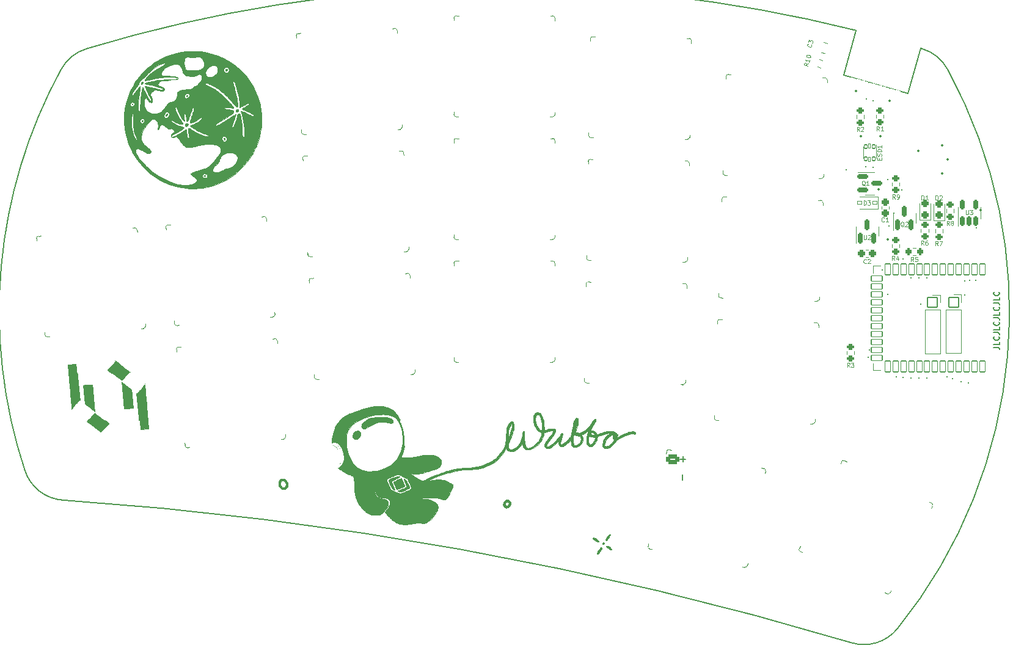
<source format=gbr>
%TF.GenerationSoftware,KiCad,Pcbnew,6.0.4-6f826c9f35~116~ubuntu20.04.1*%
%TF.CreationDate,2022-05-03T15:57:33+02:00*%
%TF.ProjectId,Wubbo,57756262-6f2e-46b6-9963-61645f706362,v0.2*%
%TF.SameCoordinates,Original*%
%TF.FileFunction,Legend,Top*%
%TF.FilePolarity,Positive*%
%FSLAX46Y46*%
G04 Gerber Fmt 4.6, Leading zero omitted, Abs format (unit mm)*
G04 Created by KiCad (PCBNEW 6.0.4-6f826c9f35~116~ubuntu20.04.1) date 2022-05-03 15:57:33*
%MOMM*%
%LPD*%
G01*
G04 APERTURE LIST*
G04 Aperture macros list*
%AMRoundRect*
0 Rectangle with rounded corners*
0 $1 Rounding radius*
0 $2 $3 $4 $5 $6 $7 $8 $9 X,Y pos of 4 corners*
0 Add a 4 corners polygon primitive as box body*
4,1,4,$2,$3,$4,$5,$6,$7,$8,$9,$2,$3,0*
0 Add four circle primitives for the rounded corners*
1,1,$1+$1,$2,$3*
1,1,$1+$1,$4,$5*
1,1,$1+$1,$6,$7*
1,1,$1+$1,$8,$9*
0 Add four rect primitives between the rounded corners*
20,1,$1+$1,$2,$3,$4,$5,0*
20,1,$1+$1,$4,$5,$6,$7,0*
20,1,$1+$1,$6,$7,$8,$9,0*
20,1,$1+$1,$8,$9,$2,$3,0*%
%AMHorizOval*
0 Thick line with rounded ends*
0 $1 width*
0 $2 $3 position (X,Y) of the first rounded end (center of the circle)*
0 $4 $5 position (X,Y) of the second rounded end (center of the circle)*
0 Add line between two ends*
20,1,$1,$2,$3,$4,$5,0*
0 Add two circle primitives to create the rounded ends*
1,1,$1,$2,$3*
1,1,$1,$4,$5*%
G04 Aperture macros list end*
%TA.AperFunction,Profile*%
%ADD10C,0.150000*%
%TD*%
%ADD11C,0.150000*%
%ADD12C,0.100000*%
%ADD13C,0.120000*%
%ADD14C,0.010000*%
%ADD15C,0.350000*%
%ADD16C,0.200000*%
%ADD17HorizOval,0.635000X-0.317065X-0.016617X0.317065X0.016617X0*%
%ADD18O,1.270000X0.635000*%
%ADD19HorizOval,0.635000X-0.139183X-0.285367X0.139183X0.285367X0*%
%ADD20HorizOval,0.635000X-0.317452X0.005541X0.317452X-0.005541X0*%
%ADD21HorizOval,0.635000X-0.316292X-0.027672X0.316292X0.027672X0*%
%ADD22C,0.300000*%
%ADD23HorizOval,0.635000X-0.317307X0.011081X0.317307X-0.011081X0*%
%ADD24HorizOval,0.600000X-0.160343X-0.578178X0.160343X0.578178X0*%
%ADD25HorizOval,0.600000X-0.106895X-0.385452X0.106895X0.385452X0*%
%ADD26HorizOval,0.635000X-0.311667X0.060582X0.311667X-0.060582X0*%
%ADD27RoundRect,0.250000X0.275000X-0.200000X0.275000X0.200000X-0.275000X0.200000X-0.275000X-0.200000X0*%
%ADD28C,1.801800*%
%ADD29C,3.529000*%
%ADD30HorizOval,1.200000X-0.449383X-0.023551X0.449383X0.023551X0*%
%ADD31O,2.100000X1.200000*%
%ADD32RoundRect,0.275000X-0.250000X0.225000X-0.250000X-0.225000X0.250000X-0.225000X0.250000X0.225000X0*%
%ADD33RoundRect,0.050000X-0.187500X0.250000X-0.187500X-0.250000X0.187500X-0.250000X0.187500X0.250000X0*%
%ADD34RoundRect,0.050000X-0.150000X0.325000X-0.150000X-0.325000X0.150000X-0.325000X0.150000X0.325000X0*%
%ADD35RoundRect,0.268750X0.256250X-0.218750X0.256250X0.218750X-0.256250X0.218750X-0.256250X-0.218750X0*%
%ADD36RoundRect,0.050000X-0.675000X-0.675000X0.675000X-0.675000X0.675000X0.675000X-0.675000X0.675000X0*%
%ADD37O,1.450000X1.450000*%
%ADD38RoundRect,0.200000X0.150000X-0.587500X0.150000X0.587500X-0.150000X0.587500X-0.150000X-0.587500X0*%
%ADD39RoundRect,0.250000X-0.275000X0.200000X-0.275000X-0.200000X0.275000X-0.200000X0.275000X0.200000X0*%
%ADD40HorizOval,1.200000X-0.197267X-0.404457X0.197267X0.404457X0*%
%ADD41RoundRect,0.300000X-0.625000X0.350000X-0.625000X-0.350000X0.625000X-0.350000X0.625000X0.350000X0*%
%ADD42O,1.850000X1.300000*%
%ADD43HorizOval,1.200000X-0.449931X0.007854X0.449931X-0.007854X0*%
%ADD44RoundRect,0.050000X0.300000X0.225000X-0.300000X0.225000X-0.300000X-0.225000X0.300000X-0.225000X0*%
%ADD45RoundRect,0.275000X0.225000X0.250000X-0.225000X0.250000X-0.225000X-0.250000X0.225000X-0.250000X0*%
%ADD46RoundRect,0.050000X-0.350000X0.762000X-0.350000X-0.762000X0.350000X-0.762000X0.350000X0.762000X0*%
%ADD47RoundRect,0.050000X-0.762000X-0.350000X0.762000X-0.350000X0.762000X0.350000X-0.762000X0.350000X0*%
%ADD48RoundRect,0.050000X0.350000X-0.762000X0.350000X0.762000X-0.350000X0.762000X-0.350000X-0.762000X0*%
%ADD49C,0.800000*%
%ADD50C,4.500000*%
%ADD51HorizOval,1.200000X-0.448288X-0.039220X0.448288X0.039220X0*%
%ADD52RoundRect,0.550000X0.612372X0.353553X-0.353553X0.612372X-0.612372X-0.353553X0.353553X-0.612372X0*%
%ADD53RoundRect,0.250000X-0.200000X-0.275000X0.200000X-0.275000X0.200000X0.275000X-0.200000X0.275000X0*%
%ADD54RoundRect,0.050000X0.552616X-0.323443X0.194248X0.610137X-0.552616X0.323443X-0.194248X-0.610137X0*%
%ADD55C,1.000000*%
%ADD56RoundRect,0.050000X0.825614X-0.057977X0.574757X0.595529X-0.825614X0.057977X-0.574757X-0.595529X0*%
%ADD57HorizOval,1.200000X-0.449726X0.015705X0.449726X-0.015705X0*%
%ADD58RoundRect,0.200000X-0.587500X-0.150000X0.587500X-0.150000X0.587500X0.150000X-0.587500X0.150000X0*%
%ADD59RoundRect,0.050000X-0.442751X-0.473916X0.135427X-0.634259X0.442751X0.473916X-0.135427X0.634259X0*%
%ADD60RoundRect,0.050000X-0.298207X-0.514002X-0.009117X-0.594173X0.298207X0.514002X0.009117X0.594173X0*%
%ADD61HorizOval,1.100000X-0.160343X-0.578178X0.160343X0.578178X0*%
%ADD62HorizOval,1.100000X-0.106895X-0.385452X0.106895X0.385452X0*%
%ADD63RoundRect,0.050000X-0.533802X-0.791394X0.791394X-0.533802X0.533802X0.791394X-0.791394X0.533802X0*%
%ADD64HorizOval,1.450000X0.000000X0.000000X0.000000X0.000000X0*%
%ADD65RoundRect,0.200000X0.150000X-0.512500X0.150000X0.512500X-0.150000X0.512500X-0.150000X-0.512500X0*%
%ADD66HorizOval,1.200000X-0.441732X0.085864X0.441732X-0.085864X0*%
%ADD67RoundRect,0.250000X-0.266217X-0.211551X0.119236X-0.318446X0.266217X0.211551X-0.119236X0.318446X0*%
%ADD68RoundRect,0.300000X-0.367846X-0.390915X0.113969X-0.524534X0.367846X0.390915X-0.113969X0.524534X0*%
G04 APERTURE END LIST*
D10*
X104544530Y51844171D02*
G75*
G03*
X-2083172Y49308466I-48731160J-193972341D01*
G01*
X-5611244Y46442888D02*
G75*
G03*
X-10622661Y-9179340I61424614J-33571068D01*
G01*
X104544530Y51844172D02*
X102813372Y45601818D01*
X110309220Y-31062252D02*
G75*
G03*
X117237987Y46442886I-54495848J43934070D01*
G01*
X111755862Y43121846D02*
X113489973Y49374846D01*
X117237963Y46442874D02*
G75*
G03*
X113709916Y49308466I-5264963J-2877474D01*
G01*
X-2083173Y49308466D02*
G75*
G03*
X-5611244Y46442886I1736897J-5743100D01*
G01*
X103920858Y-33045467D02*
G75*
G03*
X-5334370Y-13275473I-143107476J-479082651D01*
G01*
X102813372Y45601818D02*
X111755862Y43121846D01*
X113709916Y49308466D02*
G75*
G03*
X113489972Y49374846I-59168016J-195650166D01*
G01*
X103920840Y-33045522D02*
G75*
G03*
X110309219Y-31062252I1717260J5749022D01*
G01*
X-10622661Y-9179341D02*
G75*
G03*
X-5334370Y-13275474I5694518J1890101D01*
G01*
D11*
X123611904Y7904761D02*
X124183333Y7904761D01*
X124297619Y7866666D01*
X124373809Y7790476D01*
X124411904Y7676190D01*
X124411904Y7600000D01*
X124411904Y8666666D02*
X124411904Y8285714D01*
X123611904Y8285714D01*
X124335714Y9390476D02*
X124373809Y9352380D01*
X124411904Y9238095D01*
X124411904Y9161904D01*
X124373809Y9047619D01*
X124297619Y8971428D01*
X124221428Y8933333D01*
X124069047Y8895238D01*
X123954761Y8895238D01*
X123802380Y8933333D01*
X123726190Y8971428D01*
X123650000Y9047619D01*
X123611904Y9161904D01*
X123611904Y9238095D01*
X123650000Y9352380D01*
X123688095Y9390476D01*
X123611904Y9961904D02*
X124183333Y9961904D01*
X124297619Y9923809D01*
X124373809Y9847619D01*
X124411904Y9733333D01*
X124411904Y9657142D01*
X124411904Y10723809D02*
X124411904Y10342857D01*
X123611904Y10342857D01*
X124335714Y11447619D02*
X124373809Y11409523D01*
X124411904Y11295238D01*
X124411904Y11219047D01*
X124373809Y11104761D01*
X124297619Y11028571D01*
X124221428Y10990476D01*
X124069047Y10952380D01*
X123954761Y10952380D01*
X123802380Y10990476D01*
X123726190Y11028571D01*
X123650000Y11104761D01*
X123611904Y11219047D01*
X123611904Y11295238D01*
X123650000Y11409523D01*
X123688095Y11447619D01*
X123611904Y12019047D02*
X124183333Y12019047D01*
X124297619Y11980952D01*
X124373809Y11904761D01*
X124411904Y11790476D01*
X124411904Y11714285D01*
X124411904Y12780952D02*
X124411904Y12400000D01*
X123611904Y12400000D01*
X124335714Y13504761D02*
X124373809Y13466666D01*
X124411904Y13352380D01*
X124411904Y13276190D01*
X124373809Y13161904D01*
X124297619Y13085714D01*
X124221428Y13047619D01*
X124069047Y13009523D01*
X123954761Y13009523D01*
X123802380Y13047619D01*
X123726190Y13085714D01*
X123650000Y13161904D01*
X123611904Y13276190D01*
X123611904Y13352380D01*
X123650000Y13466666D01*
X123688095Y13504761D01*
X123611904Y14076190D02*
X124183333Y14076190D01*
X124297619Y14038095D01*
X124373809Y13961904D01*
X124411904Y13847619D01*
X124411904Y13771428D01*
X124411904Y14838095D02*
X124411904Y14457142D01*
X123611904Y14457142D01*
X124335714Y15561904D02*
X124373809Y15523809D01*
X124411904Y15409523D01*
X124411904Y15333333D01*
X124373809Y15219047D01*
X124297619Y15142857D01*
X124221428Y15104761D01*
X124069047Y15066666D01*
X123954761Y15066666D01*
X123802380Y15104761D01*
X123726190Y15142857D01*
X123650000Y15219047D01*
X123611904Y15333333D01*
X123611904Y15409523D01*
X123650000Y15523809D01*
X123688095Y15561904D01*
D12*
%TO.C,R9*%
X109950000Y28498571D02*
X109750000Y28784285D01*
X109607142Y28498571D02*
X109607142Y29098571D01*
X109835714Y29098571D01*
X109892857Y29070000D01*
X109921428Y29041428D01*
X109950000Y28984285D01*
X109950000Y28898571D01*
X109921428Y28841428D01*
X109892857Y28812857D01*
X109835714Y28784285D01*
X109607142Y28784285D01*
X110235714Y28498571D02*
X110350000Y28498571D01*
X110407142Y28527142D01*
X110435714Y28555714D01*
X110492857Y28641428D01*
X110521428Y28755714D01*
X110521428Y28984285D01*
X110492857Y29041428D01*
X110464285Y29070000D01*
X110407142Y29098571D01*
X110292857Y29098571D01*
X110235714Y29070000D01*
X110207142Y29041428D01*
X110178571Y28984285D01*
X110178571Y28841428D01*
X110207142Y28784285D01*
X110235714Y28755714D01*
X110292857Y28727142D01*
X110407142Y28727142D01*
X110464285Y28755714D01*
X110492857Y28784285D01*
X110521428Y28841428D01*
D11*
%TO.C,*%
D12*
%TO.C,C1*%
X108450000Y25375714D02*
X108421428Y25347142D01*
X108335714Y25318571D01*
X108278571Y25318571D01*
X108192857Y25347142D01*
X108135714Y25404285D01*
X108107142Y25461428D01*
X108078571Y25575714D01*
X108078571Y25661428D01*
X108107142Y25775714D01*
X108135714Y25832857D01*
X108192857Y25890000D01*
X108278571Y25918571D01*
X108335714Y25918571D01*
X108421428Y25890000D01*
X108450000Y25861428D01*
X109021428Y25318571D02*
X108678571Y25318571D01*
X108850000Y25318571D02*
X108850000Y25918571D01*
X108792857Y25832857D01*
X108735714Y25775714D01*
X108678571Y25747142D01*
%TO.C,ESD1*%
X107767142Y33910000D02*
X107767142Y34110000D01*
X108081428Y34195714D02*
X108081428Y33910000D01*
X107481428Y33910000D01*
X107481428Y34195714D01*
X108052857Y34424285D02*
X108081428Y34510000D01*
X108081428Y34652857D01*
X108052857Y34710000D01*
X108024285Y34738571D01*
X107967142Y34767142D01*
X107910000Y34767142D01*
X107852857Y34738571D01*
X107824285Y34710000D01*
X107795714Y34652857D01*
X107767142Y34538571D01*
X107738571Y34481428D01*
X107710000Y34452857D01*
X107652857Y34424285D01*
X107595714Y34424285D01*
X107538571Y34452857D01*
X107510000Y34481428D01*
X107481428Y34538571D01*
X107481428Y34681428D01*
X107510000Y34767142D01*
X108081428Y35024285D02*
X107481428Y35024285D01*
X107481428Y35167142D01*
X107510000Y35252857D01*
X107567142Y35310000D01*
X107624285Y35338571D01*
X107738571Y35367142D01*
X107824285Y35367142D01*
X107938571Y35338571D01*
X107995714Y35310000D01*
X108052857Y35252857D01*
X108081428Y35167142D01*
X108081428Y35024285D01*
X108081428Y35938571D02*
X108081428Y35595714D01*
X108081428Y35767142D02*
X107481428Y35767142D01*
X107567142Y35710000D01*
X107624285Y35652857D01*
X107652857Y35595714D01*
%TO.C,D1*%
X113627142Y28398571D02*
X113627142Y28998571D01*
X113770000Y28998571D01*
X113855714Y28970000D01*
X113912857Y28912857D01*
X113941428Y28855714D01*
X113970000Y28741428D01*
X113970000Y28655714D01*
X113941428Y28541428D01*
X113912857Y28484285D01*
X113855714Y28427142D01*
X113770000Y28398571D01*
X113627142Y28398571D01*
X114541428Y28398571D02*
X114198571Y28398571D01*
X114370000Y28398571D02*
X114370000Y28998571D01*
X114312857Y28912857D01*
X114255714Y28855714D01*
X114198571Y28827142D01*
%TO.C,U2*%
X105612857Y23478571D02*
X105612857Y22992857D01*
X105641428Y22935714D01*
X105670000Y22907142D01*
X105727142Y22878571D01*
X105841428Y22878571D01*
X105898571Y22907142D01*
X105927142Y22935714D01*
X105955714Y22992857D01*
X105955714Y23478571D01*
X106212857Y23421428D02*
X106241428Y23450000D01*
X106298571Y23478571D01*
X106441428Y23478571D01*
X106498571Y23450000D01*
X106527142Y23421428D01*
X106555714Y23364285D01*
X106555714Y23307142D01*
X106527142Y23221428D01*
X106184285Y22878571D01*
X106555714Y22878571D01*
%TO.C,R1*%
X107760000Y37908571D02*
X107560000Y38194285D01*
X107417142Y37908571D02*
X107417142Y38508571D01*
X107645714Y38508571D01*
X107702857Y38480000D01*
X107731428Y38451428D01*
X107760000Y38394285D01*
X107760000Y38308571D01*
X107731428Y38251428D01*
X107702857Y38222857D01*
X107645714Y38194285D01*
X107417142Y38194285D01*
X108331428Y37908571D02*
X107988571Y37908571D01*
X108160000Y37908571D02*
X108160000Y38508571D01*
X108102857Y38422857D01*
X108045714Y38365714D01*
X107988571Y38337142D01*
D11*
%TO.C,J4*%
X80528571Y-9709047D02*
X80528571Y-10470952D01*
X80538571Y-7199047D02*
X80538571Y-7960952D01*
X80157619Y-7580000D02*
X80919523Y-7580000D01*
D12*
%TO.C,D3*%
X105607142Y27648571D02*
X105607142Y28248571D01*
X105750000Y28248571D01*
X105835714Y28220000D01*
X105892857Y28162857D01*
X105921428Y28105714D01*
X105950000Y27991428D01*
X105950000Y27905714D01*
X105921428Y27791428D01*
X105892857Y27734285D01*
X105835714Y27677142D01*
X105750000Y27648571D01*
X105607142Y27648571D01*
X106150000Y28248571D02*
X106521428Y28248571D01*
X106321428Y28020000D01*
X106407142Y28020000D01*
X106464285Y27991428D01*
X106492857Y27962857D01*
X106521428Y27905714D01*
X106521428Y27762857D01*
X106492857Y27705714D01*
X106464285Y27677142D01*
X106407142Y27648571D01*
X106235714Y27648571D01*
X106178571Y27677142D01*
X106150000Y27705714D01*
%TO.C,R4*%
X109890000Y19978571D02*
X109690000Y20264285D01*
X109547142Y19978571D02*
X109547142Y20578571D01*
X109775714Y20578571D01*
X109832857Y20550000D01*
X109861428Y20521428D01*
X109890000Y20464285D01*
X109890000Y20378571D01*
X109861428Y20321428D01*
X109832857Y20292857D01*
X109775714Y20264285D01*
X109547142Y20264285D01*
X110404285Y20378571D02*
X110404285Y19978571D01*
X110261428Y20607142D02*
X110118571Y20178571D01*
X110490000Y20178571D01*
%TO.C,R8*%
X117470000Y24838571D02*
X117270000Y25124285D01*
X117127142Y24838571D02*
X117127142Y25438571D01*
X117355714Y25438571D01*
X117412857Y25410000D01*
X117441428Y25381428D01*
X117470000Y25324285D01*
X117470000Y25238571D01*
X117441428Y25181428D01*
X117412857Y25152857D01*
X117355714Y25124285D01*
X117127142Y25124285D01*
X117812857Y25181428D02*
X117755714Y25210000D01*
X117727142Y25238571D01*
X117698571Y25295714D01*
X117698571Y25324285D01*
X117727142Y25381428D01*
X117755714Y25410000D01*
X117812857Y25438571D01*
X117927142Y25438571D01*
X117984285Y25410000D01*
X118012857Y25381428D01*
X118041428Y25324285D01*
X118041428Y25295714D01*
X118012857Y25238571D01*
X117984285Y25210000D01*
X117927142Y25181428D01*
X117812857Y25181428D01*
X117755714Y25152857D01*
X117727142Y25124285D01*
X117698571Y25067142D01*
X117698571Y24952857D01*
X117727142Y24895714D01*
X117755714Y24867142D01*
X117812857Y24838571D01*
X117927142Y24838571D01*
X117984285Y24867142D01*
X118012857Y24895714D01*
X118041428Y24952857D01*
X118041428Y25067142D01*
X118012857Y25124285D01*
X117984285Y25152857D01*
X117927142Y25181428D01*
%TO.C,C2*%
X105960000Y19585714D02*
X105931428Y19557142D01*
X105845714Y19528571D01*
X105788571Y19528571D01*
X105702857Y19557142D01*
X105645714Y19614285D01*
X105617142Y19671428D01*
X105588571Y19785714D01*
X105588571Y19871428D01*
X105617142Y19985714D01*
X105645714Y20042857D01*
X105702857Y20100000D01*
X105788571Y20128571D01*
X105845714Y20128571D01*
X105931428Y20100000D01*
X105960000Y20071428D01*
X106188571Y20071428D02*
X106217142Y20100000D01*
X106274285Y20128571D01*
X106417142Y20128571D01*
X106474285Y20100000D01*
X106502857Y20071428D01*
X106531428Y20014285D01*
X106531428Y19957142D01*
X106502857Y19871428D01*
X106160000Y19528571D01*
X106531428Y19528571D01*
D11*
%TO.C,*%
D12*
%TO.C,R5*%
X112510000Y19828571D02*
X112310000Y20114285D01*
X112167142Y19828571D02*
X112167142Y20428571D01*
X112395714Y20428571D01*
X112452857Y20400000D01*
X112481428Y20371428D01*
X112510000Y20314285D01*
X112510000Y20228571D01*
X112481428Y20171428D01*
X112452857Y20142857D01*
X112395714Y20114285D01*
X112167142Y20114285D01*
X113052857Y20428571D02*
X112767142Y20428571D01*
X112738571Y20142857D01*
X112767142Y20171428D01*
X112824285Y20200000D01*
X112967142Y20200000D01*
X113024285Y20171428D01*
X113052857Y20142857D01*
X113081428Y20085714D01*
X113081428Y19942857D01*
X113052857Y19885714D01*
X113024285Y19857142D01*
X112967142Y19828571D01*
X112824285Y19828571D01*
X112767142Y19857142D01*
X112738571Y19885714D01*
%TO.C,R2*%
X105020000Y37878571D02*
X104820000Y38164285D01*
X104677142Y37878571D02*
X104677142Y38478571D01*
X104905714Y38478571D01*
X104962857Y38450000D01*
X104991428Y38421428D01*
X105020000Y38364285D01*
X105020000Y38278571D01*
X104991428Y38221428D01*
X104962857Y38192857D01*
X104905714Y38164285D01*
X104677142Y38164285D01*
X105248571Y38421428D02*
X105277142Y38450000D01*
X105334285Y38478571D01*
X105477142Y38478571D01*
X105534285Y38450000D01*
X105562857Y38421428D01*
X105591428Y38364285D01*
X105591428Y38307142D01*
X105562857Y38221428D01*
X105220000Y37878571D01*
X105591428Y37878571D01*
%TO.C,R6*%
X113920000Y22091071D02*
X113720000Y22376785D01*
X113577142Y22091071D02*
X113577142Y22691071D01*
X113805714Y22691071D01*
X113862857Y22662500D01*
X113891428Y22633928D01*
X113920000Y22576785D01*
X113920000Y22491071D01*
X113891428Y22433928D01*
X113862857Y22405357D01*
X113805714Y22376785D01*
X113577142Y22376785D01*
X114434285Y22691071D02*
X114320000Y22691071D01*
X114262857Y22662500D01*
X114234285Y22633928D01*
X114177142Y22548214D01*
X114148571Y22433928D01*
X114148571Y22205357D01*
X114177142Y22148214D01*
X114205714Y22119642D01*
X114262857Y22091071D01*
X114377142Y22091071D01*
X114434285Y22119642D01*
X114462857Y22148214D01*
X114491428Y22205357D01*
X114491428Y22348214D01*
X114462857Y22405357D01*
X114434285Y22433928D01*
X114377142Y22462500D01*
X114262857Y22462500D01*
X114205714Y22433928D01*
X114177142Y22405357D01*
X114148571Y22348214D01*
%TO.C,Q1*%
X105812857Y30321428D02*
X105755714Y30350000D01*
X105698571Y30407142D01*
X105612857Y30492857D01*
X105555714Y30521428D01*
X105498571Y30521428D01*
X105527142Y30378571D02*
X105470000Y30407142D01*
X105412857Y30464285D01*
X105384285Y30578571D01*
X105384285Y30778571D01*
X105412857Y30892857D01*
X105470000Y30950000D01*
X105527142Y30978571D01*
X105641428Y30978571D01*
X105698571Y30950000D01*
X105755714Y30892857D01*
X105784285Y30778571D01*
X105784285Y30578571D01*
X105755714Y30464285D01*
X105698571Y30407142D01*
X105641428Y30378571D01*
X105527142Y30378571D01*
X106355714Y30378571D02*
X106012857Y30378571D01*
X106184285Y30378571D02*
X106184285Y30978571D01*
X106127142Y30892857D01*
X106070000Y30835714D01*
X106012857Y30807142D01*
%TO.C,R7*%
X115900000Y22038571D02*
X115700000Y22324285D01*
X115557142Y22038571D02*
X115557142Y22638571D01*
X115785714Y22638571D01*
X115842857Y22610000D01*
X115871428Y22581428D01*
X115900000Y22524285D01*
X115900000Y22438571D01*
X115871428Y22381428D01*
X115842857Y22352857D01*
X115785714Y22324285D01*
X115557142Y22324285D01*
X116100000Y22638571D02*
X116500000Y22638571D01*
X116242857Y22038571D01*
%TO.C,R3*%
X103670000Y5168571D02*
X103470000Y5454285D01*
X103327142Y5168571D02*
X103327142Y5768571D01*
X103555714Y5768571D01*
X103612857Y5740000D01*
X103641428Y5711428D01*
X103670000Y5654285D01*
X103670000Y5568571D01*
X103641428Y5511428D01*
X103612857Y5482857D01*
X103555714Y5454285D01*
X103327142Y5454285D01*
X103870000Y5768571D02*
X104241428Y5768571D01*
X104041428Y5540000D01*
X104127142Y5540000D01*
X104184285Y5511428D01*
X104212857Y5482857D01*
X104241428Y5425714D01*
X104241428Y5282857D01*
X104212857Y5225714D01*
X104184285Y5197142D01*
X104127142Y5168571D01*
X103955714Y5168571D01*
X103898571Y5197142D01*
X103870000Y5225714D01*
D11*
%TO.C,*%
D12*
%TO.C,U3*%
X119742857Y26938571D02*
X119742857Y26452857D01*
X119771428Y26395714D01*
X119800000Y26367142D01*
X119857142Y26338571D01*
X119971428Y26338571D01*
X120028571Y26367142D01*
X120057142Y26395714D01*
X120085714Y26452857D01*
X120085714Y26938571D01*
X120314285Y26938571D02*
X120685714Y26938571D01*
X120485714Y26710000D01*
X120571428Y26710000D01*
X120628571Y26681428D01*
X120657142Y26652857D01*
X120685714Y26595714D01*
X120685714Y26452857D01*
X120657142Y26395714D01*
X120628571Y26367142D01*
X120571428Y26338571D01*
X120400000Y26338571D01*
X120342857Y26367142D01*
X120314285Y26395714D01*
%TO.C,R10*%
X97975200Y47242552D02*
X97646429Y47126180D01*
X97883575Y46912165D02*
X97305397Y47072508D01*
X97366480Y47292766D01*
X97409283Y47340195D01*
X97444451Y47360092D01*
X97507151Y47372354D01*
X97589747Y47349448D01*
X97637177Y47306645D01*
X97657074Y47271477D01*
X97669335Y47208777D01*
X97608252Y46988519D01*
X98127907Y47793198D02*
X98036283Y47462811D01*
X98082095Y47628005D02*
X97503917Y47788348D01*
X97571243Y47710377D01*
X97611037Y47640041D01*
X97623298Y47577341D01*
X97648989Y48311461D02*
X97664260Y48366526D01*
X97707063Y48413955D01*
X97742231Y48433852D01*
X97804931Y48446113D01*
X97922695Y48443104D01*
X98060357Y48404927D01*
X98162850Y48346854D01*
X98210280Y48304050D01*
X98230177Y48268883D01*
X98242438Y48206183D01*
X98227167Y48151118D01*
X98184364Y48103689D01*
X98149197Y48083792D01*
X98086497Y48071531D01*
X97968732Y48074540D01*
X97831070Y48112717D01*
X97728577Y48170790D01*
X97681147Y48213594D01*
X97661251Y48248761D01*
X97648989Y48311461D01*
%TO.C,C3*%
X98371252Y49865101D02*
X98391149Y49829933D01*
X98395775Y49739701D01*
X98380504Y49684637D01*
X98330066Y49609675D01*
X98259730Y49569881D01*
X98197030Y49557620D01*
X98079266Y49560629D01*
X97996669Y49583535D01*
X97894175Y49641609D01*
X97846746Y49684412D01*
X97806952Y49754747D01*
X97802326Y49844980D01*
X97817597Y49900044D01*
X97868035Y49975006D01*
X97903203Y49994903D01*
X97901586Y50202899D02*
X98000846Y50560819D01*
X98167657Y50307010D01*
X98190563Y50389607D01*
X98233366Y50437036D01*
X98268533Y50456933D01*
X98331233Y50469195D01*
X98468895Y50431018D01*
X98516324Y50388215D01*
X98536221Y50353047D01*
X98548483Y50290347D01*
X98502670Y50125153D01*
X98459867Y50077724D01*
X98424700Y50057827D01*
%TO.C,Q2*%
X111182857Y24631428D02*
X111125714Y24660000D01*
X111068571Y24717142D01*
X110982857Y24802857D01*
X110925714Y24831428D01*
X110868571Y24831428D01*
X110897142Y24688571D02*
X110840000Y24717142D01*
X110782857Y24774285D01*
X110754285Y24888571D01*
X110754285Y25088571D01*
X110782857Y25202857D01*
X110840000Y25260000D01*
X110897142Y25288571D01*
X111011428Y25288571D01*
X111068571Y25260000D01*
X111125714Y25202857D01*
X111154285Y25088571D01*
X111154285Y24888571D01*
X111125714Y24774285D01*
X111068571Y24717142D01*
X111011428Y24688571D01*
X110897142Y24688571D01*
X111382857Y25231428D02*
X111411428Y25260000D01*
X111468571Y25288571D01*
X111611428Y25288571D01*
X111668571Y25260000D01*
X111697142Y25231428D01*
X111725714Y25174285D01*
X111725714Y25117142D01*
X111697142Y25031428D01*
X111354285Y24688571D01*
X111725714Y24688571D01*
%TO.C,D2*%
X115567142Y28358571D02*
X115567142Y28958571D01*
X115710000Y28958571D01*
X115795714Y28930000D01*
X115852857Y28872857D01*
X115881428Y28815714D01*
X115910000Y28701428D01*
X115910000Y28615714D01*
X115881428Y28501428D01*
X115852857Y28444285D01*
X115795714Y28387142D01*
X115710000Y28358571D01*
X115567142Y28358571D01*
X116138571Y28901428D02*
X116167142Y28930000D01*
X116224285Y28958571D01*
X116367142Y28958571D01*
X116424285Y28930000D01*
X116452857Y28901428D01*
X116481428Y28844285D01*
X116481428Y28787142D01*
X116452857Y28701428D01*
X116110000Y28358571D01*
X116481428Y28358571D01*
D13*
%TO.C,R9*%
X109527500Y30287742D02*
X109527500Y30762258D01*
X110572500Y30287742D02*
X110572500Y30762258D01*
%TO.C,SW12*%
X28751785Y17161402D02*
X28769057Y16831855D01*
X43433902Y4512471D02*
X43416630Y4842018D01*
X29060640Y17478001D02*
X29390187Y17495273D01*
X42733908Y17869139D02*
X42751180Y17539592D01*
X43125047Y4195872D02*
X42795500Y4178600D01*
X29768377Y3495878D02*
X30097924Y3513150D01*
X29451778Y3804733D02*
X29434506Y4134280D01*
X42417309Y18177994D02*
X42087762Y18160722D01*
X29452040Y3799741D02*
G75*
G03*
X29768377Y3495878I310099J6236D01*
G01*
X43130039Y4196132D02*
G75*
G03*
X43433902Y4512471I-6240J310103D01*
G01*
X29055648Y17477739D02*
G75*
G03*
X28751785Y17161402I6236J-310099D01*
G01*
X42733648Y17874131D02*
G75*
G03*
X42417309Y18177994I-310103J-6240D01*
G01*
%TO.C,SW8*%
X62813373Y36546817D02*
X62813374Y36216818D01*
X48813371Y23196819D02*
X48813370Y23526818D01*
X62813373Y23171819D02*
X62813372Y23501818D01*
X62488372Y22871818D02*
X62158373Y22871817D01*
X49138373Y36871819D02*
X49468372Y36871820D01*
X48813372Y36571818D02*
X48813373Y36241819D01*
X49113372Y22871818D02*
X49443371Y22871819D01*
X62513372Y36871818D02*
X62183373Y36871817D01*
X48813372Y23191820D02*
G75*
G03*
X49113372Y22871818I310000J-10002D01*
G01*
X62813374Y36551816D02*
G75*
G03*
X62513372Y36871818I-310004J9998D01*
G01*
X62493371Y22871817D02*
G75*
G03*
X62813373Y23171819I9998J310004D01*
G01*
X49133374Y36871818D02*
G75*
G03*
X48813372Y36571818I-10002J-310000D01*
G01*
%TO.C,*%
G36*
X-969145Y-1061603D02*
G01*
X-34396Y-1797853D01*
X141584Y-1936559D01*
X309638Y-2069205D01*
X466441Y-2193153D01*
X608670Y-2305768D01*
X732996Y-2404411D01*
X836097Y-2486444D01*
X914647Y-2549233D01*
X965320Y-2590137D01*
X981348Y-2603411D01*
X1062344Y-2672720D01*
X553548Y-3244882D01*
X434565Y-3378614D01*
X322761Y-3504143D01*
X221676Y-3617504D01*
X134849Y-3714737D01*
X65821Y-3791874D01*
X18127Y-3844955D01*
X-3813Y-3869081D01*
X-52380Y-3921119D01*
X-1068163Y-3117943D01*
X-1248797Y-2974943D01*
X-1419410Y-2839544D01*
X-1577125Y-2714049D01*
X-1719065Y-2600763D01*
X-1842355Y-2501990D01*
X-1944120Y-2420035D01*
X-2021483Y-2357202D01*
X-2071569Y-2315794D01*
X-2091501Y-2298118D01*
X-2091700Y-2297812D01*
X-2079869Y-2278732D01*
X-2042816Y-2231633D01*
X-1983544Y-2160053D01*
X-1905056Y-2067524D01*
X-1810354Y-1957582D01*
X-1702441Y-1833759D01*
X-1584320Y-1699591D01*
X-1561943Y-1674317D01*
X-1442098Y-1538728D01*
X-1331608Y-1413043D01*
X-1233516Y-1300773D01*
X-1150862Y-1205430D01*
X-1086689Y-1130526D01*
X-1044040Y-1079574D01*
X-1025956Y-1056085D01*
X-1025544Y-1055043D01*
X-1041817Y-1039510D01*
X-1087739Y-1000652D01*
X-1159733Y-941375D01*
X-1254223Y-864584D01*
X-1367629Y-773181D01*
X-1496372Y-670072D01*
X-1636875Y-558162D01*
X-1671676Y-530533D01*
X-2316693Y-18754D01*
X-2558122Y2740794D01*
X-1314041Y2849637D01*
X-969145Y-1061603D01*
G37*
D14*
X-969145Y-1061603D02*
X-34396Y-1797853D01*
X141584Y-1936559D01*
X309638Y-2069205D01*
X466441Y-2193153D01*
X608670Y-2305768D01*
X732996Y-2404411D01*
X836097Y-2486444D01*
X914647Y-2549233D01*
X965320Y-2590137D01*
X981348Y-2603411D01*
X1062344Y-2672720D01*
X553548Y-3244882D01*
X434565Y-3378614D01*
X322761Y-3504143D01*
X221676Y-3617504D01*
X134849Y-3714737D01*
X65821Y-3791874D01*
X18127Y-3844955D01*
X-3813Y-3869081D01*
X-52380Y-3921119D01*
X-1068163Y-3117943D01*
X-1248797Y-2974943D01*
X-1419410Y-2839544D01*
X-1577125Y-2714049D01*
X-1719065Y-2600763D01*
X-1842355Y-2501990D01*
X-1944120Y-2420035D01*
X-2021483Y-2357202D01*
X-2071569Y-2315794D01*
X-2091501Y-2298118D01*
X-2091700Y-2297812D01*
X-2079869Y-2278732D01*
X-2042816Y-2231633D01*
X-1983544Y-2160053D01*
X-1905056Y-2067524D01*
X-1810354Y-1957582D01*
X-1702441Y-1833759D01*
X-1584320Y-1699591D01*
X-1561943Y-1674317D01*
X-1442098Y-1538728D01*
X-1331608Y-1413043D01*
X-1233516Y-1300773D01*
X-1150862Y-1205430D01*
X-1086689Y-1130526D01*
X-1044040Y-1079574D01*
X-1025956Y-1056085D01*
X-1025544Y-1055043D01*
X-1041817Y-1039510D01*
X-1087739Y-1000652D01*
X-1159733Y-941375D01*
X-1254223Y-864584D01*
X-1367629Y-773181D01*
X-1496372Y-670072D01*
X-1636875Y-558162D01*
X-1671676Y-530533D01*
X-2316693Y-18754D01*
X-2558122Y2740794D01*
X-1314041Y2849637D01*
X-969145Y-1061603D01*
G36*
X2421058Y5645231D02*
G01*
X2583112Y5517048D01*
X2760981Y5376430D01*
X2944944Y5231058D01*
X3125279Y5088614D01*
X3292261Y4956779D01*
X3436168Y4843235D01*
X3441322Y4839171D01*
X3562767Y4743061D01*
X3673035Y4655152D01*
X3767824Y4578925D01*
X3842831Y4517863D01*
X3893756Y4475447D01*
X3916295Y4455157D01*
X3916954Y4454254D01*
X3905095Y4435429D01*
X3867951Y4388643D01*
X3808535Y4317421D01*
X3729861Y4225284D01*
X3634943Y4115759D01*
X3526793Y3992369D01*
X3408425Y3858635D01*
X3386875Y3834420D01*
X3266790Y3699122D01*
X3156116Y3573515D01*
X3057909Y3461135D01*
X2975224Y3365522D01*
X2911117Y3290210D01*
X2868642Y3238737D01*
X2850856Y3214641D01*
X2850509Y3213522D01*
X2866894Y3197022D01*
X2912950Y3157332D01*
X2985049Y3097410D01*
X3079571Y3020211D01*
X3192889Y2928694D01*
X3321379Y2825815D01*
X3461418Y2714529D01*
X3485447Y2695514D01*
X4118897Y2194527D01*
X4362035Y-584562D01*
X3139040Y-691560D01*
X2798055Y3205911D01*
X1787864Y4005887D01*
X1607908Y4148719D01*
X1438148Y4284083D01*
X1281447Y4409658D01*
X1140668Y4523117D01*
X1018675Y4622135D01*
X918333Y4704389D01*
X842503Y4767551D01*
X794052Y4809299D01*
X775841Y4827307D01*
X775774Y4827558D01*
X788958Y4847683D01*
X827362Y4895809D01*
X887962Y4968396D01*
X967736Y5061913D01*
X1063662Y5172821D01*
X1172718Y5297583D01*
X1291882Y5432665D01*
X1321262Y5465793D01*
X1868649Y6082333D01*
X2421058Y5645231D01*
G37*
X2421058Y5645231D02*
X2583112Y5517048D01*
X2760981Y5376430D01*
X2944944Y5231058D01*
X3125279Y5088614D01*
X3292261Y4956779D01*
X3436168Y4843235D01*
X3441322Y4839171D01*
X3562767Y4743061D01*
X3673035Y4655152D01*
X3767824Y4578925D01*
X3842831Y4517863D01*
X3893756Y4475447D01*
X3916295Y4455157D01*
X3916954Y4454254D01*
X3905095Y4435429D01*
X3867951Y4388643D01*
X3808535Y4317421D01*
X3729861Y4225284D01*
X3634943Y4115759D01*
X3526793Y3992369D01*
X3408425Y3858635D01*
X3386875Y3834420D01*
X3266790Y3699122D01*
X3156116Y3573515D01*
X3057909Y3461135D01*
X2975224Y3365522D01*
X2911117Y3290210D01*
X2868642Y3238737D01*
X2850856Y3214641D01*
X2850509Y3213522D01*
X2866894Y3197022D01*
X2912950Y3157332D01*
X2985049Y3097410D01*
X3079571Y3020211D01*
X3192889Y2928694D01*
X3321379Y2825815D01*
X3461418Y2714529D01*
X3485447Y2695514D01*
X4118897Y2194527D01*
X4362035Y-584562D01*
X3139040Y-691560D01*
X2798055Y3205911D01*
X1787864Y4005887D01*
X1607908Y4148719D01*
X1438148Y4284083D01*
X1281447Y4409658D01*
X1140668Y4523117D01*
X1018675Y4622135D01*
X918333Y4704389D01*
X842503Y4767551D01*
X794052Y4809299D01*
X775841Y4827307D01*
X775774Y4827558D01*
X788958Y4847683D01*
X827362Y4895809D01*
X887962Y4968396D01*
X967736Y5061913D01*
X1063662Y5172821D01*
X1172718Y5297583D01*
X1291882Y5432665D01*
X1321262Y5465793D01*
X1868649Y6082333D01*
X2421058Y5645231D01*
G36*
X-3024190Y539300D02*
G01*
X-3567344Y-69232D01*
X-3688743Y-204926D01*
X-3801665Y-330540D01*
X-3902939Y-442591D01*
X-3989397Y-537597D01*
X-4057864Y-612077D01*
X-4105171Y-662548D01*
X-4128147Y-685530D01*
X-4129517Y-686509D01*
X-4133949Y-666870D01*
X-4141788Y-606352D01*
X-4152914Y-506264D01*
X-4167201Y-367913D01*
X-4184530Y-192608D01*
X-4204776Y18345D01*
X-4227817Y263636D01*
X-4253529Y541959D01*
X-4281791Y852007D01*
X-4312478Y1192470D01*
X-4345470Y1562041D01*
X-4380642Y1959412D01*
X-4417872Y2383277D01*
X-4691213Y5507578D01*
X-3468219Y5614576D01*
X-3024190Y539300D01*
G37*
X-3024190Y539300D02*
X-3567344Y-69232D01*
X-3688743Y-204926D01*
X-3801665Y-330540D01*
X-3902939Y-442591D01*
X-3989397Y-537597D01*
X-4057864Y-612077D01*
X-4105171Y-662548D01*
X-4128147Y-685530D01*
X-4129517Y-686509D01*
X-4133949Y-666870D01*
X-4141788Y-606352D01*
X-4152914Y-506264D01*
X-4167201Y-367913D01*
X-4184530Y-192608D01*
X-4204776Y18345D01*
X-4227817Y263636D01*
X-4253529Y541959D01*
X-4281791Y852007D01*
X-4312478Y1192470D01*
X-4345470Y1562041D01*
X-4380642Y1959412D01*
X-4417872Y2383277D01*
X-4691213Y5507578D01*
X-3468219Y5614576D01*
X-3024190Y539300D01*
G36*
X5958549Y2827424D02*
G01*
X5966582Y2765718D01*
X5977914Y2664092D01*
X5992439Y2523680D01*
X6010051Y2345614D01*
X6030642Y2131029D01*
X6054108Y1881059D01*
X6080339Y1596838D01*
X6109232Y1279497D01*
X6140677Y930172D01*
X6174570Y549995D01*
X6210804Y140102D01*
X6245028Y-249842D01*
X6516213Y-3349501D01*
X5272132Y-3458344D01*
X4829573Y1600135D01*
X5381787Y2223234D01*
X5503922Y2360537D01*
X5617688Y2487450D01*
X5719961Y2600563D01*
X5807617Y2696464D01*
X5877534Y2771744D01*
X5926588Y2822992D01*
X5951658Y2846795D01*
X5953923Y2848076D01*
X5958549Y2827424D01*
G37*
X5958549Y2827424D02*
X5966582Y2765718D01*
X5977914Y2664092D01*
X5992439Y2523680D01*
X6010051Y2345614D01*
X6030642Y2131029D01*
X6054108Y1881059D01*
X6080339Y1596838D01*
X6109232Y1279497D01*
X6140677Y930172D01*
X6174570Y549995D01*
X6210804Y140102D01*
X6245028Y-249842D01*
X6516213Y-3349501D01*
X5272132Y-3458344D01*
X4829573Y1600135D01*
X5381787Y2223234D01*
X5503922Y2360537D01*
X5617688Y2487450D01*
X5719961Y2600563D01*
X5807617Y2696464D01*
X5877534Y2771744D01*
X5926588Y2822992D01*
X5951658Y2846795D01*
X5953923Y2848076D01*
X5958549Y2827424D01*
D13*
%TO.C,C1*%
X108065000Y27415580D02*
X108065000Y27134420D01*
X109085000Y27415580D02*
X109085000Y27134420D01*
%TO.C,ESD1*%
X107325000Y34100000D02*
X107325000Y36000000D01*
X105525000Y35700000D02*
X105525000Y34100000D01*
%TO.C,D1*%
X113365000Y27860000D02*
X113365000Y25575000D01*
X113365000Y25575000D02*
X114835000Y25575000D01*
X114835000Y25575000D02*
X114835000Y27860000D01*
%TO.C,J2*%
X119130000Y15210000D02*
X119130000Y14150000D01*
X117010000Y13150000D02*
X117010000Y7090000D01*
X118070000Y15210000D02*
X119130000Y15210000D01*
X117010000Y7090000D02*
X119130000Y7090000D01*
X119130000Y13150000D02*
X119130000Y7090000D01*
X117010000Y13150000D02*
X119130000Y13150000D01*
%TO.C,U2*%
X107635000Y24000000D02*
X107635000Y24650000D01*
X107635000Y24000000D02*
X107635000Y23350000D01*
X104515000Y24000000D02*
X104515000Y24650000D01*
X104515000Y24000000D02*
X104515000Y22325000D01*
%TO.C,Ref\u002A\u002A*%
G36*
X17002679Y36926272D02*
G01*
X17052704Y36881978D01*
X17085616Y36826085D01*
X17091376Y36795007D01*
X17078823Y36729442D01*
X17046931Y36694796D01*
X17004348Y36694456D01*
X16959720Y36731805D01*
X16953313Y36740975D01*
X16926711Y36797832D01*
X16908139Y36865486D01*
X16907722Y36867975D01*
X16902194Y36918348D01*
X16912492Y36939682D01*
X16945350Y36944283D01*
X16949486Y36944297D01*
X17002679Y36926272D01*
G37*
D14*
X17002679Y36926272D02*
X17052704Y36881978D01*
X17085616Y36826085D01*
X17091376Y36795007D01*
X17078823Y36729442D01*
X17046931Y36694796D01*
X17004348Y36694456D01*
X16959720Y36731805D01*
X16953313Y36740975D01*
X16926711Y36797832D01*
X16908139Y36865486D01*
X16907722Y36867975D01*
X16902194Y36918348D01*
X16912492Y36939682D01*
X16945350Y36944283D01*
X16949486Y36944297D01*
X17002679Y36926272D01*
G36*
X11892519Y42856765D02*
G01*
X11923025Y42832781D01*
X11926709Y42815659D01*
X11910417Y42769654D01*
X11869896Y42726951D01*
X11817679Y42695232D01*
X11766298Y42682179D01*
X11729153Y42694575D01*
X11711875Y42737667D01*
X11725841Y42788176D01*
X11766038Y42831673D01*
X11779600Y42839761D01*
X11840803Y42859732D01*
X11892519Y42856765D01*
G37*
X11892519Y42856765D02*
X11923025Y42832781D01*
X11926709Y42815659D01*
X11910417Y42769654D01*
X11869896Y42726951D01*
X11817679Y42695232D01*
X11766298Y42682179D01*
X11729153Y42694575D01*
X11711875Y42737667D01*
X11725841Y42788176D01*
X11766038Y42831673D01*
X11779600Y42839761D01*
X11840803Y42859732D01*
X11892519Y42856765D01*
G36*
X11886299Y38972003D02*
G01*
X11911750Y38954791D01*
X11957389Y38895115D01*
X11968103Y38820814D01*
X11945329Y38738939D01*
X11890503Y38656544D01*
X11841178Y38608402D01*
X11768696Y38565366D01*
X11695840Y38552102D01*
X11633406Y38568960D01*
X11600547Y38600589D01*
X11560025Y38694901D01*
X11560811Y38784692D01*
X11601878Y38865567D01*
X11677487Y38930270D01*
X11762751Y38974736D01*
X11829294Y38988326D01*
X11886299Y38972003D01*
G37*
X11886299Y38972003D02*
X11911750Y38954791D01*
X11957389Y38895115D01*
X11968103Y38820814D01*
X11945329Y38738939D01*
X11890503Y38656544D01*
X11841178Y38608402D01*
X11768696Y38565366D01*
X11695840Y38552102D01*
X11633406Y38568960D01*
X11600547Y38600589D01*
X11560025Y38694901D01*
X11560811Y38784692D01*
X11601878Y38865567D01*
X11677487Y38930270D01*
X11762751Y38974736D01*
X11829294Y38988326D01*
X11886299Y38972003D01*
G36*
X14355643Y31744951D02*
G01*
X14391845Y31711197D01*
X14396998Y31667381D01*
X14395658Y31663483D01*
X14373256Y31643156D01*
X14321264Y31633211D01*
X14266290Y31631464D01*
X14202328Y31634790D01*
X14159802Y31643375D01*
X14149209Y31651806D01*
X14166995Y31688035D01*
X14210113Y31724986D01*
X14263206Y31751708D01*
X14298775Y31758464D01*
X14355643Y31744951D01*
G37*
X14355643Y31744951D02*
X14391845Y31711197D01*
X14396998Y31667381D01*
X14395658Y31663483D01*
X14373256Y31643156D01*
X14321264Y31633211D01*
X14266290Y31631464D01*
X14202328Y31634790D01*
X14159802Y31643375D01*
X14149209Y31651806D01*
X14166995Y31688035D01*
X14210113Y31724986D01*
X14263206Y31751708D01*
X14298775Y31758464D01*
X14355643Y31744951D01*
G36*
X5711939Y39396623D02*
G01*
X5724876Y39375148D01*
X5712374Y39331162D01*
X5682722Y39278392D01*
X5647694Y39235554D01*
X5628677Y39222279D01*
X5590013Y39210635D01*
X5571848Y39221411D01*
X5563051Y39241261D01*
X5562350Y39286805D01*
X5580561Y39343226D01*
X5609567Y39390763D01*
X5631563Y39408029D01*
X5674358Y39411439D01*
X5711939Y39396623D01*
G37*
X5711939Y39396623D02*
X5724876Y39375148D01*
X5712374Y39331162D01*
X5682722Y39278392D01*
X5647694Y39235554D01*
X5628677Y39222279D01*
X5590013Y39210635D01*
X5571848Y39221411D01*
X5563051Y39241261D01*
X5562350Y39286805D01*
X5580561Y39343226D01*
X5609567Y39390763D01*
X5631563Y39408029D01*
X5674358Y39411439D01*
X5711939Y39396623D01*
G36*
X4322487Y41650315D02*
G01*
X4324026Y41616850D01*
X4302476Y41584030D01*
X4268561Y41566053D01*
X4224998Y41559030D01*
X4189794Y41564065D01*
X4179709Y41576517D01*
X4196545Y41608136D01*
X4235386Y41641327D01*
X4278734Y41662443D01*
X4292501Y41664464D01*
X4322487Y41650315D01*
G37*
X4322487Y41650315D02*
X4324026Y41616850D01*
X4302476Y41584030D01*
X4268561Y41566053D01*
X4224998Y41559030D01*
X4189794Y41564065D01*
X4179709Y41576517D01*
X4196545Y41608136D01*
X4235386Y41641327D01*
X4278734Y41662443D01*
X4292501Y41664464D01*
X4322487Y41650315D01*
G36*
X17328223Y46495135D02*
G01*
X17381807Y46454586D01*
X17420081Y46403395D01*
X17430042Y46366771D01*
X17411933Y46307825D01*
X17365757Y46259671D01*
X17303743Y46227949D01*
X17238120Y46218303D01*
X17181118Y46236376D01*
X17169142Y46246387D01*
X17139761Y46301809D01*
X17139334Y46368606D01*
X17162877Y46434145D01*
X17205404Y46485788D01*
X17261931Y46510901D01*
X17273791Y46511630D01*
X17328223Y46495135D01*
G37*
X17328223Y46495135D02*
X17381807Y46454586D01*
X17420081Y46403395D01*
X17430042Y46366771D01*
X17411933Y46307825D01*
X17365757Y46259671D01*
X17303743Y46227949D01*
X17238120Y46218303D01*
X17181118Y46236376D01*
X17169142Y46246387D01*
X17139761Y46301809D01*
X17139334Y46368606D01*
X17162877Y46434145D01*
X17205404Y46485788D01*
X17261931Y46510901D01*
X17273791Y46511630D01*
X17328223Y46495135D01*
G36*
X9109291Y40273919D02*
G01*
X9130436Y40234808D01*
X9125416Y40178836D01*
X9095043Y40113541D01*
X9040131Y40046461D01*
X9034505Y40041057D01*
X8968812Y39988452D01*
X8921131Y39972408D01*
X8889352Y39992240D01*
X8888443Y39993671D01*
X8878159Y40046416D01*
X8894050Y40113486D01*
X8929109Y40182915D01*
X8976330Y40242738D01*
X9028707Y40280992D01*
X9061171Y40288630D01*
X9109291Y40273919D01*
G37*
X9109291Y40273919D02*
X9130436Y40234808D01*
X9125416Y40178836D01*
X9095043Y40113541D01*
X9040131Y40046461D01*
X9034505Y40041057D01*
X8968812Y39988452D01*
X8921131Y39972408D01*
X8889352Y39992240D01*
X8888443Y39993671D01*
X8878159Y40046416D01*
X8894050Y40113486D01*
X8929109Y40182915D01*
X8976330Y40242738D01*
X9028707Y40280992D01*
X9061171Y40288630D01*
X9109291Y40273919D01*
G36*
X18852197Y40918729D02*
G01*
X18908982Y40890455D01*
X18921092Y40876587D01*
X18944940Y40815729D01*
X18953375Y40736632D01*
X18945335Y40660887D01*
X18933322Y40628132D01*
X18890862Y40587433D01*
X18822652Y40558943D01*
X18743579Y40545040D01*
X18668529Y40548102D01*
X18612386Y40570506D01*
X18606304Y40575892D01*
X18577589Y40631906D01*
X18577227Y40703916D01*
X18601613Y40780157D01*
X18647142Y40848861D01*
X18704059Y40894995D01*
X18779268Y40920634D01*
X18852197Y40918729D01*
G37*
X18852197Y40918729D02*
X18908982Y40890455D01*
X18921092Y40876587D01*
X18944940Y40815729D01*
X18953375Y40736632D01*
X18945335Y40660887D01*
X18933322Y40628132D01*
X18890862Y40587433D01*
X18822652Y40558943D01*
X18743579Y40545040D01*
X18668529Y40548102D01*
X18612386Y40570506D01*
X18606304Y40575892D01*
X18577589Y40631906D01*
X18577227Y40703916D01*
X18601613Y40780157D01*
X18647142Y40848861D01*
X18704059Y40894995D01*
X18779268Y40920634D01*
X18852197Y40918729D01*
G36*
X3711517Y36162513D02*
G01*
X3593391Y36499216D01*
X3415274Y37105346D01*
X3277786Y37718784D01*
X3180930Y38337338D01*
X3124709Y38958821D01*
X3118623Y39201849D01*
X4100332Y39201849D01*
X4108531Y38826815D01*
X4138693Y38458997D01*
X4189953Y38106367D01*
X4261442Y37776895D01*
X4338903Y37516804D01*
X4408374Y37327474D01*
X4479803Y37157629D01*
X4551362Y37009939D01*
X4621223Y36887076D01*
X4687560Y36791712D01*
X4748543Y36726518D01*
X4802345Y36694166D01*
X4847138Y36697328D01*
X4876983Y36730339D01*
X4883418Y36760385D01*
X4878133Y36808659D01*
X4859923Y36879049D01*
X4827586Y36975440D01*
X4779920Y37101719D01*
X4715722Y37261773D01*
X4702697Y37293547D01*
X4589844Y37595159D01*
X4500592Y37896828D01*
X4431096Y38213037D01*
X4388162Y38478880D01*
X4379868Y38563016D01*
X4372937Y38683112D01*
X4367441Y38832812D01*
X4363453Y39005764D01*
X4361046Y39195611D01*
X4360649Y39301160D01*
X5301542Y39301160D01*
X5317194Y39220658D01*
X5357599Y39133571D01*
X5412932Y39057736D01*
X5456272Y39020260D01*
X5549021Y38984075D01*
X5651925Y38980839D01*
X5748401Y39010682D01*
X5761063Y39017879D01*
X5837250Y39086292D01*
X5891129Y39178751D01*
X5921567Y39285158D01*
X5927432Y39395413D01*
X5907589Y39499420D01*
X5860905Y39587078D01*
X5828685Y39620335D01*
X5769950Y39659274D01*
X5709214Y39672451D01*
X5633610Y39660971D01*
X5574378Y39642225D01*
X5465832Y39585913D01*
X5379831Y39505429D01*
X5322901Y39408930D01*
X5301564Y39304571D01*
X5301542Y39301160D01*
X4360649Y39301160D01*
X4360292Y39396002D01*
X4361265Y39600580D01*
X4364038Y39802992D01*
X4368523Y39990267D01*
X8622684Y39990267D01*
X8634036Y39898063D01*
X8659175Y39846677D01*
X8726043Y39786224D01*
X8819689Y39750248D01*
X8930993Y39740791D01*
X9049152Y39759422D01*
X9147312Y39807281D01*
X9230790Y39886739D01*
X9295633Y39988442D01*
X9337885Y40103037D01*
X9353591Y40221171D01*
X9338795Y40333490D01*
X9315847Y40390108D01*
X9259581Y40461789D01*
X9182998Y40515624D01*
X9101343Y40541579D01*
X9084241Y40542551D01*
X8991205Y40524167D01*
X8899853Y40473580D01*
X8814595Y40398008D01*
X8739838Y40304672D01*
X8679995Y40200790D01*
X8639473Y40093582D01*
X8622684Y39990267D01*
X4368523Y39990267D01*
X4368682Y39996884D01*
X4370209Y40045214D01*
X4380792Y40362714D01*
X4327876Y40362714D01*
X4280210Y40343756D01*
X4238090Y40286419D01*
X4201327Y40190008D01*
X4169734Y40053829D01*
X4143122Y39877185D01*
X4121303Y39659383D01*
X4114964Y39576130D01*
X4100332Y39201849D01*
X3118623Y39201849D01*
X3109125Y39581042D01*
X3134180Y40201810D01*
X3199878Y40818938D01*
X3306220Y41430234D01*
X3337856Y41560074D01*
X3959234Y41560074D01*
X3975338Y41469485D01*
X4001833Y41417347D01*
X4073141Y41344434D01*
X4151933Y41311475D01*
X4243141Y41317325D01*
X4317474Y41344106D01*
X4410705Y41404254D01*
X4492904Y41489240D01*
X4550530Y41584305D01*
X4559511Y41607917D01*
X4572905Y41671067D01*
X4562990Y41729717D01*
X4551930Y41758660D01*
X4501858Y41828823D01*
X4426798Y41874234D01*
X4335914Y41895159D01*
X4238368Y41891862D01*
X4143322Y41864610D01*
X4059940Y41813667D01*
X3999337Y41742660D01*
X3967191Y41656731D01*
X3959234Y41560074D01*
X3337856Y41560074D01*
X3453210Y42033508D01*
X3586588Y42468797D01*
X3766723Y42954172D01*
X4179709Y42954172D01*
X4188715Y42876460D01*
X4215372Y42836668D01*
X4259136Y42834492D01*
X4319462Y42869625D01*
X4395806Y42941765D01*
X4487624Y43050607D01*
X4583282Y43180032D01*
X4707980Y43356630D01*
X4811520Y43502379D01*
X4896847Y43621234D01*
X4966907Y43717148D01*
X5024644Y43794074D01*
X5073002Y43855967D01*
X5114927Y43906780D01*
X5153363Y43950467D01*
X5172828Y43971551D01*
X5231401Y44030501D01*
X5281901Y44074921D01*
X5315597Y44097322D01*
X5320989Y44098630D01*
X5334543Y44085852D01*
X5340686Y44045879D01*
X5339205Y43976254D01*
X5329887Y43874523D01*
X5312519Y43738227D01*
X5286888Y43564912D01*
X5260295Y43397977D01*
X5198288Y43005862D01*
X5146440Y42651834D01*
X5104455Y42332954D01*
X5072035Y42046288D01*
X5048885Y41788898D01*
X5034706Y41557849D01*
X5029203Y41350204D01*
X5032078Y41163027D01*
X5032738Y41147081D01*
X5042707Y40983805D01*
X5057253Y40857742D01*
X5077344Y40763925D01*
X5103951Y40697387D01*
X5127010Y40664339D01*
X5159356Y40634749D01*
X5189172Y40632640D01*
X5230060Y40659263D01*
X5249513Y40675608D01*
X5265482Y40688981D01*
X5278437Y40701653D01*
X5288907Y40718012D01*
X5297421Y40742443D01*
X5304511Y40779334D01*
X5310705Y40833072D01*
X5316534Y40908041D01*
X5322527Y41008631D01*
X5329214Y41139225D01*
X5337125Y41304213D01*
X5344666Y41463380D01*
X5355820Y41663382D01*
X5366782Y41820404D01*
X5878494Y41820404D01*
X5881254Y41572090D01*
X5911448Y41352001D01*
X5971120Y41154487D01*
X6062319Y40973897D01*
X6187089Y40804580D01*
X6283718Y40701289D01*
X6430892Y40569694D01*
X6577266Y40469928D01*
X6736043Y40393871D01*
X6846709Y40354997D01*
X6931456Y40329167D01*
X6999070Y40311642D01*
X7061228Y40301094D01*
X7129602Y40296191D01*
X7215869Y40295604D01*
X7331704Y40298002D01*
X7344126Y40298322D01*
X7472479Y40303650D01*
X7573797Y40313510D01*
X7663314Y40330164D01*
X7756268Y40355874D01*
X7778042Y40362762D01*
X7914122Y40410234D01*
X8034046Y40461693D01*
X8142888Y40521373D01*
X8245722Y40593509D01*
X8347625Y40682335D01*
X8453671Y40792087D01*
X8568934Y40926998D01*
X8698490Y41091303D01*
X8779975Y41198797D01*
X8920654Y41383111D01*
X9042706Y41534902D01*
X9150129Y41657427D01*
X9246920Y41753944D01*
X9337076Y41827712D01*
X9424595Y41881986D01*
X9513474Y41920026D01*
X9607710Y41945089D01*
X9711301Y41960433D01*
X9714993Y41960818D01*
X9816144Y41975701D01*
X9907331Y41997038D01*
X9971942Y42020844D01*
X10083942Y42097855D01*
X10192639Y42209080D01*
X10291022Y42346562D01*
X10345285Y42444554D01*
X10379929Y42515589D01*
X10404357Y42572341D01*
X10420796Y42625222D01*
X10431471Y42684646D01*
X10434880Y42721134D01*
X11456341Y42721134D01*
X11477351Y42633275D01*
X11525289Y42557915D01*
X11595027Y42499723D01*
X11681439Y42463366D01*
X11779398Y42453512D01*
X11883778Y42474830D01*
X11959297Y42511649D01*
X12018011Y42559493D01*
X12076581Y42624946D01*
X12098609Y42656171D01*
X12148149Y42764283D01*
X12158268Y42864191D01*
X12131736Y42951199D01*
X12071319Y43020611D01*
X11979785Y43067732D01*
X11859903Y43087866D01*
X11843924Y43088244D01*
X11721684Y43074369D01*
X11621630Y43027508D01*
X11536129Y42943648D01*
X11515606Y42915674D01*
X11467384Y42816823D01*
X11456341Y42721134D01*
X10434880Y42721134D01*
X10438609Y42761026D01*
X10444437Y42864776D01*
X10447114Y42920804D01*
X10452338Y43028387D01*
X10457050Y43119579D01*
X10460829Y43186680D01*
X10463257Y43221990D01*
X10463723Y43225445D01*
X10478061Y43242679D01*
X10512385Y43281572D01*
X10544241Y43317047D01*
X10617640Y43385925D01*
X10707131Y43445933D01*
X10816179Y43497984D01*
X10948254Y43542992D01*
X11106820Y43581871D01*
X11295345Y43615535D01*
X11517297Y43644897D01*
X11776141Y43670870D01*
X11937292Y43684183D01*
X12102183Y43698262D01*
X12233447Y43713658D01*
X12339768Y43733005D01*
X12429833Y43758938D01*
X12512326Y43794091D01*
X12595932Y43841100D01*
X12689338Y43902599D01*
X12714320Y43919907D01*
X12936577Y44081378D01*
X13143491Y44244609D01*
X13330623Y44405579D01*
X13393146Y44464945D01*
X14344654Y44464945D01*
X14347612Y44429503D01*
X14362135Y44401322D01*
X14381197Y44374435D01*
X14408929Y44348420D01*
X14450751Y44320226D01*
X14512084Y44286797D01*
X14598348Y44245081D01*
X14714964Y44192025D01*
X14803507Y44152705D01*
X15171164Y43972535D01*
X15546669Y43754123D01*
X15926787Y43500084D01*
X16308285Y43213034D01*
X16687926Y42895587D01*
X17062477Y42550358D01*
X17428703Y42179962D01*
X17783369Y41787015D01*
X17900924Y41648529D01*
X18018829Y41506758D01*
X18111739Y41393266D01*
X18182382Y41304341D01*
X18233487Y41236268D01*
X18267781Y41185334D01*
X18287992Y41147827D01*
X18296851Y41120032D01*
X18297876Y41108262D01*
X18293260Y41083454D01*
X18272276Y41073389D01*
X18224221Y41074803D01*
X18197334Y41077592D01*
X18135897Y41085973D01*
X18045640Y41100211D01*
X17939326Y41118223D01*
X17842792Y41135508D01*
X17695558Y41158476D01*
X17545061Y41174649D01*
X17399324Y41183822D01*
X17266368Y41185791D01*
X17154213Y41180353D01*
X17070883Y41167305D01*
X17038459Y41155940D01*
X16988918Y41118023D01*
X16974959Y41071512D01*
X16982942Y41036278D01*
X17009692Y41006666D01*
X17059409Y40981325D01*
X17136293Y40958902D01*
X17244544Y40938045D01*
X17388361Y40917401D01*
X17493542Y40904547D01*
X17687478Y40880445D01*
X17843925Y40857101D01*
X17967659Y40832878D01*
X18063455Y40806143D01*
X18136090Y40775258D01*
X18190340Y40738588D01*
X18230981Y40694498D01*
X18262789Y40641351D01*
X18262939Y40641050D01*
X18280265Y40601875D01*
X18290381Y40564584D01*
X18291167Y40527440D01*
X18280505Y40488704D01*
X18256276Y40446639D01*
X18216361Y40399507D01*
X18158642Y40345572D01*
X18080999Y40283096D01*
X17981315Y40210340D01*
X17857470Y40125568D01*
X17707345Y40027042D01*
X17528823Y39913024D01*
X17319783Y39781777D01*
X17078108Y39631564D01*
X16890292Y39515379D01*
X16672097Y39380299D01*
X16487118Y39265151D01*
X16332343Y39167970D01*
X16204758Y39086790D01*
X16101350Y39019646D01*
X16019107Y38964571D01*
X15955014Y38919601D01*
X15906060Y38882769D01*
X15869230Y38852111D01*
X15858417Y38842261D01*
X15813408Y38782641D01*
X15801457Y38725911D01*
X15820664Y38680822D01*
X15869128Y38656121D01*
X15899311Y38653969D01*
X15952117Y38660605D01*
X16017045Y38678636D01*
X16096259Y38709295D01*
X16191925Y38753814D01*
X16306207Y38813426D01*
X16441270Y38889364D01*
X16599281Y38982860D01*
X16782404Y39095148D01*
X16992803Y39227460D01*
X17232645Y39381029D01*
X17504095Y39557087D01*
X17630484Y39639627D01*
X17829629Y39769771D01*
X17996666Y39878542D01*
X18134809Y39967908D01*
X18247271Y40039832D01*
X18337264Y40096280D01*
X18408002Y40139218D01*
X18462696Y40170610D01*
X18504561Y40192421D01*
X18536809Y40206618D01*
X18562653Y40215164D01*
X18576862Y40218486D01*
X18640507Y40231215D01*
X18598517Y40148798D01*
X18579346Y40104107D01*
X18549855Y40026497D01*
X18512688Y39923346D01*
X18470490Y39802035D01*
X18425905Y39669944D01*
X18413497Y39632464D01*
X18362349Y39480447D01*
X18306611Y39320109D01*
X18250654Y39163679D01*
X18198853Y39023387D01*
X18156349Y38913382D01*
X18100728Y38768504D01*
X18063710Y38656702D01*
X18044470Y38573440D01*
X18042180Y38514183D01*
X18056011Y38474398D01*
X18073067Y38456967D01*
X18127117Y38438629D01*
X18185673Y38460027D01*
X18249349Y38521712D01*
X18318761Y38624232D01*
X18373375Y38725110D01*
X18452622Y38893052D01*
X18529275Y39075234D01*
X18601024Y39264422D01*
X18665560Y39453380D01*
X18720574Y39634871D01*
X18763756Y39801660D01*
X18792797Y39946510D01*
X18805386Y40062187D01*
X18805727Y40079664D01*
X18808576Y40153117D01*
X18822666Y40200307D01*
X18856651Y40232968D01*
X18919186Y40262833D01*
X18949730Y40274917D01*
X19026943Y40295784D01*
X19084500Y40285642D01*
X19131898Y40240490D01*
X19164966Y40184254D01*
X19219776Y40051614D01*
X19269914Y39878545D01*
X19315147Y39666716D01*
X19355248Y39417799D01*
X19389987Y39133462D01*
X19419133Y38815377D01*
X19442458Y38465213D01*
X19459731Y38084640D01*
X19461779Y38025234D01*
X19469450Y37801816D01*
X19476482Y37617049D01*
X19483143Y37467261D01*
X19489700Y37348779D01*
X19496419Y37257929D01*
X19503568Y37191041D01*
X19511414Y37144441D01*
X19520225Y37114456D01*
X19529171Y37098674D01*
X19574217Y37074337D01*
X19635199Y37077977D01*
X19688546Y37103113D01*
X19722137Y37134221D01*
X19747522Y37177935D01*
X19765645Y37239709D01*
X19777450Y37324996D01*
X19783879Y37439247D01*
X19785878Y37587917D01*
X19785609Y37663964D01*
X19780107Y37892883D01*
X19767218Y38136564D01*
X19747677Y38390448D01*
X19722217Y38649973D01*
X19691572Y38910578D01*
X19656476Y39167704D01*
X19617665Y39416790D01*
X19575870Y39653275D01*
X19531827Y39872599D01*
X19486270Y40070201D01*
X19439933Y40241520D01*
X19393549Y40381997D01*
X19347853Y40487070D01*
X19324998Y40525633D01*
X19292727Y40575262D01*
X19273703Y40609138D01*
X19271542Y40615591D01*
X19290155Y40623377D01*
X19335833Y40627213D01*
X19344575Y40627297D01*
X19421993Y40616503D01*
X19534346Y40584496D01*
X19680264Y40531834D01*
X19858380Y40459079D01*
X20067324Y40366791D01*
X20305726Y40255530D01*
X20572218Y40125856D01*
X20582864Y40120581D01*
X20716371Y40055439D01*
X20818376Y40008409D01*
X20894515Y39977276D01*
X20950420Y39959826D01*
X20991726Y39953847D01*
X21006197Y39954233D01*
X21058058Y39963600D01*
X21081298Y39986830D01*
X21087872Y40017534D01*
X21083235Y40075028D01*
X21052914Y40132276D01*
X20992827Y40194242D01*
X20898888Y40265889D01*
X20863934Y40289720D01*
X20768837Y40350329D01*
X20666157Y40409300D01*
X20550182Y40469373D01*
X20415204Y40533289D01*
X20255514Y40603787D01*
X20065400Y40683607D01*
X19917126Y40744085D01*
X19762281Y40806543D01*
X19641298Y40857516D01*
X19554445Y40900622D01*
X19501985Y40939483D01*
X19484186Y40977717D01*
X19501313Y41018945D01*
X19553631Y41066787D01*
X19641408Y41124864D01*
X19764908Y41196794D01*
X19924397Y41286198D01*
X19958331Y41305201D01*
X20103543Y41387753D01*
X20215118Y41454479D01*
X20297130Y41508791D01*
X20353655Y41554098D01*
X20388767Y41593809D01*
X20406540Y41631336D01*
X20411049Y41670088D01*
X20410340Y41683489D01*
X20402117Y41734716D01*
X20380123Y41757536D01*
X20330768Y41765872D01*
X20329876Y41765948D01*
X20272723Y41759300D01*
X20188307Y41731514D01*
X20075258Y41681930D01*
X19932208Y41609887D01*
X19757787Y41514724D01*
X19550628Y41395782D01*
X19493792Y41362388D01*
X19386125Y41299807D01*
X19290860Y41246198D01*
X19213972Y41204778D01*
X19161435Y41178768D01*
X19139251Y41171372D01*
X19133128Y41194697D01*
X19128063Y41251866D01*
X19124568Y41334392D01*
X19123155Y41433789D01*
X19123149Y41438171D01*
X19114988Y41687296D01*
X19091921Y41965750D01*
X19055459Y42266217D01*
X19007114Y42581381D01*
X18948398Y42903928D01*
X18880824Y43226541D01*
X18805902Y43541905D01*
X18725145Y43842705D01*
X18640064Y44121623D01*
X18552172Y44371346D01*
X18481230Y44544330D01*
X18424961Y44653872D01*
X18368076Y44733468D01*
X18313681Y44780843D01*
X18264882Y44793718D01*
X18224785Y44769817D01*
X18209172Y44743806D01*
X18198032Y44694841D01*
X18200198Y44622699D01*
X18216328Y44523791D01*
X18247080Y44394531D01*
X18293109Y44231331D01*
X18318309Y44148049D01*
X18395670Y43882917D01*
X18474066Y43589196D01*
X18550959Y43278011D01*
X18623810Y42960488D01*
X18690079Y42647752D01*
X18747229Y42350927D01*
X18792720Y42081139D01*
X18798117Y42045464D01*
X18814503Y41914894D01*
X18826386Y41778192D01*
X18833667Y41642885D01*
X18836246Y41516502D01*
X18834024Y41406573D01*
X18826901Y41320627D01*
X18814777Y41266192D01*
X18808575Y41255013D01*
X18773873Y41226419D01*
X18753543Y41219964D01*
X18717043Y41230900D01*
X18666468Y41265004D01*
X18599876Y41324220D01*
X18515326Y41410492D01*
X18410876Y41525763D01*
X18284585Y41671978D01*
X18190795Y41783416D01*
X17999446Y42007375D01*
X17798831Y42232660D01*
X17595222Y42452676D01*
X17394891Y42660830D01*
X17204111Y42850526D01*
X17029153Y43015172D01*
X16962658Y43074600D01*
X16584727Y43389314D01*
X16198464Y43678295D01*
X15809073Y43938111D01*
X15421761Y44165329D01*
X15041734Y44356514D01*
X14969907Y44388869D01*
X14807715Y44458818D01*
X14678601Y44510067D01*
X14578115Y44543503D01*
X14501805Y44560013D01*
X14445222Y44560485D01*
X14403915Y44545806D01*
X14373434Y44516866D01*
X14367914Y44508941D01*
X14344654Y44464945D01*
X13393146Y44464945D01*
X13493533Y44560263D01*
X13627781Y44704642D01*
X13728928Y44834690D01*
X13736652Y44846150D01*
X13802269Y44961410D01*
X13853861Y45084240D01*
X13886361Y45200737D01*
X13895209Y45281004D01*
X13879454Y45406348D01*
X13836157Y45529769D01*
X13771265Y45640194D01*
X13690727Y45726547D01*
X13636516Y45762641D01*
X13545754Y45785904D01*
X13437789Y45770667D01*
X13312506Y45716905D01*
X13257167Y45684388D01*
X13164446Y45626447D01*
X13089898Y45582666D01*
X13025259Y45551119D01*
X12962261Y45529879D01*
X12892642Y45517019D01*
X12808135Y45510612D01*
X12700476Y45508731D01*
X12561399Y45509449D01*
X12508792Y45509914D01*
X12262618Y45515451D01*
X12053974Y45529209D01*
X11878417Y45553898D01*
X11731505Y45592226D01*
X11608795Y45646901D01*
X11505844Y45720633D01*
X11418210Y45816131D01*
X11357519Y45910987D01*
X14389910Y45910987D01*
X14413771Y45754743D01*
X14458604Y45630981D01*
X14525698Y45537285D01*
X14624605Y45465774D01*
X14750338Y45417702D01*
X14897913Y45394323D01*
X15062344Y45396891D01*
X15238647Y45426659D01*
X15254819Y45430688D01*
X15472042Y45504503D01*
X15659118Y45606644D01*
X15814977Y45736117D01*
X15938554Y45891926D01*
X16028779Y46073077D01*
X16064132Y46184427D01*
X16084473Y46308415D01*
X16925917Y46308415D01*
X16932676Y46247128D01*
X16951301Y46194981D01*
X16968718Y46162380D01*
X17039402Y46077304D01*
X17132728Y46018302D01*
X17238083Y45988839D01*
X17344858Y45992381D01*
X17415218Y46016584D01*
X17475108Y46054018D01*
X17538635Y46104037D01*
X17552159Y46116382D01*
X17619619Y46205475D01*
X17651112Y46304294D01*
X17649819Y46406453D01*
X17618922Y46505567D01*
X17561600Y46595248D01*
X17481035Y46669112D01*
X17380408Y46720771D01*
X17262898Y46743840D01*
X17239334Y46744464D01*
X17125990Y46732088D01*
X17040802Y46692978D01*
X16981120Y46624160D01*
X16944295Y46522658D01*
X16928176Y46395214D01*
X16925917Y46308415D01*
X16084473Y46308415D01*
X16092623Y46358092D01*
X16086260Y46519820D01*
X16046510Y46665232D01*
X15974844Y46789950D01*
X15872730Y46889596D01*
X15815205Y46926212D01*
X15749023Y46959018D01*
X15689772Y46977069D01*
X15619819Y46984195D01*
X15546209Y46984630D01*
X15343607Y46962221D01*
X15147256Y46903196D01*
X14962372Y46811759D01*
X14794173Y46692114D01*
X14647876Y46548466D01*
X14528696Y46385018D01*
X14441851Y46205975D01*
X14400545Y46061362D01*
X14389910Y45910987D01*
X11357519Y45910987D01*
X11341449Y45936102D01*
X11271119Y46083256D01*
X11202778Y46260301D01*
X11182344Y46318647D01*
X11119046Y46491509D01*
X11058409Y46631501D01*
X10995810Y46747454D01*
X10926623Y46848201D01*
X10868423Y46918202D01*
X10734683Y47041382D01*
X10584299Y47128834D01*
X10416399Y47180557D01*
X10230109Y47196549D01*
X10024559Y47176806D01*
X9798876Y47121327D01*
X9552186Y47030110D01*
X9304970Y46914134D01*
X9126537Y46818600D01*
X8959389Y46720746D01*
X8810126Y46624860D01*
X8685345Y46535231D01*
X8591642Y46456149D01*
X8574603Y46439309D01*
X8507577Y46356710D01*
X8436246Y46246032D01*
X8367677Y46119975D01*
X8308935Y45991238D01*
X8276616Y45903777D01*
X8254698Y45823846D01*
X8247001Y45756636D01*
X8256288Y45701282D01*
X8285323Y45656918D01*
X8336868Y45622679D01*
X8413687Y45597698D01*
X8518543Y45581110D01*
X8654198Y45572050D01*
X8823417Y45569651D01*
X9028962Y45573048D01*
X9273597Y45581376D01*
X9302042Y45582517D01*
X9563149Y45591777D01*
X9785857Y45596444D01*
X9973895Y45596099D01*
X10130991Y45590322D01*
X10260875Y45578693D01*
X10367274Y45560795D01*
X10453916Y45536208D01*
X10524532Y45504512D01*
X10582848Y45465290D01*
X10616760Y45434727D01*
X10684077Y45348564D01*
X10724943Y45256037D01*
X10737740Y45166081D01*
X10720848Y45087630D01*
X10687938Y45041918D01*
X10652848Y45015153D01*
X10607323Y44991972D01*
X10548193Y44972060D01*
X10472288Y44955101D01*
X10376439Y44940780D01*
X10257477Y44928780D01*
X10112233Y44918787D01*
X9937538Y44910483D01*
X9730221Y44903554D01*
X9487114Y44897684D01*
X9205048Y44892556D01*
X9185626Y44892246D01*
X8997972Y44888787D01*
X8819632Y44884575D01*
X8655976Y44879803D01*
X8512373Y44874668D01*
X8394191Y44869364D01*
X8306801Y44864087D01*
X8255571Y44859031D01*
X8251357Y44858307D01*
X8166927Y44832512D01*
X8089988Y44786079D01*
X8013981Y44713429D01*
X7932349Y44608986D01*
X7895979Y44556050D01*
X7834765Y44460055D01*
X7798208Y44389072D01*
X7784221Y44335301D01*
X7790714Y44290940D01*
X7814067Y44250246D01*
X7832726Y44228970D01*
X7859321Y44208008D01*
X7898882Y44185032D01*
X7956438Y44157713D01*
X8037019Y44123721D01*
X8145656Y44080728D01*
X8287378Y44026403D01*
X8342955Y44005330D01*
X8472827Y43948409D01*
X8575701Y43887261D01*
X8646606Y43825398D01*
X8680456Y43766805D01*
X8681448Y43690745D01*
X8655868Y43606431D01*
X8610611Y43531534D01*
X8575315Y43497298D01*
X8540984Y43476205D01*
X8500641Y43463199D01*
X8443768Y43456597D01*
X8359849Y43454716D01*
X8310731Y43454959D01*
X8208543Y43458530D01*
X8111008Y43468558D01*
X8005260Y43487069D01*
X7878431Y43516088D01*
X7806324Y43534334D01*
X7692159Y43562373D01*
X7585644Y43585889D01*
X7496786Y43602857D01*
X7435591Y43611252D01*
X7423661Y43611797D01*
X7364566Y43604307D01*
X7301261Y43579640D01*
X7229038Y43534499D01*
X7143193Y43465585D01*
X7039019Y43369603D01*
X6943723Y43275549D01*
X6855998Y43185482D01*
X6795408Y43118450D01*
X6757756Y43069021D01*
X6738843Y43031764D01*
X6734369Y43004627D01*
X6743156Y42961131D01*
X6766472Y42890313D01*
X6800481Y42802995D01*
X6830606Y42733380D01*
X6894070Y42589424D01*
X6940591Y42474069D01*
X6972987Y42378479D01*
X6994075Y42293816D01*
X7006672Y42211243D01*
X7010599Y42168876D01*
X7014953Y42057329D01*
X7006529Y41977097D01*
X6983271Y41918539D01*
X6948295Y41876716D01*
X6880821Y41839994D01*
X6800709Y41842070D01*
X6709562Y41881873D01*
X6608981Y41958335D01*
X6500569Y42070385D01*
X6385927Y42216956D01*
X6340412Y42282447D01*
X6267853Y42383587D01*
X6208629Y42448954D01*
X6157938Y42481031D01*
X6110977Y42482297D01*
X6062947Y42455233D01*
X6041942Y42436632D01*
X5982675Y42358628D01*
X5937181Y42249937D01*
X5904694Y42107672D01*
X5884448Y41928942D01*
X5878494Y41820404D01*
X5366782Y41820404D01*
X5370636Y41875591D01*
X5388609Y42096063D01*
X5409232Y42320849D01*
X5432001Y42546004D01*
X5456409Y42767580D01*
X5481952Y42981630D01*
X5508123Y43184208D01*
X5534417Y43371367D01*
X5560329Y43539160D01*
X5585353Y43683640D01*
X5608983Y43800860D01*
X5630715Y43886874D01*
X5650042Y43937734D01*
X5663221Y43950464D01*
X5676082Y43944394D01*
X5694521Y43924299D01*
X5720115Y43887350D01*
X5754443Y43830717D01*
X5799082Y43751574D01*
X5855611Y43647090D01*
X5925607Y43514436D01*
X6010649Y43350785D01*
X6112315Y43153308D01*
X6162135Y43056116D01*
X6273057Y42840240D01*
X6367093Y42659045D01*
X6446102Y42509254D01*
X6511942Y42387592D01*
X6566473Y42290782D01*
X6611553Y42215547D01*
X6649041Y42158611D01*
X6680796Y42116697D01*
X6708677Y42086531D01*
X6716072Y42079716D01*
X6751037Y42053646D01*
X6780256Y42054884D01*
X6814416Y42074912D01*
X6855944Y42121669D01*
X6867128Y42189950D01*
X6848246Y42283402D01*
X6833542Y42325494D01*
X6816932Y42363847D01*
X6783832Y42435643D01*
X6736416Y42536325D01*
X6676858Y42661340D01*
X6607332Y42806131D01*
X6530012Y42966144D01*
X6447073Y43136825D01*
X6411556Y43209630D01*
X6327757Y43381927D01*
X6249474Y43544247D01*
X6178753Y43692246D01*
X6117640Y43821584D01*
X6068180Y43927918D01*
X6032418Y44006906D01*
X6012401Y44054206D01*
X6009080Y44063973D01*
X5994256Y44124565D01*
X6108274Y44109837D01*
X6215605Y44093072D01*
X6357423Y44066468D01*
X6527415Y44031469D01*
X6719265Y43989519D01*
X6926659Y43942062D01*
X7143283Y43890542D01*
X7362821Y43836403D01*
X7578960Y43781088D01*
X7778042Y43728043D01*
X7965750Y43679411D01*
X8117317Y43646081D01*
X8235994Y43627854D01*
X8325032Y43624530D01*
X8387684Y43635911D01*
X8427201Y43661797D01*
X8442416Y43687320D01*
X8441169Y43730682D01*
X8403514Y43776981D01*
X8327513Y43828052D01*
X8253280Y43866280D01*
X8110219Y43926756D01*
X7929398Y43990243D01*
X7715179Y44055545D01*
X7471927Y44121465D01*
X7204004Y44186806D01*
X6915774Y44250373D01*
X6677376Y44298396D01*
X6485914Y44335827D01*
X6332427Y44366899D01*
X6213188Y44392553D01*
X6124472Y44413734D01*
X6062555Y44431382D01*
X6023710Y44446441D01*
X6004214Y44459854D01*
X6000042Y44469791D01*
X6020777Y44511483D01*
X6081458Y44555551D01*
X6179801Y44601421D01*
X6313523Y44648515D01*
X6480341Y44696261D01*
X6677969Y44744081D01*
X6904124Y44791400D01*
X7156523Y44837645D01*
X7432881Y44882238D01*
X7730914Y44924605D01*
X7883876Y44944340D01*
X8165555Y44977168D01*
X8444200Y45004597D01*
X8728901Y45027270D01*
X9028750Y45045830D01*
X9352839Y45060920D01*
X9704209Y45073005D01*
X9876437Y45078685D01*
X10037701Y45085149D01*
X10182455Y45092087D01*
X10305151Y45099189D01*
X10400242Y45106145D01*
X10462180Y45112645D01*
X10482084Y45116495D01*
X10532303Y45141496D01*
X10550252Y45177874D01*
X10550876Y45189812D01*
X10534562Y45237126D01*
X10484744Y45276835D01*
X10400103Y45309184D01*
X10279322Y45334421D01*
X10121084Y45352792D01*
X9924072Y45364546D01*
X9686969Y45369927D01*
X9587792Y45370353D01*
X8900181Y45350864D01*
X8205877Y45293087D01*
X7513740Y45198106D01*
X6832634Y45067005D01*
X6532625Y44996645D01*
X6395001Y44963255D01*
X6269125Y44934137D01*
X6161472Y44910672D01*
X6078512Y44894245D01*
X6026721Y44886239D01*
X6014258Y44885862D01*
X5972352Y44906574D01*
X5964804Y44951651D01*
X5991490Y45020894D01*
X6052290Y45114105D01*
X6147081Y45231088D01*
X6275741Y45371645D01*
X6378629Y45476707D01*
X6603884Y45688935D01*
X6859490Y45907379D01*
X7135674Y46124752D01*
X7422665Y46333768D01*
X7710690Y46527141D01*
X7989978Y46697585D01*
X8095542Y46756883D01*
X8268149Y46852762D01*
X8406798Y46933469D01*
X8515850Y47001835D01*
X8599660Y47060690D01*
X8662586Y47112865D01*
X8697534Y47148025D01*
X8750466Y47217926D01*
X8754694Y47231217D01*
X11443837Y47231217D01*
X11457643Y47005638D01*
X11487815Y46815435D01*
X11534978Y46658527D01*
X11599753Y46532831D01*
X11682762Y46436266D01*
X11782416Y46367882D01*
X11870322Y46333502D01*
X11984544Y46308138D01*
X12127868Y46291621D01*
X12303081Y46283781D01*
X12512970Y46284448D01*
X12760320Y46293453D01*
X12889792Y46300487D01*
X13118342Y46316558D01*
X13309926Y46336350D01*
X13469856Y46361369D01*
X13603441Y46393121D01*
X13715993Y46433113D01*
X13812821Y46482852D01*
X13899236Y46543844D01*
X13969718Y46606880D01*
X14086245Y46748541D01*
X14164477Y46907589D01*
X14204021Y47082558D01*
X14204487Y47271985D01*
X14183025Y47404989D01*
X14125778Y47596150D01*
X14044972Y47768729D01*
X13944509Y47916933D01*
X13828293Y48034970D01*
X13704709Y48114922D01*
X13582651Y48161448D01*
X13450943Y48186463D01*
X13303313Y48189987D01*
X13133487Y48172041D01*
X12935192Y48132645D01*
X12873200Y48117645D01*
X12780503Y48095742D01*
X12709052Y48083840D01*
X12642257Y48081021D01*
X12563529Y48086370D01*
X12480560Y48095944D01*
X12307157Y48117233D01*
X12170022Y48133494D01*
X12063433Y48145084D01*
X11981668Y48152362D01*
X11919006Y48155687D01*
X11869726Y48155418D01*
X11828107Y48151913D01*
X11788425Y48145530D01*
X11764789Y48140806D01*
X11644059Y48097427D01*
X11552167Y48024440D01*
X11491487Y47923896D01*
X11482185Y47897054D01*
X11472342Y47846038D01*
X11462682Y47762772D01*
X11454115Y47657335D01*
X11447551Y47539802D01*
X11445778Y47494254D01*
X11443837Y47231217D01*
X8754694Y47231217D01*
X8766583Y47268583D01*
X8746998Y47299552D01*
X8692823Y47310391D01*
X8605173Y47300657D01*
X8485160Y47269907D01*
X8433066Y47253211D01*
X8207392Y47164747D01*
X7963038Y47045373D01*
X7705896Y46898652D01*
X7441855Y46728147D01*
X7176806Y46537423D01*
X6941959Y46351170D01*
X6859199Y46279851D01*
X6752672Y46184011D01*
X6628353Y46069253D01*
X6492218Y45941180D01*
X6350244Y45805393D01*
X6208407Y45667495D01*
X6127042Y45587248D01*
X5998878Y45460756D01*
X5876804Y45341507D01*
X5764884Y45233381D01*
X5667183Y45140257D01*
X5587766Y45066011D01*
X5530698Y45014525D01*
X5502626Y44991429D01*
X5359949Y44867102D01*
X5248944Y44722159D01*
X5173806Y44562636D01*
X5153080Y44488894D01*
X5135403Y44425838D01*
X5109199Y44366490D01*
X5069137Y44302241D01*
X5009885Y44224482D01*
X4931073Y44130380D01*
X4816890Y43992093D01*
X4703019Y43844652D01*
X4592640Y43693032D01*
X4488932Y43542213D01*
X4395074Y43397171D01*
X4314247Y43262884D01*
X4249629Y43144330D01*
X4204401Y43046485D01*
X4181742Y42974328D01*
X4179709Y42954172D01*
X3766723Y42954172D01*
X3802231Y43049848D01*
X4054869Y43613774D01*
X4342840Y44158835D01*
X4664483Y44683294D01*
X5018138Y45185409D01*
X5402142Y45663443D01*
X5814835Y46115656D01*
X6254556Y46540308D01*
X6719644Y46935660D01*
X7208437Y47299973D01*
X7719274Y47631508D01*
X8250494Y47928524D01*
X8800437Y48189284D01*
X9206792Y48353506D01*
X9810057Y48558790D01*
X10416663Y48722529D01*
X11028759Y48845066D01*
X11648492Y48926740D01*
X12278010Y48967894D01*
X12919461Y48968870D01*
X13048794Y48964297D01*
X13677719Y48917810D01*
X14297679Y48831353D01*
X14906900Y48705910D01*
X15503610Y48542465D01*
X16086037Y48342002D01*
X16652407Y48105505D01*
X17200949Y47833957D01*
X17729889Y47528344D01*
X18237456Y47189647D01*
X18721876Y46818852D01*
X19181378Y46416943D01*
X19614187Y45984903D01*
X20018533Y45523716D01*
X20392642Y45034367D01*
X20556055Y44797130D01*
X20874039Y44284596D01*
X21162223Y43748385D01*
X21418085Y43194356D01*
X21639099Y42628367D01*
X21822743Y42056276D01*
X21948690Y41564632D01*
X21982587Y41403263D01*
X22018495Y41212831D01*
X22054220Y41006397D01*
X22087566Y40797022D01*
X22116338Y40597766D01*
X22132913Y40468547D01*
X22143393Y40351342D01*
X22151560Y40199213D01*
X22157451Y40019504D01*
X22161105Y39819557D01*
X22162560Y39606718D01*
X22161854Y39388328D01*
X22159025Y39171733D01*
X22154111Y38964276D01*
X22147150Y38773301D01*
X22138181Y38606150D01*
X22127242Y38470169D01*
X22122300Y38425964D01*
X22027398Y37814476D01*
X21896516Y37210782D01*
X21731386Y36621750D01*
X21533743Y36054246D01*
X21505280Y35981214D01*
X21440719Y35826529D01*
X21359250Y35645073D01*
X21265642Y35446437D01*
X21164660Y35240214D01*
X21061071Y35035997D01*
X20959642Y34843378D01*
X20865140Y34671949D01*
X20795279Y34552464D01*
X20444317Y34013032D01*
X20063225Y33501539D01*
X19653403Y33019120D01*
X19216250Y32566909D01*
X18753165Y32146040D01*
X18265547Y31757646D01*
X17754796Y31402862D01*
X17222311Y31082822D01*
X16669490Y30798660D01*
X16097733Y30551511D01*
X15663830Y30393305D01*
X15150895Y30237434D01*
X14622453Y30110550D01*
X14071059Y30010986D01*
X13768209Y29968879D01*
X13686166Y29961074D01*
X13570366Y29953555D01*
X13427752Y29946484D01*
X13265266Y29940023D01*
X13089850Y29934335D01*
X12908445Y29929581D01*
X12727994Y29925925D01*
X12555440Y29923528D01*
X12397723Y29922553D01*
X12261786Y29923162D01*
X12154571Y29925518D01*
X12085459Y29929539D01*
X12028848Y29934989D01*
X11943226Y29943184D01*
X11841725Y29952869D01*
X11767959Y29959891D01*
X11147770Y30039413D01*
X10536173Y30158623D01*
X9935382Y30316438D01*
X9347608Y30511775D01*
X8775066Y30743549D01*
X8219966Y31010678D01*
X7684522Y31312078D01*
X7170947Y31646666D01*
X6681453Y32013359D01*
X6218254Y32411073D01*
X5783561Y32838725D01*
X5695219Y32933194D01*
X5279327Y33415260D01*
X4895409Y33923413D01*
X4545067Y34454933D01*
X4229903Y35007102D01*
X4169604Y35130589D01*
X4683222Y35130589D01*
X4694590Y35018015D01*
X4728013Y34896376D01*
X4785416Y34761666D01*
X4868728Y34609881D01*
X4979873Y34437013D01*
X5095237Y34273837D01*
X5234825Y34086228D01*
X5368131Y33915328D01*
X5501885Y33753395D01*
X5642818Y33592689D01*
X5797662Y33425470D01*
X5973148Y33243996D01*
X6114588Y33101630D01*
X6563337Y32677111D01*
X7021120Y32291046D01*
X7493028Y31939739D01*
X7984154Y31619494D01*
X8499591Y31326615D01*
X8709376Y31218472D01*
X9019611Y31070896D01*
X9339787Y30933622D01*
X9663862Y30808560D01*
X9985794Y30697617D01*
X10299540Y30602704D01*
X10599057Y30525730D01*
X10878303Y30468603D01*
X11131236Y30433232D01*
X11217626Y30425996D01*
X11295838Y30421162D01*
X11366508Y30417867D01*
X11436722Y30416188D01*
X11513568Y30416205D01*
X11604134Y30417996D01*
X11715509Y30421640D01*
X11854779Y30427216D01*
X12029033Y30434801D01*
X12034806Y30435057D01*
X12264655Y30455676D01*
X12475310Y30495194D01*
X12663638Y30551872D01*
X12826505Y30623975D01*
X12960778Y30709763D01*
X13063323Y30807500D01*
X13131006Y30915448D01*
X13160695Y31031869D01*
X13161819Y31059964D01*
X13150490Y31156565D01*
X13114124Y31247249D01*
X13049156Y31336712D01*
X12952017Y31429653D01*
X12819142Y31530770D01*
X12787967Y31552386D01*
X12687179Y31624590D01*
X13917633Y31624590D01*
X13945032Y31546203D01*
X13999583Y31479382D01*
X14076234Y31427526D01*
X14169930Y31394036D01*
X14275619Y31382313D01*
X14388249Y31395756D01*
X14502765Y31437767D01*
X14504847Y31438823D01*
X14589141Y31502085D01*
X14639447Y31583653D01*
X14655305Y31675994D01*
X14636256Y31771574D01*
X14581842Y31862856D01*
X14533594Y31911117D01*
X14436126Y31967407D01*
X14326309Y31988619D01*
X14212829Y31976413D01*
X14104374Y31932447D01*
X14009632Y31858380D01*
X13964504Y31802455D01*
X13922440Y31711140D01*
X13917633Y31624590D01*
X12687179Y31624590D01*
X12656096Y31646857D01*
X12543359Y31735989D01*
X12453537Y31816250D01*
X12390412Y31884110D01*
X12357763Y31936035D01*
X12354287Y31957504D01*
X12378289Y31993143D01*
X12438518Y32037880D01*
X12530350Y32089720D01*
X12649156Y32146668D01*
X12790312Y32206729D01*
X12949190Y32267908D01*
X13121166Y32328210D01*
X13301611Y32385641D01*
X13440126Y32425741D01*
X13662206Y32489095D01*
X15400583Y32489095D01*
X15418931Y32376676D01*
X15462252Y32285550D01*
X15519710Y32229327D01*
X15574846Y32202355D01*
X15652269Y32174651D01*
X15732491Y32152332D01*
X15796025Y32141511D01*
X15800209Y32141312D01*
X15836209Y32143667D01*
X15900308Y32150812D01*
X15978749Y32161211D01*
X15980126Y32161407D01*
X16105609Y32184590D01*
X16238907Y32220422D01*
X16386490Y32271199D01*
X16554829Y32339218D01*
X16750395Y32426776D01*
X16821071Y32459905D01*
X17054730Y32565438D01*
X17267370Y32650077D01*
X17471755Y32718441D01*
X17680651Y32775148D01*
X17715792Y32783553D01*
X17926313Y32852509D01*
X18124434Y32954958D01*
X18306161Y33086170D01*
X18467503Y33241419D01*
X18604466Y33415976D01*
X18713059Y33605113D01*
X18789289Y33804103D01*
X18829163Y34008218D01*
X18834220Y34107964D01*
X18821706Y34273800D01*
X18781592Y34414109D01*
X18710717Y34537929D01*
X18663786Y34595338D01*
X18576713Y34678656D01*
X18476493Y34745920D01*
X18353379Y34802542D01*
X18198589Y34853658D01*
X18121377Y34873852D01*
X18047061Y34887574D01*
X17964395Y34895958D01*
X17862129Y34900137D01*
X17729016Y34901245D01*
X17726376Y34901244D01*
X17601692Y34900533D01*
X17508667Y34897666D01*
X17436633Y34891307D01*
X17374923Y34880119D01*
X17312870Y34862768D01*
X17250329Y34841629D01*
X17020417Y34740681D01*
X16820414Y34610169D01*
X16650877Y34450578D01*
X16512362Y34262392D01*
X16448012Y34143577D01*
X16398948Y34036145D01*
X16349374Y33918681D01*
X16307733Y33811452D01*
X16296523Y33779880D01*
X16238487Y33610547D01*
X15863545Y33240130D01*
X15744958Y33122405D01*
X15652945Y33029301D01*
X15583520Y32956142D01*
X15532697Y32898255D01*
X15496490Y32850963D01*
X15470915Y32809593D01*
X15451986Y32769468D01*
X15443323Y32747211D01*
X15408338Y32615157D01*
X15400583Y32489095D01*
X13662206Y32489095D01*
X13715615Y32504331D01*
X13954296Y32577862D01*
X14161111Y32648260D01*
X14341006Y32717455D01*
X14498923Y32787375D01*
X14639807Y32859949D01*
X14768601Y32937107D01*
X14794792Y32954217D01*
X14904200Y33036755D01*
X15028384Y33147341D01*
X15159629Y33278161D01*
X15290222Y33421396D01*
X15412447Y33569232D01*
X15449574Y33617620D01*
X15518567Y33706915D01*
X15607158Y33817833D01*
X15707032Y33940171D01*
X15809876Y34063725D01*
X15889374Y34157370D01*
X15980262Y34264528D01*
X16067148Y34369204D01*
X16144071Y34464047D01*
X16205067Y34541704D01*
X16244154Y34594797D01*
X16366032Y34797269D01*
X16448768Y34988873D01*
X16492502Y35168582D01*
X16497375Y35335367D01*
X16463525Y35488202D01*
X16391094Y35626059D01*
X16280221Y35747911D01*
X16131046Y35852730D01*
X16068209Y35885991D01*
X15865212Y35969751D01*
X15640636Y36031385D01*
X15391676Y36071142D01*
X15115527Y36089273D01*
X14809386Y36086028D01*
X14470449Y36061656D01*
X14302392Y36043376D01*
X14140016Y36022297D01*
X13979221Y35997545D01*
X13811803Y35967539D01*
X13629556Y35930697D01*
X13424276Y35885435D01*
X13187759Y35830173D01*
X13149773Y35821089D01*
X12907363Y35764346D01*
X12700221Y35719085D01*
X12523106Y35684484D01*
X12370782Y35659721D01*
X12238009Y35643974D01*
X12119549Y35636421D01*
X12010163Y35636239D01*
X11979626Y35637436D01*
X11820580Y35651272D01*
X11691107Y35678866D01*
X11579415Y35724972D01*
X11473710Y35794348D01*
X11371921Y35882521D01*
X11320015Y35933703D01*
X11269596Y35988923D01*
X11217275Y36052890D01*
X11159661Y36130312D01*
X11093366Y36225897D01*
X11014999Y36344354D01*
X10921172Y36490392D01*
X10826042Y36640822D01*
X10751520Y36750520D01*
X10681903Y36840784D01*
X16677535Y36840784D01*
X16692969Y36731075D01*
X16730625Y36628349D01*
X16790504Y36541214D01*
X16837772Y36499515D01*
X16938874Y36442678D01*
X17029728Y36425624D01*
X17114799Y36448441D01*
X17193723Y36506553D01*
X17267663Y36590165D01*
X17308721Y36674598D01*
X17323725Y36775339D01*
X17324209Y36802533D01*
X17316063Y36895904D01*
X17288462Y36967949D01*
X17276584Y36986827D01*
X17191719Y37084917D01*
X17093899Y37153955D01*
X16990462Y37190755D01*
X16888743Y37192129D01*
X16837962Y37177374D01*
X16764536Y37125774D01*
X16713321Y37046739D01*
X16684319Y36948874D01*
X16677535Y36840784D01*
X10681903Y36840784D01*
X10668922Y36857614D01*
X10583690Y36956415D01*
X10501266Y37041235D01*
X10427093Y37106386D01*
X10366612Y37146179D01*
X10333172Y37155964D01*
X10295130Y37152541D01*
X10272480Y37135275D01*
X10256759Y37093671D01*
X10246116Y37047995D01*
X10225244Y37007037D01*
X10176577Y36966054D01*
X10112056Y36928562D01*
X9996553Y36874500D01*
X9906502Y36848586D01*
X9836783Y36849693D01*
X9805992Y36861019D01*
X9719925Y36915646D01*
X9634790Y36986724D01*
X9557990Y37066005D01*
X9496932Y37145239D01*
X9486817Y37164165D01*
X9624217Y37164165D01*
X9644824Y37120389D01*
X9660104Y37104650D01*
X9685141Y37085583D01*
X9712892Y37078515D01*
X9755625Y37083254D01*
X9825612Y37099608D01*
X9834729Y37101912D01*
X9901823Y37123486D01*
X9996006Y37159930D01*
X10106671Y37206849D01*
X10223214Y37259847D01*
X10271686Y37283019D01*
X10600866Y37451104D01*
X10896160Y37619791D01*
X11165784Y37794115D01*
X11417951Y37979116D01*
X11457691Y38010412D01*
X11549382Y38081121D01*
X11614959Y38125680D01*
X11659461Y38146605D01*
X11687927Y38146408D01*
X11702638Y38132577D01*
X11708818Y38105424D01*
X11717274Y38045061D01*
X11726885Y37960475D01*
X11736345Y37862702D01*
X11761081Y37637485D01*
X11792275Y37439314D01*
X11829117Y37270184D01*
X11870794Y37132091D01*
X11916495Y37027029D01*
X11965408Y36956994D01*
X12016720Y36923981D01*
X12069621Y36929985D01*
X12105114Y36956392D01*
X12124947Y36986449D01*
X12134892Y37031075D01*
X12134703Y37096044D01*
X12124133Y37187125D01*
X12102936Y37310091D01*
X12086399Y37394694D01*
X12057809Y37551705D01*
X12034774Y37707790D01*
X12017582Y37857450D01*
X12006521Y37995183D01*
X12001878Y38115491D01*
X12003941Y38212871D01*
X12012997Y38281825D01*
X12029336Y38316852D01*
X12037985Y38320130D01*
X12073184Y38309535D01*
X12135956Y38280659D01*
X12218105Y38237866D01*
X12311438Y38185522D01*
X12407759Y38127991D01*
X12457700Y38096580D01*
X12884890Y37837749D01*
X13307125Y37612430D01*
X13720649Y37422488D01*
X14121048Y37270014D01*
X14306286Y37212663D01*
X14463541Y37175421D01*
X14591145Y37158321D01*
X14687428Y37161395D01*
X14750720Y37184675D01*
X14779352Y37228194D01*
X14780186Y37257245D01*
X14765513Y37299700D01*
X14728994Y37339404D01*
X14666202Y37378909D01*
X14572711Y37420767D01*
X14444095Y37467528D01*
X14376692Y37489843D01*
X14216239Y37545849D01*
X14041780Y37613841D01*
X13857255Y37691705D01*
X13666606Y37777325D01*
X13473776Y37868589D01*
X13282704Y37963380D01*
X13097333Y38059585D01*
X12921604Y38155089D01*
X12759458Y38247778D01*
X12614837Y38335538D01*
X12491682Y38416253D01*
X12393935Y38487809D01*
X12325537Y38548092D01*
X12290429Y38594987D01*
X12286542Y38611155D01*
X12296787Y38650349D01*
X12330687Y38686793D01*
X12392996Y38723445D01*
X12488465Y38763263D01*
X12585431Y38797232D01*
X12837372Y38894153D01*
X13088794Y39015116D01*
X13328695Y39153872D01*
X13546075Y39304167D01*
X13696486Y39428616D01*
X13789929Y39522939D01*
X13846824Y39604385D01*
X13869442Y39676967D01*
X13865453Y39727303D01*
X13847774Y39764970D01*
X13811140Y39779285D01*
X13781087Y39780630D01*
X13741006Y39774458D01*
X13691166Y39753499D01*
X13624949Y39714087D01*
X13535737Y39652560D01*
X13490449Y39619704D01*
X13335276Y39511028D01*
X13175753Y39408411D01*
X13016036Y39313747D01*
X12860281Y39228930D01*
X12712645Y39155854D01*
X12577284Y39096412D01*
X12458355Y39052498D01*
X12360015Y39026006D01*
X12286419Y39018829D01*
X12241724Y39032862D01*
X12232209Y39046440D01*
X12229881Y39067044D01*
X12234041Y39103186D01*
X12245526Y39157736D01*
X12265174Y39233563D01*
X12293823Y39333537D01*
X12332310Y39460529D01*
X12381474Y39617408D01*
X12442152Y39807044D01*
X12515182Y40032306D01*
X12560847Y40172214D01*
X12628409Y40379402D01*
X12683482Y40550368D01*
X12726962Y40689055D01*
X12759744Y40799404D01*
X12782722Y40885355D01*
X12796792Y40950851D01*
X12802847Y40999832D01*
X12801782Y41036240D01*
X12794492Y41064016D01*
X12781873Y41087102D01*
X12771668Y41100911D01*
X12740628Y41135586D01*
X12711242Y41155751D01*
X12682121Y41158908D01*
X12651879Y41142559D01*
X12619129Y41104207D01*
X12582486Y41041356D01*
X12540560Y40951507D01*
X12491967Y40832163D01*
X12435319Y40680828D01*
X12369229Y40495003D01*
X12292310Y40272192D01*
X12261821Y40182797D01*
X12184261Y39957493D01*
X12117594Y39769795D01*
X12060650Y39616734D01*
X12012252Y39495340D01*
X11971229Y39402644D01*
X11936405Y39335676D01*
X11912566Y39299089D01*
X11870945Y39251472D01*
X11836438Y39232022D01*
X11807749Y39243099D01*
X11783579Y39287064D01*
X11762629Y39366277D01*
X11743601Y39483099D01*
X11725214Y39639733D01*
X11703605Y39830709D01*
X11682225Y39982950D01*
X11660025Y40100034D01*
X11635958Y40185539D01*
X11608974Y40243043D01*
X11578025Y40276126D01*
X11542062Y40288365D01*
X11535070Y40288630D01*
X11479848Y40269002D01*
X11448014Y40234953D01*
X11433813Y40207537D01*
X11424798Y40171855D01*
X11420466Y40120096D01*
X11420312Y40044445D01*
X11423832Y39937092D01*
X11425820Y39890994D01*
X11431862Y39768935D01*
X11438880Y39647624D01*
X11446028Y39540631D01*
X11452461Y39461526D01*
X11452818Y39457839D01*
X11459335Y39382199D01*
X11458968Y39339352D01*
X11449840Y39320054D01*
X11430072Y39315061D01*
X11423799Y39314964D01*
X11379923Y39333684D01*
X11321588Y39387111D01*
X11251248Y39471143D01*
X11171360Y39581680D01*
X11084377Y39714619D01*
X10992755Y39865861D01*
X10898948Y40031303D01*
X10805411Y40206844D01*
X10714599Y40388384D01*
X10628967Y40571821D01*
X10550970Y40753054D01*
X10526165Y40814607D01*
X10468817Y40956104D01*
X10421999Y41062353D01*
X10382867Y41138272D01*
X10348578Y41188778D01*
X10316288Y41218788D01*
X10284269Y41232946D01*
X10226012Y41232254D01*
X10188347Y41197425D01*
X10170830Y41131061D01*
X10173016Y41035763D01*
X10194463Y40914131D01*
X10234725Y40768766D01*
X10293361Y40602270D01*
X10369925Y40417243D01*
X10454435Y40235714D01*
X10621800Y39922984D01*
X10821172Y39602423D01*
X11046214Y39284136D01*
X11075390Y39245593D01*
X11149548Y39146245D01*
X11200148Y39072472D01*
X11231052Y39017596D01*
X11246123Y38974939D01*
X11249376Y38944713D01*
X11237843Y38882608D01*
X11200488Y38846338D01*
X11133179Y38833705D01*
X11051738Y38839576D01*
X10936034Y38863382D01*
X10795384Y38907048D01*
X10627254Y38971544D01*
X10429110Y39057843D01*
X10201180Y39165568D01*
X10056081Y39236112D01*
X9944089Y39289799D01*
X9860267Y39328338D01*
X9799676Y39353437D01*
X9757379Y39366804D01*
X9728436Y39370147D01*
X9707910Y39365175D01*
X9690864Y39353596D01*
X9681525Y39345341D01*
X9648511Y39301644D01*
X9646608Y39253736D01*
X9677531Y39196082D01*
X9742994Y39123146D01*
X9753553Y39112811D01*
X9863792Y39024273D01*
X10014957Y38932661D01*
X10207325Y38837842D01*
X10441176Y38739687D01*
X10716788Y38638062D01*
X10865307Y38587577D01*
X11000798Y38541763D01*
X11123838Y38498522D01*
X11228359Y38460121D01*
X11308292Y38428824D01*
X11357571Y38406895D01*
X11369799Y38399278D01*
X11385014Y38376990D01*
X11378500Y38352285D01*
X11345832Y38314596D01*
X11326234Y38295248D01*
X11236924Y38217707D01*
X11115261Y38125790D01*
X10967158Y38023226D01*
X10798527Y37913740D01*
X10615284Y37801062D01*
X10423340Y37688918D01*
X10228610Y37581035D01*
X10037008Y37481141D01*
X10025462Y37475344D01*
X9871895Y37394632D01*
X9756811Y37325009D01*
X9678387Y37264624D01*
X9634797Y37211626D01*
X9624217Y37164165D01*
X9486817Y37164165D01*
X9459018Y37216174D01*
X9450209Y37257418D01*
X9464736Y37304100D01*
X9509745Y37360481D01*
X9587375Y37428469D01*
X9699765Y37509972D01*
X9825979Y37592406D01*
X9933746Y37663726D01*
X10007506Y37722498D01*
X10051321Y37774692D01*
X10069254Y37826278D01*
X10065365Y37883226D01*
X10053014Y37926080D01*
X10000802Y38024458D01*
X9920438Y38113267D01*
X9822914Y38183828D01*
X9719226Y38227463D01*
X9659053Y38237090D01*
X9603578Y38236703D01*
X9522089Y38232679D01*
X9430665Y38225849D01*
X9415406Y38224479D01*
X9327168Y38218564D01*
X9249245Y38217261D01*
X9195995Y38220723D01*
X9189291Y38222069D01*
X9154471Y38241227D01*
X9096919Y38284202D01*
X9024013Y38345052D01*
X8943131Y38417838D01*
X8924790Y38435060D01*
X8798575Y38549676D01*
X8691536Y38634633D01*
X8596848Y38693677D01*
X8507688Y38730558D01*
X8417232Y38749022D01*
X8345878Y38753030D01*
X8258225Y38750276D01*
X8198212Y38738426D01*
X8151575Y38714391D01*
X8144795Y38709501D01*
X8073868Y38638836D01*
X8024750Y38545408D01*
X7993810Y38421606D01*
X7987924Y38380574D01*
X7964350Y38257534D01*
X7929381Y38165567D01*
X7884940Y38108604D01*
X7846510Y38091215D01*
X7810963Y38097634D01*
X7790272Y38131618D01*
X7784057Y38196433D01*
X7791939Y38295349D01*
X7809535Y38409237D01*
X7836334Y38630616D01*
X7832841Y38824640D01*
X7797710Y38994845D01*
X7729598Y39144765D01*
X7627156Y39277937D01*
X7489041Y39397897D01*
X7413733Y39449249D01*
X7307483Y39512075D01*
X7222946Y39549076D01*
X7150533Y39562928D01*
X7080652Y39556307D01*
X7054448Y39549479D01*
X7016933Y39534652D01*
X6974811Y39509244D01*
X6923313Y39469220D01*
X6857675Y39410542D01*
X6773129Y39329175D01*
X6664908Y39221084D01*
X6656209Y39212298D01*
X6367649Y38904084D01*
X6118808Y38602986D01*
X5909828Y38309368D01*
X5740852Y38023599D01*
X5612024Y37746044D01*
X5523485Y37477070D01*
X5475379Y37217044D01*
X5467849Y36966332D01*
X5501038Y36725302D01*
X5575089Y36494319D01*
X5586447Y36467928D01*
X5653004Y36335782D01*
X5736073Y36205792D01*
X5839335Y36073823D01*
X5966471Y35935738D01*
X6121161Y35787400D01*
X6307088Y35624674D01*
X6421384Y35529680D01*
X6526279Y35442085D01*
X6623567Y35357689D01*
X6706939Y35282209D01*
X6770087Y35221364D01*
X6806702Y35180871D01*
X6807675Y35179550D01*
X6854980Y35097564D01*
X6866700Y35027811D01*
X6841253Y34967186D01*
X6777058Y34912584D01*
X6672534Y34860900D01*
X6638577Y34847565D01*
X6552079Y34820670D01*
X6467861Y34808526D01*
X6380775Y34812732D01*
X6285675Y34834886D01*
X6177411Y34876586D01*
X6050836Y34939430D01*
X5900802Y35025017D01*
X5731237Y35129231D01*
X5626223Y35194126D01*
X5522042Y35256518D01*
X5429604Y35309997D01*
X5359822Y35348153D01*
X5350237Y35353036D01*
X5193447Y35418464D01*
X5052785Y35451254D01*
X4930885Y35452284D01*
X4830381Y35422433D01*
X4753907Y35362580D01*
X4704098Y35273602D01*
X4683586Y35156378D01*
X4683222Y35130589D01*
X4169604Y35130589D01*
X3951519Y35577201D01*
X3711517Y36162513D01*
G37*
X3711517Y36162513D02*
X3593391Y36499216D01*
X3415274Y37105346D01*
X3277786Y37718784D01*
X3180930Y38337338D01*
X3124709Y38958821D01*
X3118623Y39201849D01*
X4100332Y39201849D01*
X4108531Y38826815D01*
X4138693Y38458997D01*
X4189953Y38106367D01*
X4261442Y37776895D01*
X4338903Y37516804D01*
X4408374Y37327474D01*
X4479803Y37157629D01*
X4551362Y37009939D01*
X4621223Y36887076D01*
X4687560Y36791712D01*
X4748543Y36726518D01*
X4802345Y36694166D01*
X4847138Y36697328D01*
X4876983Y36730339D01*
X4883418Y36760385D01*
X4878133Y36808659D01*
X4859923Y36879049D01*
X4827586Y36975440D01*
X4779920Y37101719D01*
X4715722Y37261773D01*
X4702697Y37293547D01*
X4589844Y37595159D01*
X4500592Y37896828D01*
X4431096Y38213037D01*
X4388162Y38478880D01*
X4379868Y38563016D01*
X4372937Y38683112D01*
X4367441Y38832812D01*
X4363453Y39005764D01*
X4361046Y39195611D01*
X4360649Y39301160D01*
X5301542Y39301160D01*
X5317194Y39220658D01*
X5357599Y39133571D01*
X5412932Y39057736D01*
X5456272Y39020260D01*
X5549021Y38984075D01*
X5651925Y38980839D01*
X5748401Y39010682D01*
X5761063Y39017879D01*
X5837250Y39086292D01*
X5891129Y39178751D01*
X5921567Y39285158D01*
X5927432Y39395413D01*
X5907589Y39499420D01*
X5860905Y39587078D01*
X5828685Y39620335D01*
X5769950Y39659274D01*
X5709214Y39672451D01*
X5633610Y39660971D01*
X5574378Y39642225D01*
X5465832Y39585913D01*
X5379831Y39505429D01*
X5322901Y39408930D01*
X5301564Y39304571D01*
X5301542Y39301160D01*
X4360649Y39301160D01*
X4360292Y39396002D01*
X4361265Y39600580D01*
X4364038Y39802992D01*
X4368523Y39990267D01*
X8622684Y39990267D01*
X8634036Y39898063D01*
X8659175Y39846677D01*
X8726043Y39786224D01*
X8819689Y39750248D01*
X8930993Y39740791D01*
X9049152Y39759422D01*
X9147312Y39807281D01*
X9230790Y39886739D01*
X9295633Y39988442D01*
X9337885Y40103037D01*
X9353591Y40221171D01*
X9338795Y40333490D01*
X9315847Y40390108D01*
X9259581Y40461789D01*
X9182998Y40515624D01*
X9101343Y40541579D01*
X9084241Y40542551D01*
X8991205Y40524167D01*
X8899853Y40473580D01*
X8814595Y40398008D01*
X8739838Y40304672D01*
X8679995Y40200790D01*
X8639473Y40093582D01*
X8622684Y39990267D01*
X4368523Y39990267D01*
X4368682Y39996884D01*
X4370209Y40045214D01*
X4380792Y40362714D01*
X4327876Y40362714D01*
X4280210Y40343756D01*
X4238090Y40286419D01*
X4201327Y40190008D01*
X4169734Y40053829D01*
X4143122Y39877185D01*
X4121303Y39659383D01*
X4114964Y39576130D01*
X4100332Y39201849D01*
X3118623Y39201849D01*
X3109125Y39581042D01*
X3134180Y40201810D01*
X3199878Y40818938D01*
X3306220Y41430234D01*
X3337856Y41560074D01*
X3959234Y41560074D01*
X3975338Y41469485D01*
X4001833Y41417347D01*
X4073141Y41344434D01*
X4151933Y41311475D01*
X4243141Y41317325D01*
X4317474Y41344106D01*
X4410705Y41404254D01*
X4492904Y41489240D01*
X4550530Y41584305D01*
X4559511Y41607917D01*
X4572905Y41671067D01*
X4562990Y41729717D01*
X4551930Y41758660D01*
X4501858Y41828823D01*
X4426798Y41874234D01*
X4335914Y41895159D01*
X4238368Y41891862D01*
X4143322Y41864610D01*
X4059940Y41813667D01*
X3999337Y41742660D01*
X3967191Y41656731D01*
X3959234Y41560074D01*
X3337856Y41560074D01*
X3453210Y42033508D01*
X3586588Y42468797D01*
X3766723Y42954172D01*
X4179709Y42954172D01*
X4188715Y42876460D01*
X4215372Y42836668D01*
X4259136Y42834492D01*
X4319462Y42869625D01*
X4395806Y42941765D01*
X4487624Y43050607D01*
X4583282Y43180032D01*
X4707980Y43356630D01*
X4811520Y43502379D01*
X4896847Y43621234D01*
X4966907Y43717148D01*
X5024644Y43794074D01*
X5073002Y43855967D01*
X5114927Y43906780D01*
X5153363Y43950467D01*
X5172828Y43971551D01*
X5231401Y44030501D01*
X5281901Y44074921D01*
X5315597Y44097322D01*
X5320989Y44098630D01*
X5334543Y44085852D01*
X5340686Y44045879D01*
X5339205Y43976254D01*
X5329887Y43874523D01*
X5312519Y43738227D01*
X5286888Y43564912D01*
X5260295Y43397977D01*
X5198288Y43005862D01*
X5146440Y42651834D01*
X5104455Y42332954D01*
X5072035Y42046288D01*
X5048885Y41788898D01*
X5034706Y41557849D01*
X5029203Y41350204D01*
X5032078Y41163027D01*
X5032738Y41147081D01*
X5042707Y40983805D01*
X5057253Y40857742D01*
X5077344Y40763925D01*
X5103951Y40697387D01*
X5127010Y40664339D01*
X5159356Y40634749D01*
X5189172Y40632640D01*
X5230060Y40659263D01*
X5249513Y40675608D01*
X5265482Y40688981D01*
X5278437Y40701653D01*
X5288907Y40718012D01*
X5297421Y40742443D01*
X5304511Y40779334D01*
X5310705Y40833072D01*
X5316534Y40908041D01*
X5322527Y41008631D01*
X5329214Y41139225D01*
X5337125Y41304213D01*
X5344666Y41463380D01*
X5355820Y41663382D01*
X5366782Y41820404D01*
X5878494Y41820404D01*
X5881254Y41572090D01*
X5911448Y41352001D01*
X5971120Y41154487D01*
X6062319Y40973897D01*
X6187089Y40804580D01*
X6283718Y40701289D01*
X6430892Y40569694D01*
X6577266Y40469928D01*
X6736043Y40393871D01*
X6846709Y40354997D01*
X6931456Y40329167D01*
X6999070Y40311642D01*
X7061228Y40301094D01*
X7129602Y40296191D01*
X7215869Y40295604D01*
X7331704Y40298002D01*
X7344126Y40298322D01*
X7472479Y40303650D01*
X7573797Y40313510D01*
X7663314Y40330164D01*
X7756268Y40355874D01*
X7778042Y40362762D01*
X7914122Y40410234D01*
X8034046Y40461693D01*
X8142888Y40521373D01*
X8245722Y40593509D01*
X8347625Y40682335D01*
X8453671Y40792087D01*
X8568934Y40926998D01*
X8698490Y41091303D01*
X8779975Y41198797D01*
X8920654Y41383111D01*
X9042706Y41534902D01*
X9150129Y41657427D01*
X9246920Y41753944D01*
X9337076Y41827712D01*
X9424595Y41881986D01*
X9513474Y41920026D01*
X9607710Y41945089D01*
X9711301Y41960433D01*
X9714993Y41960818D01*
X9816144Y41975701D01*
X9907331Y41997038D01*
X9971942Y42020844D01*
X10083942Y42097855D01*
X10192639Y42209080D01*
X10291022Y42346562D01*
X10345285Y42444554D01*
X10379929Y42515589D01*
X10404357Y42572341D01*
X10420796Y42625222D01*
X10431471Y42684646D01*
X10434880Y42721134D01*
X11456341Y42721134D01*
X11477351Y42633275D01*
X11525289Y42557915D01*
X11595027Y42499723D01*
X11681439Y42463366D01*
X11779398Y42453512D01*
X11883778Y42474830D01*
X11959297Y42511649D01*
X12018011Y42559493D01*
X12076581Y42624946D01*
X12098609Y42656171D01*
X12148149Y42764283D01*
X12158268Y42864191D01*
X12131736Y42951199D01*
X12071319Y43020611D01*
X11979785Y43067732D01*
X11859903Y43087866D01*
X11843924Y43088244D01*
X11721684Y43074369D01*
X11621630Y43027508D01*
X11536129Y42943648D01*
X11515606Y42915674D01*
X11467384Y42816823D01*
X11456341Y42721134D01*
X10434880Y42721134D01*
X10438609Y42761026D01*
X10444437Y42864776D01*
X10447114Y42920804D01*
X10452338Y43028387D01*
X10457050Y43119579D01*
X10460829Y43186680D01*
X10463257Y43221990D01*
X10463723Y43225445D01*
X10478061Y43242679D01*
X10512385Y43281572D01*
X10544241Y43317047D01*
X10617640Y43385925D01*
X10707131Y43445933D01*
X10816179Y43497984D01*
X10948254Y43542992D01*
X11106820Y43581871D01*
X11295345Y43615535D01*
X11517297Y43644897D01*
X11776141Y43670870D01*
X11937292Y43684183D01*
X12102183Y43698262D01*
X12233447Y43713658D01*
X12339768Y43733005D01*
X12429833Y43758938D01*
X12512326Y43794091D01*
X12595932Y43841100D01*
X12689338Y43902599D01*
X12714320Y43919907D01*
X12936577Y44081378D01*
X13143491Y44244609D01*
X13330623Y44405579D01*
X13393146Y44464945D01*
X14344654Y44464945D01*
X14347612Y44429503D01*
X14362135Y44401322D01*
X14381197Y44374435D01*
X14408929Y44348420D01*
X14450751Y44320226D01*
X14512084Y44286797D01*
X14598348Y44245081D01*
X14714964Y44192025D01*
X14803507Y44152705D01*
X15171164Y43972535D01*
X15546669Y43754123D01*
X15926787Y43500084D01*
X16308285Y43213034D01*
X16687926Y42895587D01*
X17062477Y42550358D01*
X17428703Y42179962D01*
X17783369Y41787015D01*
X17900924Y41648529D01*
X18018829Y41506758D01*
X18111739Y41393266D01*
X18182382Y41304341D01*
X18233487Y41236268D01*
X18267781Y41185334D01*
X18287992Y41147827D01*
X18296851Y41120032D01*
X18297876Y41108262D01*
X18293260Y41083454D01*
X18272276Y41073389D01*
X18224221Y41074803D01*
X18197334Y41077592D01*
X18135897Y41085973D01*
X18045640Y41100211D01*
X17939326Y41118223D01*
X17842792Y41135508D01*
X17695558Y41158476D01*
X17545061Y41174649D01*
X17399324Y41183822D01*
X17266368Y41185791D01*
X17154213Y41180353D01*
X17070883Y41167305D01*
X17038459Y41155940D01*
X16988918Y41118023D01*
X16974959Y41071512D01*
X16982942Y41036278D01*
X17009692Y41006666D01*
X17059409Y40981325D01*
X17136293Y40958902D01*
X17244544Y40938045D01*
X17388361Y40917401D01*
X17493542Y40904547D01*
X17687478Y40880445D01*
X17843925Y40857101D01*
X17967659Y40832878D01*
X18063455Y40806143D01*
X18136090Y40775258D01*
X18190340Y40738588D01*
X18230981Y40694498D01*
X18262789Y40641351D01*
X18262939Y40641050D01*
X18280265Y40601875D01*
X18290381Y40564584D01*
X18291167Y40527440D01*
X18280505Y40488704D01*
X18256276Y40446639D01*
X18216361Y40399507D01*
X18158642Y40345572D01*
X18080999Y40283096D01*
X17981315Y40210340D01*
X17857470Y40125568D01*
X17707345Y40027042D01*
X17528823Y39913024D01*
X17319783Y39781777D01*
X17078108Y39631564D01*
X16890292Y39515379D01*
X16672097Y39380299D01*
X16487118Y39265151D01*
X16332343Y39167970D01*
X16204758Y39086790D01*
X16101350Y39019646D01*
X16019107Y38964571D01*
X15955014Y38919601D01*
X15906060Y38882769D01*
X15869230Y38852111D01*
X15858417Y38842261D01*
X15813408Y38782641D01*
X15801457Y38725911D01*
X15820664Y38680822D01*
X15869128Y38656121D01*
X15899311Y38653969D01*
X15952117Y38660605D01*
X16017045Y38678636D01*
X16096259Y38709295D01*
X16191925Y38753814D01*
X16306207Y38813426D01*
X16441270Y38889364D01*
X16599281Y38982860D01*
X16782404Y39095148D01*
X16992803Y39227460D01*
X17232645Y39381029D01*
X17504095Y39557087D01*
X17630484Y39639627D01*
X17829629Y39769771D01*
X17996666Y39878542D01*
X18134809Y39967908D01*
X18247271Y40039832D01*
X18337264Y40096280D01*
X18408002Y40139218D01*
X18462696Y40170610D01*
X18504561Y40192421D01*
X18536809Y40206618D01*
X18562653Y40215164D01*
X18576862Y40218486D01*
X18640507Y40231215D01*
X18598517Y40148798D01*
X18579346Y40104107D01*
X18549855Y40026497D01*
X18512688Y39923346D01*
X18470490Y39802035D01*
X18425905Y39669944D01*
X18413497Y39632464D01*
X18362349Y39480447D01*
X18306611Y39320109D01*
X18250654Y39163679D01*
X18198853Y39023387D01*
X18156349Y38913382D01*
X18100728Y38768504D01*
X18063710Y38656702D01*
X18044470Y38573440D01*
X18042180Y38514183D01*
X18056011Y38474398D01*
X18073067Y38456967D01*
X18127117Y38438629D01*
X18185673Y38460027D01*
X18249349Y38521712D01*
X18318761Y38624232D01*
X18373375Y38725110D01*
X18452622Y38893052D01*
X18529275Y39075234D01*
X18601024Y39264422D01*
X18665560Y39453380D01*
X18720574Y39634871D01*
X18763756Y39801660D01*
X18792797Y39946510D01*
X18805386Y40062187D01*
X18805727Y40079664D01*
X18808576Y40153117D01*
X18822666Y40200307D01*
X18856651Y40232968D01*
X18919186Y40262833D01*
X18949730Y40274917D01*
X19026943Y40295784D01*
X19084500Y40285642D01*
X19131898Y40240490D01*
X19164966Y40184254D01*
X19219776Y40051614D01*
X19269914Y39878545D01*
X19315147Y39666716D01*
X19355248Y39417799D01*
X19389987Y39133462D01*
X19419133Y38815377D01*
X19442458Y38465213D01*
X19459731Y38084640D01*
X19461779Y38025234D01*
X19469450Y37801816D01*
X19476482Y37617049D01*
X19483143Y37467261D01*
X19489700Y37348779D01*
X19496419Y37257929D01*
X19503568Y37191041D01*
X19511414Y37144441D01*
X19520225Y37114456D01*
X19529171Y37098674D01*
X19574217Y37074337D01*
X19635199Y37077977D01*
X19688546Y37103113D01*
X19722137Y37134221D01*
X19747522Y37177935D01*
X19765645Y37239709D01*
X19777450Y37324996D01*
X19783879Y37439247D01*
X19785878Y37587917D01*
X19785609Y37663964D01*
X19780107Y37892883D01*
X19767218Y38136564D01*
X19747677Y38390448D01*
X19722217Y38649973D01*
X19691572Y38910578D01*
X19656476Y39167704D01*
X19617665Y39416790D01*
X19575870Y39653275D01*
X19531827Y39872599D01*
X19486270Y40070201D01*
X19439933Y40241520D01*
X19393549Y40381997D01*
X19347853Y40487070D01*
X19324998Y40525633D01*
X19292727Y40575262D01*
X19273703Y40609138D01*
X19271542Y40615591D01*
X19290155Y40623377D01*
X19335833Y40627213D01*
X19344575Y40627297D01*
X19421993Y40616503D01*
X19534346Y40584496D01*
X19680264Y40531834D01*
X19858380Y40459079D01*
X20067324Y40366791D01*
X20305726Y40255530D01*
X20572218Y40125856D01*
X20582864Y40120581D01*
X20716371Y40055439D01*
X20818376Y40008409D01*
X20894515Y39977276D01*
X20950420Y39959826D01*
X20991726Y39953847D01*
X21006197Y39954233D01*
X21058058Y39963600D01*
X21081298Y39986830D01*
X21087872Y40017534D01*
X21083235Y40075028D01*
X21052914Y40132276D01*
X20992827Y40194242D01*
X20898888Y40265889D01*
X20863934Y40289720D01*
X20768837Y40350329D01*
X20666157Y40409300D01*
X20550182Y40469373D01*
X20415204Y40533289D01*
X20255514Y40603787D01*
X20065400Y40683607D01*
X19917126Y40744085D01*
X19762281Y40806543D01*
X19641298Y40857516D01*
X19554445Y40900622D01*
X19501985Y40939483D01*
X19484186Y40977717D01*
X19501313Y41018945D01*
X19553631Y41066787D01*
X19641408Y41124864D01*
X19764908Y41196794D01*
X19924397Y41286198D01*
X19958331Y41305201D01*
X20103543Y41387753D01*
X20215118Y41454479D01*
X20297130Y41508791D01*
X20353655Y41554098D01*
X20388767Y41593809D01*
X20406540Y41631336D01*
X20411049Y41670088D01*
X20410340Y41683489D01*
X20402117Y41734716D01*
X20380123Y41757536D01*
X20330768Y41765872D01*
X20329876Y41765948D01*
X20272723Y41759300D01*
X20188307Y41731514D01*
X20075258Y41681930D01*
X19932208Y41609887D01*
X19757787Y41514724D01*
X19550628Y41395782D01*
X19493792Y41362388D01*
X19386125Y41299807D01*
X19290860Y41246198D01*
X19213972Y41204778D01*
X19161435Y41178768D01*
X19139251Y41171372D01*
X19133128Y41194697D01*
X19128063Y41251866D01*
X19124568Y41334392D01*
X19123155Y41433789D01*
X19123149Y41438171D01*
X19114988Y41687296D01*
X19091921Y41965750D01*
X19055459Y42266217D01*
X19007114Y42581381D01*
X18948398Y42903928D01*
X18880824Y43226541D01*
X18805902Y43541905D01*
X18725145Y43842705D01*
X18640064Y44121623D01*
X18552172Y44371346D01*
X18481230Y44544330D01*
X18424961Y44653872D01*
X18368076Y44733468D01*
X18313681Y44780843D01*
X18264882Y44793718D01*
X18224785Y44769817D01*
X18209172Y44743806D01*
X18198032Y44694841D01*
X18200198Y44622699D01*
X18216328Y44523791D01*
X18247080Y44394531D01*
X18293109Y44231331D01*
X18318309Y44148049D01*
X18395670Y43882917D01*
X18474066Y43589196D01*
X18550959Y43278011D01*
X18623810Y42960488D01*
X18690079Y42647752D01*
X18747229Y42350927D01*
X18792720Y42081139D01*
X18798117Y42045464D01*
X18814503Y41914894D01*
X18826386Y41778192D01*
X18833667Y41642885D01*
X18836246Y41516502D01*
X18834024Y41406573D01*
X18826901Y41320627D01*
X18814777Y41266192D01*
X18808575Y41255013D01*
X18773873Y41226419D01*
X18753543Y41219964D01*
X18717043Y41230900D01*
X18666468Y41265004D01*
X18599876Y41324220D01*
X18515326Y41410492D01*
X18410876Y41525763D01*
X18284585Y41671978D01*
X18190795Y41783416D01*
X17999446Y42007375D01*
X17798831Y42232660D01*
X17595222Y42452676D01*
X17394891Y42660830D01*
X17204111Y42850526D01*
X17029153Y43015172D01*
X16962658Y43074600D01*
X16584727Y43389314D01*
X16198464Y43678295D01*
X15809073Y43938111D01*
X15421761Y44165329D01*
X15041734Y44356514D01*
X14969907Y44388869D01*
X14807715Y44458818D01*
X14678601Y44510067D01*
X14578115Y44543503D01*
X14501805Y44560013D01*
X14445222Y44560485D01*
X14403915Y44545806D01*
X14373434Y44516866D01*
X14367914Y44508941D01*
X14344654Y44464945D01*
X13393146Y44464945D01*
X13493533Y44560263D01*
X13627781Y44704642D01*
X13728928Y44834690D01*
X13736652Y44846150D01*
X13802269Y44961410D01*
X13853861Y45084240D01*
X13886361Y45200737D01*
X13895209Y45281004D01*
X13879454Y45406348D01*
X13836157Y45529769D01*
X13771265Y45640194D01*
X13690727Y45726547D01*
X13636516Y45762641D01*
X13545754Y45785904D01*
X13437789Y45770667D01*
X13312506Y45716905D01*
X13257167Y45684388D01*
X13164446Y45626447D01*
X13089898Y45582666D01*
X13025259Y45551119D01*
X12962261Y45529879D01*
X12892642Y45517019D01*
X12808135Y45510612D01*
X12700476Y45508731D01*
X12561399Y45509449D01*
X12508792Y45509914D01*
X12262618Y45515451D01*
X12053974Y45529209D01*
X11878417Y45553898D01*
X11731505Y45592226D01*
X11608795Y45646901D01*
X11505844Y45720633D01*
X11418210Y45816131D01*
X11357519Y45910987D01*
X14389910Y45910987D01*
X14413771Y45754743D01*
X14458604Y45630981D01*
X14525698Y45537285D01*
X14624605Y45465774D01*
X14750338Y45417702D01*
X14897913Y45394323D01*
X15062344Y45396891D01*
X15238647Y45426659D01*
X15254819Y45430688D01*
X15472042Y45504503D01*
X15659118Y45606644D01*
X15814977Y45736117D01*
X15938554Y45891926D01*
X16028779Y46073077D01*
X16064132Y46184427D01*
X16084473Y46308415D01*
X16925917Y46308415D01*
X16932676Y46247128D01*
X16951301Y46194981D01*
X16968718Y46162380D01*
X17039402Y46077304D01*
X17132728Y46018302D01*
X17238083Y45988839D01*
X17344858Y45992381D01*
X17415218Y46016584D01*
X17475108Y46054018D01*
X17538635Y46104037D01*
X17552159Y46116382D01*
X17619619Y46205475D01*
X17651112Y46304294D01*
X17649819Y46406453D01*
X17618922Y46505567D01*
X17561600Y46595248D01*
X17481035Y46669112D01*
X17380408Y46720771D01*
X17262898Y46743840D01*
X17239334Y46744464D01*
X17125990Y46732088D01*
X17040802Y46692978D01*
X16981120Y46624160D01*
X16944295Y46522658D01*
X16928176Y46395214D01*
X16925917Y46308415D01*
X16084473Y46308415D01*
X16092623Y46358092D01*
X16086260Y46519820D01*
X16046510Y46665232D01*
X15974844Y46789950D01*
X15872730Y46889596D01*
X15815205Y46926212D01*
X15749023Y46959018D01*
X15689772Y46977069D01*
X15619819Y46984195D01*
X15546209Y46984630D01*
X15343607Y46962221D01*
X15147256Y46903196D01*
X14962372Y46811759D01*
X14794173Y46692114D01*
X14647876Y46548466D01*
X14528696Y46385018D01*
X14441851Y46205975D01*
X14400545Y46061362D01*
X14389910Y45910987D01*
X11357519Y45910987D01*
X11341449Y45936102D01*
X11271119Y46083256D01*
X11202778Y46260301D01*
X11182344Y46318647D01*
X11119046Y46491509D01*
X11058409Y46631501D01*
X10995810Y46747454D01*
X10926623Y46848201D01*
X10868423Y46918202D01*
X10734683Y47041382D01*
X10584299Y47128834D01*
X10416399Y47180557D01*
X10230109Y47196549D01*
X10024559Y47176806D01*
X9798876Y47121327D01*
X9552186Y47030110D01*
X9304970Y46914134D01*
X9126537Y46818600D01*
X8959389Y46720746D01*
X8810126Y46624860D01*
X8685345Y46535231D01*
X8591642Y46456149D01*
X8574603Y46439309D01*
X8507577Y46356710D01*
X8436246Y46246032D01*
X8367677Y46119975D01*
X8308935Y45991238D01*
X8276616Y45903777D01*
X8254698Y45823846D01*
X8247001Y45756636D01*
X8256288Y45701282D01*
X8285323Y45656918D01*
X8336868Y45622679D01*
X8413687Y45597698D01*
X8518543Y45581110D01*
X8654198Y45572050D01*
X8823417Y45569651D01*
X9028962Y45573048D01*
X9273597Y45581376D01*
X9302042Y45582517D01*
X9563149Y45591777D01*
X9785857Y45596444D01*
X9973895Y45596099D01*
X10130991Y45590322D01*
X10260875Y45578693D01*
X10367274Y45560795D01*
X10453916Y45536208D01*
X10524532Y45504512D01*
X10582848Y45465290D01*
X10616760Y45434727D01*
X10684077Y45348564D01*
X10724943Y45256037D01*
X10737740Y45166081D01*
X10720848Y45087630D01*
X10687938Y45041918D01*
X10652848Y45015153D01*
X10607323Y44991972D01*
X10548193Y44972060D01*
X10472288Y44955101D01*
X10376439Y44940780D01*
X10257477Y44928780D01*
X10112233Y44918787D01*
X9937538Y44910483D01*
X9730221Y44903554D01*
X9487114Y44897684D01*
X9205048Y44892556D01*
X9185626Y44892246D01*
X8997972Y44888787D01*
X8819632Y44884575D01*
X8655976Y44879803D01*
X8512373Y44874668D01*
X8394191Y44869364D01*
X8306801Y44864087D01*
X8255571Y44859031D01*
X8251357Y44858307D01*
X8166927Y44832512D01*
X8089988Y44786079D01*
X8013981Y44713429D01*
X7932349Y44608986D01*
X7895979Y44556050D01*
X7834765Y44460055D01*
X7798208Y44389072D01*
X7784221Y44335301D01*
X7790714Y44290940D01*
X7814067Y44250246D01*
X7832726Y44228970D01*
X7859321Y44208008D01*
X7898882Y44185032D01*
X7956438Y44157713D01*
X8037019Y44123721D01*
X8145656Y44080728D01*
X8287378Y44026403D01*
X8342955Y44005330D01*
X8472827Y43948409D01*
X8575701Y43887261D01*
X8646606Y43825398D01*
X8680456Y43766805D01*
X8681448Y43690745D01*
X8655868Y43606431D01*
X8610611Y43531534D01*
X8575315Y43497298D01*
X8540984Y43476205D01*
X8500641Y43463199D01*
X8443768Y43456597D01*
X8359849Y43454716D01*
X8310731Y43454959D01*
X8208543Y43458530D01*
X8111008Y43468558D01*
X8005260Y43487069D01*
X7878431Y43516088D01*
X7806324Y43534334D01*
X7692159Y43562373D01*
X7585644Y43585889D01*
X7496786Y43602857D01*
X7435591Y43611252D01*
X7423661Y43611797D01*
X7364566Y43604307D01*
X7301261Y43579640D01*
X7229038Y43534499D01*
X7143193Y43465585D01*
X7039019Y43369603D01*
X6943723Y43275549D01*
X6855998Y43185482D01*
X6795408Y43118450D01*
X6757756Y43069021D01*
X6738843Y43031764D01*
X6734369Y43004627D01*
X6743156Y42961131D01*
X6766472Y42890313D01*
X6800481Y42802995D01*
X6830606Y42733380D01*
X6894070Y42589424D01*
X6940591Y42474069D01*
X6972987Y42378479D01*
X6994075Y42293816D01*
X7006672Y42211243D01*
X7010599Y42168876D01*
X7014953Y42057329D01*
X7006529Y41977097D01*
X6983271Y41918539D01*
X6948295Y41876716D01*
X6880821Y41839994D01*
X6800709Y41842070D01*
X6709562Y41881873D01*
X6608981Y41958335D01*
X6500569Y42070385D01*
X6385927Y42216956D01*
X6340412Y42282447D01*
X6267853Y42383587D01*
X6208629Y42448954D01*
X6157938Y42481031D01*
X6110977Y42482297D01*
X6062947Y42455233D01*
X6041942Y42436632D01*
X5982675Y42358628D01*
X5937181Y42249937D01*
X5904694Y42107672D01*
X5884448Y41928942D01*
X5878494Y41820404D01*
X5366782Y41820404D01*
X5370636Y41875591D01*
X5388609Y42096063D01*
X5409232Y42320849D01*
X5432001Y42546004D01*
X5456409Y42767580D01*
X5481952Y42981630D01*
X5508123Y43184208D01*
X5534417Y43371367D01*
X5560329Y43539160D01*
X5585353Y43683640D01*
X5608983Y43800860D01*
X5630715Y43886874D01*
X5650042Y43937734D01*
X5663221Y43950464D01*
X5676082Y43944394D01*
X5694521Y43924299D01*
X5720115Y43887350D01*
X5754443Y43830717D01*
X5799082Y43751574D01*
X5855611Y43647090D01*
X5925607Y43514436D01*
X6010649Y43350785D01*
X6112315Y43153308D01*
X6162135Y43056116D01*
X6273057Y42840240D01*
X6367093Y42659045D01*
X6446102Y42509254D01*
X6511942Y42387592D01*
X6566473Y42290782D01*
X6611553Y42215547D01*
X6649041Y42158611D01*
X6680796Y42116697D01*
X6708677Y42086531D01*
X6716072Y42079716D01*
X6751037Y42053646D01*
X6780256Y42054884D01*
X6814416Y42074912D01*
X6855944Y42121669D01*
X6867128Y42189950D01*
X6848246Y42283402D01*
X6833542Y42325494D01*
X6816932Y42363847D01*
X6783832Y42435643D01*
X6736416Y42536325D01*
X6676858Y42661340D01*
X6607332Y42806131D01*
X6530012Y42966144D01*
X6447073Y43136825D01*
X6411556Y43209630D01*
X6327757Y43381927D01*
X6249474Y43544247D01*
X6178753Y43692246D01*
X6117640Y43821584D01*
X6068180Y43927918D01*
X6032418Y44006906D01*
X6012401Y44054206D01*
X6009080Y44063973D01*
X5994256Y44124565D01*
X6108274Y44109837D01*
X6215605Y44093072D01*
X6357423Y44066468D01*
X6527415Y44031469D01*
X6719265Y43989519D01*
X6926659Y43942062D01*
X7143283Y43890542D01*
X7362821Y43836403D01*
X7578960Y43781088D01*
X7778042Y43728043D01*
X7965750Y43679411D01*
X8117317Y43646081D01*
X8235994Y43627854D01*
X8325032Y43624530D01*
X8387684Y43635911D01*
X8427201Y43661797D01*
X8442416Y43687320D01*
X8441169Y43730682D01*
X8403514Y43776981D01*
X8327513Y43828052D01*
X8253280Y43866280D01*
X8110219Y43926756D01*
X7929398Y43990243D01*
X7715179Y44055545D01*
X7471927Y44121465D01*
X7204004Y44186806D01*
X6915774Y44250373D01*
X6677376Y44298396D01*
X6485914Y44335827D01*
X6332427Y44366899D01*
X6213188Y44392553D01*
X6124472Y44413734D01*
X6062555Y44431382D01*
X6023710Y44446441D01*
X6004214Y44459854D01*
X6000042Y44469791D01*
X6020777Y44511483D01*
X6081458Y44555551D01*
X6179801Y44601421D01*
X6313523Y44648515D01*
X6480341Y44696261D01*
X6677969Y44744081D01*
X6904124Y44791400D01*
X7156523Y44837645D01*
X7432881Y44882238D01*
X7730914Y44924605D01*
X7883876Y44944340D01*
X8165555Y44977168D01*
X8444200Y45004597D01*
X8728901Y45027270D01*
X9028750Y45045830D01*
X9352839Y45060920D01*
X9704209Y45073005D01*
X9876437Y45078685D01*
X10037701Y45085149D01*
X10182455Y45092087D01*
X10305151Y45099189D01*
X10400242Y45106145D01*
X10462180Y45112645D01*
X10482084Y45116495D01*
X10532303Y45141496D01*
X10550252Y45177874D01*
X10550876Y45189812D01*
X10534562Y45237126D01*
X10484744Y45276835D01*
X10400103Y45309184D01*
X10279322Y45334421D01*
X10121084Y45352792D01*
X9924072Y45364546D01*
X9686969Y45369927D01*
X9587792Y45370353D01*
X8900181Y45350864D01*
X8205877Y45293087D01*
X7513740Y45198106D01*
X6832634Y45067005D01*
X6532625Y44996645D01*
X6395001Y44963255D01*
X6269125Y44934137D01*
X6161472Y44910672D01*
X6078512Y44894245D01*
X6026721Y44886239D01*
X6014258Y44885862D01*
X5972352Y44906574D01*
X5964804Y44951651D01*
X5991490Y45020894D01*
X6052290Y45114105D01*
X6147081Y45231088D01*
X6275741Y45371645D01*
X6378629Y45476707D01*
X6603884Y45688935D01*
X6859490Y45907379D01*
X7135674Y46124752D01*
X7422665Y46333768D01*
X7710690Y46527141D01*
X7989978Y46697585D01*
X8095542Y46756883D01*
X8268149Y46852762D01*
X8406798Y46933469D01*
X8515850Y47001835D01*
X8599660Y47060690D01*
X8662586Y47112865D01*
X8697534Y47148025D01*
X8750466Y47217926D01*
X8754694Y47231217D01*
X11443837Y47231217D01*
X11457643Y47005638D01*
X11487815Y46815435D01*
X11534978Y46658527D01*
X11599753Y46532831D01*
X11682762Y46436266D01*
X11782416Y46367882D01*
X11870322Y46333502D01*
X11984544Y46308138D01*
X12127868Y46291621D01*
X12303081Y46283781D01*
X12512970Y46284448D01*
X12760320Y46293453D01*
X12889792Y46300487D01*
X13118342Y46316558D01*
X13309926Y46336350D01*
X13469856Y46361369D01*
X13603441Y46393121D01*
X13715993Y46433113D01*
X13812821Y46482852D01*
X13899236Y46543844D01*
X13969718Y46606880D01*
X14086245Y46748541D01*
X14164477Y46907589D01*
X14204021Y47082558D01*
X14204487Y47271985D01*
X14183025Y47404989D01*
X14125778Y47596150D01*
X14044972Y47768729D01*
X13944509Y47916933D01*
X13828293Y48034970D01*
X13704709Y48114922D01*
X13582651Y48161448D01*
X13450943Y48186463D01*
X13303313Y48189987D01*
X13133487Y48172041D01*
X12935192Y48132645D01*
X12873200Y48117645D01*
X12780503Y48095742D01*
X12709052Y48083840D01*
X12642257Y48081021D01*
X12563529Y48086370D01*
X12480560Y48095944D01*
X12307157Y48117233D01*
X12170022Y48133494D01*
X12063433Y48145084D01*
X11981668Y48152362D01*
X11919006Y48155687D01*
X11869726Y48155418D01*
X11828107Y48151913D01*
X11788425Y48145530D01*
X11764789Y48140806D01*
X11644059Y48097427D01*
X11552167Y48024440D01*
X11491487Y47923896D01*
X11482185Y47897054D01*
X11472342Y47846038D01*
X11462682Y47762772D01*
X11454115Y47657335D01*
X11447551Y47539802D01*
X11445778Y47494254D01*
X11443837Y47231217D01*
X8754694Y47231217D01*
X8766583Y47268583D01*
X8746998Y47299552D01*
X8692823Y47310391D01*
X8605173Y47300657D01*
X8485160Y47269907D01*
X8433066Y47253211D01*
X8207392Y47164747D01*
X7963038Y47045373D01*
X7705896Y46898652D01*
X7441855Y46728147D01*
X7176806Y46537423D01*
X6941959Y46351170D01*
X6859199Y46279851D01*
X6752672Y46184011D01*
X6628353Y46069253D01*
X6492218Y45941180D01*
X6350244Y45805393D01*
X6208407Y45667495D01*
X6127042Y45587248D01*
X5998878Y45460756D01*
X5876804Y45341507D01*
X5764884Y45233381D01*
X5667183Y45140257D01*
X5587766Y45066011D01*
X5530698Y45014525D01*
X5502626Y44991429D01*
X5359949Y44867102D01*
X5248944Y44722159D01*
X5173806Y44562636D01*
X5153080Y44488894D01*
X5135403Y44425838D01*
X5109199Y44366490D01*
X5069137Y44302241D01*
X5009885Y44224482D01*
X4931073Y44130380D01*
X4816890Y43992093D01*
X4703019Y43844652D01*
X4592640Y43693032D01*
X4488932Y43542213D01*
X4395074Y43397171D01*
X4314247Y43262884D01*
X4249629Y43144330D01*
X4204401Y43046485D01*
X4181742Y42974328D01*
X4179709Y42954172D01*
X3766723Y42954172D01*
X3802231Y43049848D01*
X4054869Y43613774D01*
X4342840Y44158835D01*
X4664483Y44683294D01*
X5018138Y45185409D01*
X5402142Y45663443D01*
X5814835Y46115656D01*
X6254556Y46540308D01*
X6719644Y46935660D01*
X7208437Y47299973D01*
X7719274Y47631508D01*
X8250494Y47928524D01*
X8800437Y48189284D01*
X9206792Y48353506D01*
X9810057Y48558790D01*
X10416663Y48722529D01*
X11028759Y48845066D01*
X11648492Y48926740D01*
X12278010Y48967894D01*
X12919461Y48968870D01*
X13048794Y48964297D01*
X13677719Y48917810D01*
X14297679Y48831353D01*
X14906900Y48705910D01*
X15503610Y48542465D01*
X16086037Y48342002D01*
X16652407Y48105505D01*
X17200949Y47833957D01*
X17729889Y47528344D01*
X18237456Y47189647D01*
X18721876Y46818852D01*
X19181378Y46416943D01*
X19614187Y45984903D01*
X20018533Y45523716D01*
X20392642Y45034367D01*
X20556055Y44797130D01*
X20874039Y44284596D01*
X21162223Y43748385D01*
X21418085Y43194356D01*
X21639099Y42628367D01*
X21822743Y42056276D01*
X21948690Y41564632D01*
X21982587Y41403263D01*
X22018495Y41212831D01*
X22054220Y41006397D01*
X22087566Y40797022D01*
X22116338Y40597766D01*
X22132913Y40468547D01*
X22143393Y40351342D01*
X22151560Y40199213D01*
X22157451Y40019504D01*
X22161105Y39819557D01*
X22162560Y39606718D01*
X22161854Y39388328D01*
X22159025Y39171733D01*
X22154111Y38964276D01*
X22147150Y38773301D01*
X22138181Y38606150D01*
X22127242Y38470169D01*
X22122300Y38425964D01*
X22027398Y37814476D01*
X21896516Y37210782D01*
X21731386Y36621750D01*
X21533743Y36054246D01*
X21505280Y35981214D01*
X21440719Y35826529D01*
X21359250Y35645073D01*
X21265642Y35446437D01*
X21164660Y35240214D01*
X21061071Y35035997D01*
X20959642Y34843378D01*
X20865140Y34671949D01*
X20795279Y34552464D01*
X20444317Y34013032D01*
X20063225Y33501539D01*
X19653403Y33019120D01*
X19216250Y32566909D01*
X18753165Y32146040D01*
X18265547Y31757646D01*
X17754796Y31402862D01*
X17222311Y31082822D01*
X16669490Y30798660D01*
X16097733Y30551511D01*
X15663830Y30393305D01*
X15150895Y30237434D01*
X14622453Y30110550D01*
X14071059Y30010986D01*
X13768209Y29968879D01*
X13686166Y29961074D01*
X13570366Y29953555D01*
X13427752Y29946484D01*
X13265266Y29940023D01*
X13089850Y29934335D01*
X12908445Y29929581D01*
X12727994Y29925925D01*
X12555440Y29923528D01*
X12397723Y29922553D01*
X12261786Y29923162D01*
X12154571Y29925518D01*
X12085459Y29929539D01*
X12028848Y29934989D01*
X11943226Y29943184D01*
X11841725Y29952869D01*
X11767959Y29959891D01*
X11147770Y30039413D01*
X10536173Y30158623D01*
X9935382Y30316438D01*
X9347608Y30511775D01*
X8775066Y30743549D01*
X8219966Y31010678D01*
X7684522Y31312078D01*
X7170947Y31646666D01*
X6681453Y32013359D01*
X6218254Y32411073D01*
X5783561Y32838725D01*
X5695219Y32933194D01*
X5279327Y33415260D01*
X4895409Y33923413D01*
X4545067Y34454933D01*
X4229903Y35007102D01*
X4169604Y35130589D01*
X4683222Y35130589D01*
X4694590Y35018015D01*
X4728013Y34896376D01*
X4785416Y34761666D01*
X4868728Y34609881D01*
X4979873Y34437013D01*
X5095237Y34273837D01*
X5234825Y34086228D01*
X5368131Y33915328D01*
X5501885Y33753395D01*
X5642818Y33592689D01*
X5797662Y33425470D01*
X5973148Y33243996D01*
X6114588Y33101630D01*
X6563337Y32677111D01*
X7021120Y32291046D01*
X7493028Y31939739D01*
X7984154Y31619494D01*
X8499591Y31326615D01*
X8709376Y31218472D01*
X9019611Y31070896D01*
X9339787Y30933622D01*
X9663862Y30808560D01*
X9985794Y30697617D01*
X10299540Y30602704D01*
X10599057Y30525730D01*
X10878303Y30468603D01*
X11131236Y30433232D01*
X11217626Y30425996D01*
X11295838Y30421162D01*
X11366508Y30417867D01*
X11436722Y30416188D01*
X11513568Y30416205D01*
X11604134Y30417996D01*
X11715509Y30421640D01*
X11854779Y30427216D01*
X12029033Y30434801D01*
X12034806Y30435057D01*
X12264655Y30455676D01*
X12475310Y30495194D01*
X12663638Y30551872D01*
X12826505Y30623975D01*
X12960778Y30709763D01*
X13063323Y30807500D01*
X13131006Y30915448D01*
X13160695Y31031869D01*
X13161819Y31059964D01*
X13150490Y31156565D01*
X13114124Y31247249D01*
X13049156Y31336712D01*
X12952017Y31429653D01*
X12819142Y31530770D01*
X12787967Y31552386D01*
X12687179Y31624590D01*
X13917633Y31624590D01*
X13945032Y31546203D01*
X13999583Y31479382D01*
X14076234Y31427526D01*
X14169930Y31394036D01*
X14275619Y31382313D01*
X14388249Y31395756D01*
X14502765Y31437767D01*
X14504847Y31438823D01*
X14589141Y31502085D01*
X14639447Y31583653D01*
X14655305Y31675994D01*
X14636256Y31771574D01*
X14581842Y31862856D01*
X14533594Y31911117D01*
X14436126Y31967407D01*
X14326309Y31988619D01*
X14212829Y31976413D01*
X14104374Y31932447D01*
X14009632Y31858380D01*
X13964504Y31802455D01*
X13922440Y31711140D01*
X13917633Y31624590D01*
X12687179Y31624590D01*
X12656096Y31646857D01*
X12543359Y31735989D01*
X12453537Y31816250D01*
X12390412Y31884110D01*
X12357763Y31936035D01*
X12354287Y31957504D01*
X12378289Y31993143D01*
X12438518Y32037880D01*
X12530350Y32089720D01*
X12649156Y32146668D01*
X12790312Y32206729D01*
X12949190Y32267908D01*
X13121166Y32328210D01*
X13301611Y32385641D01*
X13440126Y32425741D01*
X13662206Y32489095D01*
X15400583Y32489095D01*
X15418931Y32376676D01*
X15462252Y32285550D01*
X15519710Y32229327D01*
X15574846Y32202355D01*
X15652269Y32174651D01*
X15732491Y32152332D01*
X15796025Y32141511D01*
X15800209Y32141312D01*
X15836209Y32143667D01*
X15900308Y32150812D01*
X15978749Y32161211D01*
X15980126Y32161407D01*
X16105609Y32184590D01*
X16238907Y32220422D01*
X16386490Y32271199D01*
X16554829Y32339218D01*
X16750395Y32426776D01*
X16821071Y32459905D01*
X17054730Y32565438D01*
X17267370Y32650077D01*
X17471755Y32718441D01*
X17680651Y32775148D01*
X17715792Y32783553D01*
X17926313Y32852509D01*
X18124434Y32954958D01*
X18306161Y33086170D01*
X18467503Y33241419D01*
X18604466Y33415976D01*
X18713059Y33605113D01*
X18789289Y33804103D01*
X18829163Y34008218D01*
X18834220Y34107964D01*
X18821706Y34273800D01*
X18781592Y34414109D01*
X18710717Y34537929D01*
X18663786Y34595338D01*
X18576713Y34678656D01*
X18476493Y34745920D01*
X18353379Y34802542D01*
X18198589Y34853658D01*
X18121377Y34873852D01*
X18047061Y34887574D01*
X17964395Y34895958D01*
X17862129Y34900137D01*
X17729016Y34901245D01*
X17726376Y34901244D01*
X17601692Y34900533D01*
X17508667Y34897666D01*
X17436633Y34891307D01*
X17374923Y34880119D01*
X17312870Y34862768D01*
X17250329Y34841629D01*
X17020417Y34740681D01*
X16820414Y34610169D01*
X16650877Y34450578D01*
X16512362Y34262392D01*
X16448012Y34143577D01*
X16398948Y34036145D01*
X16349374Y33918681D01*
X16307733Y33811452D01*
X16296523Y33779880D01*
X16238487Y33610547D01*
X15863545Y33240130D01*
X15744958Y33122405D01*
X15652945Y33029301D01*
X15583520Y32956142D01*
X15532697Y32898255D01*
X15496490Y32850963D01*
X15470915Y32809593D01*
X15451986Y32769468D01*
X15443323Y32747211D01*
X15408338Y32615157D01*
X15400583Y32489095D01*
X13662206Y32489095D01*
X13715615Y32504331D01*
X13954296Y32577862D01*
X14161111Y32648260D01*
X14341006Y32717455D01*
X14498923Y32787375D01*
X14639807Y32859949D01*
X14768601Y32937107D01*
X14794792Y32954217D01*
X14904200Y33036755D01*
X15028384Y33147341D01*
X15159629Y33278161D01*
X15290222Y33421396D01*
X15412447Y33569232D01*
X15449574Y33617620D01*
X15518567Y33706915D01*
X15607158Y33817833D01*
X15707032Y33940171D01*
X15809876Y34063725D01*
X15889374Y34157370D01*
X15980262Y34264528D01*
X16067148Y34369204D01*
X16144071Y34464047D01*
X16205067Y34541704D01*
X16244154Y34594797D01*
X16366032Y34797269D01*
X16448768Y34988873D01*
X16492502Y35168582D01*
X16497375Y35335367D01*
X16463525Y35488202D01*
X16391094Y35626059D01*
X16280221Y35747911D01*
X16131046Y35852730D01*
X16068209Y35885991D01*
X15865212Y35969751D01*
X15640636Y36031385D01*
X15391676Y36071142D01*
X15115527Y36089273D01*
X14809386Y36086028D01*
X14470449Y36061656D01*
X14302392Y36043376D01*
X14140016Y36022297D01*
X13979221Y35997545D01*
X13811803Y35967539D01*
X13629556Y35930697D01*
X13424276Y35885435D01*
X13187759Y35830173D01*
X13149773Y35821089D01*
X12907363Y35764346D01*
X12700221Y35719085D01*
X12523106Y35684484D01*
X12370782Y35659721D01*
X12238009Y35643974D01*
X12119549Y35636421D01*
X12010163Y35636239D01*
X11979626Y35637436D01*
X11820580Y35651272D01*
X11691107Y35678866D01*
X11579415Y35724972D01*
X11473710Y35794348D01*
X11371921Y35882521D01*
X11320015Y35933703D01*
X11269596Y35988923D01*
X11217275Y36052890D01*
X11159661Y36130312D01*
X11093366Y36225897D01*
X11014999Y36344354D01*
X10921172Y36490392D01*
X10826042Y36640822D01*
X10751520Y36750520D01*
X10681903Y36840784D01*
X16677535Y36840784D01*
X16692969Y36731075D01*
X16730625Y36628349D01*
X16790504Y36541214D01*
X16837772Y36499515D01*
X16938874Y36442678D01*
X17029728Y36425624D01*
X17114799Y36448441D01*
X17193723Y36506553D01*
X17267663Y36590165D01*
X17308721Y36674598D01*
X17323725Y36775339D01*
X17324209Y36802533D01*
X17316063Y36895904D01*
X17288462Y36967949D01*
X17276584Y36986827D01*
X17191719Y37084917D01*
X17093899Y37153955D01*
X16990462Y37190755D01*
X16888743Y37192129D01*
X16837962Y37177374D01*
X16764536Y37125774D01*
X16713321Y37046739D01*
X16684319Y36948874D01*
X16677535Y36840784D01*
X10681903Y36840784D01*
X10668922Y36857614D01*
X10583690Y36956415D01*
X10501266Y37041235D01*
X10427093Y37106386D01*
X10366612Y37146179D01*
X10333172Y37155964D01*
X10295130Y37152541D01*
X10272480Y37135275D01*
X10256759Y37093671D01*
X10246116Y37047995D01*
X10225244Y37007037D01*
X10176577Y36966054D01*
X10112056Y36928562D01*
X9996553Y36874500D01*
X9906502Y36848586D01*
X9836783Y36849693D01*
X9805992Y36861019D01*
X9719925Y36915646D01*
X9634790Y36986724D01*
X9557990Y37066005D01*
X9496932Y37145239D01*
X9486817Y37164165D01*
X9624217Y37164165D01*
X9644824Y37120389D01*
X9660104Y37104650D01*
X9685141Y37085583D01*
X9712892Y37078515D01*
X9755625Y37083254D01*
X9825612Y37099608D01*
X9834729Y37101912D01*
X9901823Y37123486D01*
X9996006Y37159930D01*
X10106671Y37206849D01*
X10223214Y37259847D01*
X10271686Y37283019D01*
X10600866Y37451104D01*
X10896160Y37619791D01*
X11165784Y37794115D01*
X11417951Y37979116D01*
X11457691Y38010412D01*
X11549382Y38081121D01*
X11614959Y38125680D01*
X11659461Y38146605D01*
X11687927Y38146408D01*
X11702638Y38132577D01*
X11708818Y38105424D01*
X11717274Y38045061D01*
X11726885Y37960475D01*
X11736345Y37862702D01*
X11761081Y37637485D01*
X11792275Y37439314D01*
X11829117Y37270184D01*
X11870794Y37132091D01*
X11916495Y37027029D01*
X11965408Y36956994D01*
X12016720Y36923981D01*
X12069621Y36929985D01*
X12105114Y36956392D01*
X12124947Y36986449D01*
X12134892Y37031075D01*
X12134703Y37096044D01*
X12124133Y37187125D01*
X12102936Y37310091D01*
X12086399Y37394694D01*
X12057809Y37551705D01*
X12034774Y37707790D01*
X12017582Y37857450D01*
X12006521Y37995183D01*
X12001878Y38115491D01*
X12003941Y38212871D01*
X12012997Y38281825D01*
X12029336Y38316852D01*
X12037985Y38320130D01*
X12073184Y38309535D01*
X12135956Y38280659D01*
X12218105Y38237866D01*
X12311438Y38185522D01*
X12407759Y38127991D01*
X12457700Y38096580D01*
X12884890Y37837749D01*
X13307125Y37612430D01*
X13720649Y37422488D01*
X14121048Y37270014D01*
X14306286Y37212663D01*
X14463541Y37175421D01*
X14591145Y37158321D01*
X14687428Y37161395D01*
X14750720Y37184675D01*
X14779352Y37228194D01*
X14780186Y37257245D01*
X14765513Y37299700D01*
X14728994Y37339404D01*
X14666202Y37378909D01*
X14572711Y37420767D01*
X14444095Y37467528D01*
X14376692Y37489843D01*
X14216239Y37545849D01*
X14041780Y37613841D01*
X13857255Y37691705D01*
X13666606Y37777325D01*
X13473776Y37868589D01*
X13282704Y37963380D01*
X13097333Y38059585D01*
X12921604Y38155089D01*
X12759458Y38247778D01*
X12614837Y38335538D01*
X12491682Y38416253D01*
X12393935Y38487809D01*
X12325537Y38548092D01*
X12290429Y38594987D01*
X12286542Y38611155D01*
X12296787Y38650349D01*
X12330687Y38686793D01*
X12392996Y38723445D01*
X12488465Y38763263D01*
X12585431Y38797232D01*
X12837372Y38894153D01*
X13088794Y39015116D01*
X13328695Y39153872D01*
X13546075Y39304167D01*
X13696486Y39428616D01*
X13789929Y39522939D01*
X13846824Y39604385D01*
X13869442Y39676967D01*
X13865453Y39727303D01*
X13847774Y39764970D01*
X13811140Y39779285D01*
X13781087Y39780630D01*
X13741006Y39774458D01*
X13691166Y39753499D01*
X13624949Y39714087D01*
X13535737Y39652560D01*
X13490449Y39619704D01*
X13335276Y39511028D01*
X13175753Y39408411D01*
X13016036Y39313747D01*
X12860281Y39228930D01*
X12712645Y39155854D01*
X12577284Y39096412D01*
X12458355Y39052498D01*
X12360015Y39026006D01*
X12286419Y39018829D01*
X12241724Y39032862D01*
X12232209Y39046440D01*
X12229881Y39067044D01*
X12234041Y39103186D01*
X12245526Y39157736D01*
X12265174Y39233563D01*
X12293823Y39333537D01*
X12332310Y39460529D01*
X12381474Y39617408D01*
X12442152Y39807044D01*
X12515182Y40032306D01*
X12560847Y40172214D01*
X12628409Y40379402D01*
X12683482Y40550368D01*
X12726962Y40689055D01*
X12759744Y40799404D01*
X12782722Y40885355D01*
X12796792Y40950851D01*
X12802847Y40999832D01*
X12801782Y41036240D01*
X12794492Y41064016D01*
X12781873Y41087102D01*
X12771668Y41100911D01*
X12740628Y41135586D01*
X12711242Y41155751D01*
X12682121Y41158908D01*
X12651879Y41142559D01*
X12619129Y41104207D01*
X12582486Y41041356D01*
X12540560Y40951507D01*
X12491967Y40832163D01*
X12435319Y40680828D01*
X12369229Y40495003D01*
X12292310Y40272192D01*
X12261821Y40182797D01*
X12184261Y39957493D01*
X12117594Y39769795D01*
X12060650Y39616734D01*
X12012252Y39495340D01*
X11971229Y39402644D01*
X11936405Y39335676D01*
X11912566Y39299089D01*
X11870945Y39251472D01*
X11836438Y39232022D01*
X11807749Y39243099D01*
X11783579Y39287064D01*
X11762629Y39366277D01*
X11743601Y39483099D01*
X11725214Y39639733D01*
X11703605Y39830709D01*
X11682225Y39982950D01*
X11660025Y40100034D01*
X11635958Y40185539D01*
X11608974Y40243043D01*
X11578025Y40276126D01*
X11542062Y40288365D01*
X11535070Y40288630D01*
X11479848Y40269002D01*
X11448014Y40234953D01*
X11433813Y40207537D01*
X11424798Y40171855D01*
X11420466Y40120096D01*
X11420312Y40044445D01*
X11423832Y39937092D01*
X11425820Y39890994D01*
X11431862Y39768935D01*
X11438880Y39647624D01*
X11446028Y39540631D01*
X11452461Y39461526D01*
X11452818Y39457839D01*
X11459335Y39382199D01*
X11458968Y39339352D01*
X11449840Y39320054D01*
X11430072Y39315061D01*
X11423799Y39314964D01*
X11379923Y39333684D01*
X11321588Y39387111D01*
X11251248Y39471143D01*
X11171360Y39581680D01*
X11084377Y39714619D01*
X10992755Y39865861D01*
X10898948Y40031303D01*
X10805411Y40206844D01*
X10714599Y40388384D01*
X10628967Y40571821D01*
X10550970Y40753054D01*
X10526165Y40814607D01*
X10468817Y40956104D01*
X10421999Y41062353D01*
X10382867Y41138272D01*
X10348578Y41188778D01*
X10316288Y41218788D01*
X10284269Y41232946D01*
X10226012Y41232254D01*
X10188347Y41197425D01*
X10170830Y41131061D01*
X10173016Y41035763D01*
X10194463Y40914131D01*
X10234725Y40768766D01*
X10293361Y40602270D01*
X10369925Y40417243D01*
X10454435Y40235714D01*
X10621800Y39922984D01*
X10821172Y39602423D01*
X11046214Y39284136D01*
X11075390Y39245593D01*
X11149548Y39146245D01*
X11200148Y39072472D01*
X11231052Y39017596D01*
X11246123Y38974939D01*
X11249376Y38944713D01*
X11237843Y38882608D01*
X11200488Y38846338D01*
X11133179Y38833705D01*
X11051738Y38839576D01*
X10936034Y38863382D01*
X10795384Y38907048D01*
X10627254Y38971544D01*
X10429110Y39057843D01*
X10201180Y39165568D01*
X10056081Y39236112D01*
X9944089Y39289799D01*
X9860267Y39328338D01*
X9799676Y39353437D01*
X9757379Y39366804D01*
X9728436Y39370147D01*
X9707910Y39365175D01*
X9690864Y39353596D01*
X9681525Y39345341D01*
X9648511Y39301644D01*
X9646608Y39253736D01*
X9677531Y39196082D01*
X9742994Y39123146D01*
X9753553Y39112811D01*
X9863792Y39024273D01*
X10014957Y38932661D01*
X10207325Y38837842D01*
X10441176Y38739687D01*
X10716788Y38638062D01*
X10865307Y38587577D01*
X11000798Y38541763D01*
X11123838Y38498522D01*
X11228359Y38460121D01*
X11308292Y38428824D01*
X11357571Y38406895D01*
X11369799Y38399278D01*
X11385014Y38376990D01*
X11378500Y38352285D01*
X11345832Y38314596D01*
X11326234Y38295248D01*
X11236924Y38217707D01*
X11115261Y38125790D01*
X10967158Y38023226D01*
X10798527Y37913740D01*
X10615284Y37801062D01*
X10423340Y37688918D01*
X10228610Y37581035D01*
X10037008Y37481141D01*
X10025462Y37475344D01*
X9871895Y37394632D01*
X9756811Y37325009D01*
X9678387Y37264624D01*
X9634797Y37211626D01*
X9624217Y37164165D01*
X9486817Y37164165D01*
X9459018Y37216174D01*
X9450209Y37257418D01*
X9464736Y37304100D01*
X9509745Y37360481D01*
X9587375Y37428469D01*
X9699765Y37509972D01*
X9825979Y37592406D01*
X9933746Y37663726D01*
X10007506Y37722498D01*
X10051321Y37774692D01*
X10069254Y37826278D01*
X10065365Y37883226D01*
X10053014Y37926080D01*
X10000802Y38024458D01*
X9920438Y38113267D01*
X9822914Y38183828D01*
X9719226Y38227463D01*
X9659053Y38237090D01*
X9603578Y38236703D01*
X9522089Y38232679D01*
X9430665Y38225849D01*
X9415406Y38224479D01*
X9327168Y38218564D01*
X9249245Y38217261D01*
X9195995Y38220723D01*
X9189291Y38222069D01*
X9154471Y38241227D01*
X9096919Y38284202D01*
X9024013Y38345052D01*
X8943131Y38417838D01*
X8924790Y38435060D01*
X8798575Y38549676D01*
X8691536Y38634633D01*
X8596848Y38693677D01*
X8507688Y38730558D01*
X8417232Y38749022D01*
X8345878Y38753030D01*
X8258225Y38750276D01*
X8198212Y38738426D01*
X8151575Y38714391D01*
X8144795Y38709501D01*
X8073868Y38638836D01*
X8024750Y38545408D01*
X7993810Y38421606D01*
X7987924Y38380574D01*
X7964350Y38257534D01*
X7929381Y38165567D01*
X7884940Y38108604D01*
X7846510Y38091215D01*
X7810963Y38097634D01*
X7790272Y38131618D01*
X7784057Y38196433D01*
X7791939Y38295349D01*
X7809535Y38409237D01*
X7836334Y38630616D01*
X7832841Y38824640D01*
X7797710Y38994845D01*
X7729598Y39144765D01*
X7627156Y39277937D01*
X7489041Y39397897D01*
X7413733Y39449249D01*
X7307483Y39512075D01*
X7222946Y39549076D01*
X7150533Y39562928D01*
X7080652Y39556307D01*
X7054448Y39549479D01*
X7016933Y39534652D01*
X6974811Y39509244D01*
X6923313Y39469220D01*
X6857675Y39410542D01*
X6773129Y39329175D01*
X6664908Y39221084D01*
X6656209Y39212298D01*
X6367649Y38904084D01*
X6118808Y38602986D01*
X5909828Y38309368D01*
X5740852Y38023599D01*
X5612024Y37746044D01*
X5523485Y37477070D01*
X5475379Y37217044D01*
X5467849Y36966332D01*
X5501038Y36725302D01*
X5575089Y36494319D01*
X5586447Y36467928D01*
X5653004Y36335782D01*
X5736073Y36205792D01*
X5839335Y36073823D01*
X5966471Y35935738D01*
X6121161Y35787400D01*
X6307088Y35624674D01*
X6421384Y35529680D01*
X6526279Y35442085D01*
X6623567Y35357689D01*
X6706939Y35282209D01*
X6770087Y35221364D01*
X6806702Y35180871D01*
X6807675Y35179550D01*
X6854980Y35097564D01*
X6866700Y35027811D01*
X6841253Y34967186D01*
X6777058Y34912584D01*
X6672534Y34860900D01*
X6638577Y34847565D01*
X6552079Y34820670D01*
X6467861Y34808526D01*
X6380775Y34812732D01*
X6285675Y34834886D01*
X6177411Y34876586D01*
X6050836Y34939430D01*
X5900802Y35025017D01*
X5731237Y35129231D01*
X5626223Y35194126D01*
X5522042Y35256518D01*
X5429604Y35309997D01*
X5359822Y35348153D01*
X5350237Y35353036D01*
X5193447Y35418464D01*
X5052785Y35451254D01*
X4930885Y35452284D01*
X4830381Y35422433D01*
X4753907Y35362580D01*
X4704098Y35273602D01*
X4683586Y35156378D01*
X4683222Y35130589D01*
X4169604Y35130589D01*
X3951519Y35577201D01*
X3711517Y36162513D01*
G36*
X5690052Y44746816D02*
G01*
X5701672Y44715720D01*
X5703709Y44670559D01*
X5693889Y44580095D01*
X5667703Y44499578D01*
X5630056Y44434335D01*
X5585858Y44389694D01*
X5540014Y44370984D01*
X5497434Y44383533D01*
X5470321Y44417167D01*
X5461739Y44472312D01*
X5478170Y44543160D01*
X5513066Y44618271D01*
X5559879Y44686207D01*
X5612064Y44735528D01*
X5663072Y44754795D01*
X5663568Y44754797D01*
X5690052Y44746816D01*
G37*
X5690052Y44746816D02*
X5701672Y44715720D01*
X5703709Y44670559D01*
X5693889Y44580095D01*
X5667703Y44499578D01*
X5630056Y44434335D01*
X5585858Y44389694D01*
X5540014Y44370984D01*
X5497434Y44383533D01*
X5470321Y44417167D01*
X5461739Y44472312D01*
X5478170Y44543160D01*
X5513066Y44618271D01*
X5559879Y44686207D01*
X5612064Y44735528D01*
X5663072Y44754795D01*
X5663568Y44754797D01*
X5690052Y44746816D01*
D13*
%TO.C,R1*%
X108382500Y40152258D02*
X108382500Y39677742D01*
X107337500Y40152258D02*
X107337500Y39677742D01*
%TO.C,SW17*%
X96676723Y-19950352D02*
X96821384Y-19653750D01*
X109248881Y-26110019D02*
X109393542Y-25813418D01*
X102539937Y-7928983D02*
X102395276Y-8225584D01*
X102963558Y-7801815D02*
X103260160Y-7946476D01*
X108825260Y-26237187D02*
X108528658Y-26092526D01*
X96803891Y-20373973D02*
X97100492Y-20518634D01*
X114984927Y-13665028D02*
X114688325Y-13520367D01*
X115112095Y-14088649D02*
X114967434Y-14385250D01*
X115114287Y-14084156D02*
G75*
G03*
X114984927Y-13665028I-274247J144883D01*
G01*
X96674531Y-19954846D02*
G75*
G03*
X96803891Y-20373973I274243J-144884D01*
G01*
X102959066Y-7799621D02*
G75*
G03*
X102539937Y-7928983I-144883J-274248D01*
G01*
X108829754Y-26239379D02*
G75*
G03*
X109248881Y-26110019I144884J274243D01*
G01*
%TO.C,SW9*%
X67428060Y33690375D02*
X67422302Y33360427D01*
X67758247Y33984659D02*
X68088196Y33978900D01*
X81425493Y33421045D02*
X81419734Y33091096D01*
X80861880Y19753800D02*
X80531931Y19759559D01*
X67488917Y19987226D02*
X67818865Y19981468D01*
X81192067Y20048084D02*
X81197825Y20378032D01*
X81131209Y33751232D02*
X80801261Y33756990D01*
X67194633Y20317413D02*
X67200392Y20647362D01*
X67194546Y20312415D02*
G75*
G03*
X67488917Y19987226I309779J-15410D01*
G01*
X80866878Y19753712D02*
G75*
G03*
X81192067Y20048084I15407J309782D01*
G01*
X67753249Y33984746D02*
G75*
G03*
X67428060Y33690375I-15410J-309779D01*
G01*
X81425581Y33426043D02*
G75*
G03*
X81131209Y33751232I-309782J15407D01*
G01*
%TO.C,D3*%
X107575000Y28825000D02*
X105025000Y28825000D01*
X107575000Y27125000D02*
X107575000Y28825000D01*
X107575000Y27125000D02*
X105025000Y27125000D01*
%TO.C,R4*%
X110547500Y22212258D02*
X110547500Y21737742D01*
X109502500Y22212258D02*
X109502500Y21737742D01*
%TO.C,R8*%
X117057500Y26592742D02*
X117057500Y27067258D01*
X118102500Y26592742D02*
X118102500Y27067258D01*
%TO.C,C2*%
X106215580Y20390000D02*
X105934420Y20390000D01*
X106215580Y21410000D02*
X105934420Y21410000D01*
%TO.C,U1*%
X107903372Y19221818D02*
X106903372Y19221818D01*
X106903372Y5721818D02*
X106903372Y4721818D01*
X106903372Y18221818D02*
X106903372Y19221818D01*
X107903372Y4721818D02*
X106903372Y4721818D01*
%TO.C,SW1*%
X-7546062Y9378004D02*
X-7217319Y9406766D01*
X-9038954Y22999724D02*
X-9010192Y22670981D01*
X-8741337Y23326909D02*
X-8412594Y23355672D01*
X6075659Y10870897D02*
X6046897Y11199640D01*
X4909951Y24194999D02*
X4938714Y23866256D01*
X4582766Y24492616D02*
X4254023Y24463854D01*
X5778042Y10543712D02*
X5449299Y10514949D01*
X-7873247Y9675621D02*
X-7902010Y10004364D01*
X5783022Y10544146D02*
G75*
G03*
X6075659Y10870897I-17059J309696D01*
G01*
X4909517Y24199979D02*
G75*
G03*
X4582766Y24492616I-309696J-17059D01*
G01*
X-8746317Y23326473D02*
G75*
G03*
X-9038954Y22999724I17055J-309692D01*
G01*
X-7872811Y9670641D02*
G75*
G03*
X-7546062Y9378004I309692J17055D01*
G01*
%TO.C,SW11*%
X11867091Y-5988503D02*
X12195834Y-5959741D01*
X23995919Y9126109D02*
X23667176Y9097347D01*
X25488812Y-4495610D02*
X25460050Y-4166867D01*
X25191195Y-4822795D02*
X24862452Y-4851558D01*
X10671816Y7960402D02*
X11000559Y7989165D01*
X11539906Y-5690886D02*
X11511143Y-5362143D01*
X24323104Y8828492D02*
X24351867Y8499749D01*
X10374199Y7633217D02*
X10402961Y7304474D01*
X25196175Y-4822361D02*
G75*
G03*
X25488812Y-4495610I-17059J309696D01*
G01*
X24322670Y8833472D02*
G75*
G03*
X23995919Y9126109I-309696J-17059D01*
G01*
X11540342Y-5695866D02*
G75*
G03*
X11867091Y-5988503I309692J17055D01*
G01*
X10666836Y7959966D02*
G75*
G03*
X10374199Y7633217I17055J-309692D01*
G01*
%TO.C,SW4*%
X81488758Y37045494D02*
X81494516Y37375442D01*
X81722184Y50418455D02*
X81716425Y50088506D01*
X67724751Y50687785D02*
X67718993Y50357837D01*
X67491324Y37314823D02*
X67497083Y37644772D01*
X81427900Y50748642D02*
X81097952Y50754400D01*
X81158571Y36751210D02*
X80828622Y36756969D01*
X68054938Y50982069D02*
X68384887Y50976310D01*
X67785608Y36984636D02*
X68115556Y36978878D01*
X68049940Y50982156D02*
G75*
G03*
X67724751Y50687785I-15410J-309779D01*
G01*
X81722272Y50423453D02*
G75*
G03*
X81427900Y50748642I-309782J15407D01*
G01*
X67491237Y37309825D02*
G75*
G03*
X67785608Y36984636I309779J-15410D01*
G01*
X81163569Y36751122D02*
G75*
G03*
X81488758Y37045494I15407J309782D01*
G01*
%TO.C,R5*%
X112387742Y21672500D02*
X112862258Y21672500D01*
X112387742Y20627500D02*
X112862258Y20627500D01*
%TO.C,SW6*%
X9190168Y24895712D02*
X9518911Y24924475D01*
X22841456Y25763802D02*
X22870219Y25435059D01*
X10058258Y11244424D02*
X10029495Y11573167D01*
X23709547Y12112515D02*
X23380804Y12083752D01*
X8892551Y24568527D02*
X8921313Y24239784D01*
X10385443Y10946807D02*
X10714186Y10975569D01*
X24007164Y12439700D02*
X23978402Y12768443D01*
X22514271Y26061419D02*
X22185528Y26032657D01*
X22841022Y25768782D02*
G75*
G03*
X22514271Y26061419I-309696J-17059D01*
G01*
X9185188Y24895276D02*
G75*
G03*
X8892551Y24568527I17055J-309692D01*
G01*
X23714527Y12112949D02*
G75*
G03*
X24007164Y12439700I-17059J309696D01*
G01*
X10058694Y11239444D02*
G75*
G03*
X10385443Y10946807I309692J17055D01*
G01*
%TO.C,R2*%
X104627500Y40122258D02*
X104627500Y39647742D01*
X105672500Y40122258D02*
X105672500Y39647742D01*
%TO.C,R6*%
X113547500Y24327258D02*
X113547500Y23852742D01*
X114592500Y24327258D02*
X114592500Y23852742D01*
%TO.C,SW10*%
X86290024Y28776771D02*
X86619822Y28765255D01*
X99478570Y14607866D02*
X99490086Y14937664D01*
X99945351Y27974716D02*
X99933835Y27644918D01*
X85954751Y28488295D02*
X85943235Y28158497D01*
X99143297Y14319390D02*
X98813499Y14330906D01*
X85487969Y15121444D02*
X85499485Y15451242D01*
X85776445Y14786171D02*
X86106243Y14774655D01*
X99656875Y28309989D02*
X99327077Y28321505D01*
X85487796Y15116448D02*
G75*
G03*
X85776445Y14786171I309462J-20815D01*
G01*
X99148293Y14319215D02*
G75*
G03*
X99478570Y14607866I20811J309466D01*
G01*
X86285028Y28776944D02*
G75*
G03*
X85954751Y28488295I-20815J-309462D01*
G01*
X99945526Y27979712D02*
G75*
G03*
X99656875Y28309989I-309466J20811D01*
G01*
%TO.C,Ref\u002A\u002A*%
G36*
X68256041Y-18496010D02*
G01*
X68326508Y-18522561D01*
X68392002Y-18553558D01*
X68520997Y-18624726D01*
X68637976Y-18703251D01*
X68738011Y-18784498D01*
X68816176Y-18863833D01*
X68867544Y-18936621D01*
X68887189Y-18998228D01*
X68885330Y-19017672D01*
X68856215Y-19065466D01*
X68801118Y-19079977D01*
X68734583Y-19066464D01*
X68668827Y-19037940D01*
X68579016Y-18990078D01*
X68474907Y-18929014D01*
X68366255Y-18860883D01*
X68262815Y-18791824D01*
X68174345Y-18727971D01*
X68110598Y-18675461D01*
X68105934Y-18671046D01*
X68039212Y-18600047D01*
X68008782Y-18548617D01*
X68014965Y-18514007D01*
X68058081Y-18493468D01*
X68127617Y-18484804D01*
X68194907Y-18484767D01*
X68256041Y-18496010D01*
G37*
D14*
X68256041Y-18496010D02*
X68326508Y-18522561D01*
X68392002Y-18553558D01*
X68520997Y-18624726D01*
X68637976Y-18703251D01*
X68738011Y-18784498D01*
X68816176Y-18863833D01*
X68867544Y-18936621D01*
X68887189Y-18998228D01*
X68885330Y-19017672D01*
X68856215Y-19065466D01*
X68801118Y-19079977D01*
X68734583Y-19066464D01*
X68668827Y-19037940D01*
X68579016Y-18990078D01*
X68474907Y-18929014D01*
X68366255Y-18860883D01*
X68262815Y-18791824D01*
X68174345Y-18727971D01*
X68110598Y-18675461D01*
X68105934Y-18671046D01*
X68039212Y-18600047D01*
X68008782Y-18548617D01*
X68014965Y-18514007D01*
X68058081Y-18493468D01*
X68127617Y-18484804D01*
X68194907Y-18484767D01*
X68256041Y-18496010D01*
G36*
X55648355Y-13668537D02*
G01*
X55694240Y-13529067D01*
X55772525Y-13412057D01*
X55817564Y-13366708D01*
X55931945Y-13280357D01*
X56048676Y-13230486D01*
X56180497Y-13212533D01*
X56245552Y-13213520D01*
X56379111Y-13232162D01*
X56482834Y-13275772D01*
X56563877Y-13348733D01*
X56624648Y-13445734D01*
X56667123Y-13571174D01*
X56683429Y-13714122D01*
X56673405Y-13858688D01*
X56636892Y-13988980D01*
X56630250Y-14003916D01*
X56550252Y-14130653D01*
X56444491Y-14231642D01*
X56320141Y-14303177D01*
X56184377Y-14341553D01*
X56044375Y-14343066D01*
X55992250Y-14333374D01*
X55862483Y-14283255D01*
X55757976Y-14200806D01*
X55674879Y-14082958D01*
X55672229Y-14078000D01*
X55648900Y-14016905D01*
X55636545Y-13936990D01*
X55633454Y-13840975D01*
X55901993Y-13840975D01*
X55927837Y-13909344D01*
X55987208Y-13986021D01*
X55998796Y-13998625D01*
X56065543Y-14047296D01*
X56138311Y-14055286D01*
X56218898Y-14022488D01*
X56272524Y-13982525D01*
X56350355Y-13897828D01*
X56397859Y-13807820D01*
X56415971Y-13719032D01*
X56405623Y-13637995D01*
X56367750Y-13571238D01*
X56303284Y-13525293D01*
X56213159Y-13506690D01*
X56204498Y-13506579D01*
X56098744Y-13526165D01*
X56011004Y-13583263D01*
X55944559Y-13675699D01*
X55942222Y-13680447D01*
X55907510Y-13768735D01*
X55901993Y-13840975D01*
X55633454Y-13840975D01*
X55633248Y-13834583D01*
X55648355Y-13668537D01*
G37*
X55648355Y-13668537D02*
X55694240Y-13529067D01*
X55772525Y-13412057D01*
X55817564Y-13366708D01*
X55931945Y-13280357D01*
X56048676Y-13230486D01*
X56180497Y-13212533D01*
X56245552Y-13213520D01*
X56379111Y-13232162D01*
X56482834Y-13275772D01*
X56563877Y-13348733D01*
X56624648Y-13445734D01*
X56667123Y-13571174D01*
X56683429Y-13714122D01*
X56673405Y-13858688D01*
X56636892Y-13988980D01*
X56630250Y-14003916D01*
X56550252Y-14130653D01*
X56444491Y-14231642D01*
X56320141Y-14303177D01*
X56184377Y-14341553D01*
X56044375Y-14343066D01*
X55992250Y-14333374D01*
X55862483Y-14283255D01*
X55757976Y-14200806D01*
X55674879Y-14082958D01*
X55672229Y-14078000D01*
X55648900Y-14016905D01*
X55636545Y-13936990D01*
X55633454Y-13840975D01*
X55901993Y-13840975D01*
X55927837Y-13909344D01*
X55987208Y-13986021D01*
X55998796Y-13998625D01*
X56065543Y-14047296D01*
X56138311Y-14055286D01*
X56218898Y-14022488D01*
X56272524Y-13982525D01*
X56350355Y-13897828D01*
X56397859Y-13807820D01*
X56415971Y-13719032D01*
X56405623Y-13637995D01*
X56367750Y-13571238D01*
X56303284Y-13525293D01*
X56213159Y-13506690D01*
X56204498Y-13506579D01*
X56098744Y-13526165D01*
X56011004Y-13583263D01*
X55944559Y-13675699D01*
X55942222Y-13680447D01*
X55907510Y-13768735D01*
X55901993Y-13840975D01*
X55633454Y-13840975D01*
X55633248Y-13834583D01*
X55648355Y-13668537D01*
G36*
X64772071Y-4703252D02*
G01*
X64781034Y-4692188D01*
X64853387Y-4601393D01*
X64912715Y-4522063D01*
X64961231Y-4448176D01*
X65001148Y-4373710D01*
X65034679Y-4292642D01*
X65064038Y-4198951D01*
X65091438Y-4086614D01*
X65119092Y-3949609D01*
X65149213Y-3781914D01*
X65178352Y-3611083D01*
X65229748Y-3325333D01*
X65506666Y-3325333D01*
X65514411Y-3342755D01*
X65520777Y-3339444D01*
X65523311Y-3314324D01*
X65520777Y-3311222D01*
X65508194Y-3314127D01*
X65506666Y-3325333D01*
X65229748Y-3325333D01*
X65242121Y-3256541D01*
X65527975Y-3256541D01*
X65531706Y-3282218D01*
X65543669Y-3269514D01*
X65564299Y-3217525D01*
X65594030Y-3125343D01*
X65599187Y-3108375D01*
X65635919Y-2981505D01*
X65669088Y-2857071D01*
X65697443Y-2740978D01*
X65719736Y-2639130D01*
X65734715Y-2557431D01*
X65741131Y-2501784D01*
X65737735Y-2478093D01*
X65732251Y-2479808D01*
X65723331Y-2502895D01*
X65706307Y-2559158D01*
X65683261Y-2640681D01*
X65656273Y-2739550D01*
X65627426Y-2847850D01*
X65598802Y-2957666D01*
X65572480Y-3061085D01*
X65550544Y-3150190D01*
X65535074Y-3217069D01*
X65528152Y-3253805D01*
X65527975Y-3256541D01*
X65242121Y-3256541D01*
X65243071Y-3251264D01*
X65308701Y-2933418D01*
X65375360Y-2657192D01*
X65443163Y-2422233D01*
X65512229Y-2228188D01*
X65582673Y-2074705D01*
X65654612Y-1961430D01*
X65728163Y-1888011D01*
X65753212Y-1872251D01*
X65815395Y-1847991D01*
X65869863Y-1851991D01*
X65879559Y-1855168D01*
X65941873Y-1899061D01*
X65987832Y-1978091D01*
X66017754Y-2088481D01*
X66031954Y-2226455D01*
X66030748Y-2388236D01*
X66014452Y-2570047D01*
X65983383Y-2768113D01*
X65937855Y-2978656D01*
X65878185Y-3197900D01*
X65804690Y-3422069D01*
X65732635Y-3611083D01*
X65696502Y-3703074D01*
X65668420Y-3780710D01*
X65651211Y-3835734D01*
X65647631Y-3859791D01*
X65672406Y-3868400D01*
X65726372Y-3874165D01*
X65778635Y-3875666D01*
X65870729Y-3882158D01*
X65972855Y-3898749D01*
X66026094Y-3911619D01*
X66130542Y-3936276D01*
X66221821Y-3943652D01*
X66311444Y-3932065D01*
X66410925Y-3899836D01*
X66531777Y-3845282D01*
X66553363Y-3834620D01*
X66743857Y-3727173D01*
X66946770Y-3589912D01*
X67153161Y-3429571D01*
X67354088Y-3252885D01*
X67454000Y-3156228D01*
X67560044Y-3046549D01*
X67651061Y-2943364D01*
X67734163Y-2837176D01*
X67816463Y-2718492D01*
X67905074Y-2577817D01*
X67974602Y-2461284D01*
X68068906Y-2315703D01*
X68163078Y-2198523D01*
X68254206Y-2112139D01*
X68339381Y-2058945D01*
X68415692Y-2041336D01*
X68468758Y-2054668D01*
X68498909Y-2078252D01*
X68513933Y-2111580D01*
X68512466Y-2158338D01*
X68493142Y-2222212D01*
X68454596Y-2306888D01*
X68395463Y-2416051D01*
X68314378Y-2553387D01*
X68238047Y-2677561D01*
X68142256Y-2836057D01*
X68053363Y-2991572D01*
X67974065Y-3138731D01*
X67907060Y-3272154D01*
X67855044Y-3386466D01*
X67820713Y-3476290D01*
X67806764Y-3536247D01*
X67806679Y-3537716D01*
X67803250Y-3607610D01*
X67944400Y-3611310D01*
X68089286Y-3633539D01*
X68231011Y-3688674D01*
X68360622Y-3770671D01*
X68469165Y-3873487D01*
X68547685Y-3991081D01*
X68564670Y-4029953D01*
X68590739Y-4090100D01*
X68615648Y-4119771D01*
X68649740Y-4129230D01*
X68665154Y-4129666D01*
X68701966Y-4123204D01*
X68772673Y-4105031D01*
X68871060Y-4076965D01*
X68990909Y-4040824D01*
X69126004Y-3998425D01*
X69239070Y-3961818D01*
X69476323Y-3885077D01*
X69679069Y-3822302D01*
X69852387Y-3772452D01*
X70001356Y-3734488D01*
X70131053Y-3707370D01*
X70246558Y-3690059D01*
X70352949Y-3681514D01*
X70455304Y-3680695D01*
X70558702Y-3686564D01*
X70576083Y-3688091D01*
X70711029Y-3710246D01*
X70859573Y-3750934D01*
X71011056Y-3805740D01*
X71154815Y-3870253D01*
X71280189Y-3940059D01*
X71376517Y-4010746D01*
X71393002Y-4026225D01*
X71450689Y-4098277D01*
X71481707Y-4178300D01*
X71488291Y-4276302D01*
X71474571Y-4391618D01*
X71461118Y-4472113D01*
X71456366Y-4527064D01*
X71464877Y-4557192D01*
X71491213Y-4563223D01*
X71539936Y-4545880D01*
X71615607Y-4505887D01*
X71722787Y-4443968D01*
X71740250Y-4433776D01*
X72098744Y-4235105D01*
X72435991Y-4070159D01*
X72754674Y-3937742D01*
X73057473Y-3836659D01*
X73116083Y-3820173D01*
X73253168Y-3789460D01*
X73396990Y-3768694D01*
X73538649Y-3758113D01*
X73669248Y-3757953D01*
X73779890Y-3768452D01*
X73861676Y-3789845D01*
X73881571Y-3799789D01*
X73943553Y-3855243D01*
X73982965Y-3926364D01*
X73996651Y-4001400D01*
X73981455Y-4068602D01*
X73961238Y-4096404D01*
X73930206Y-4120306D01*
X73894247Y-4127224D01*
X73842385Y-4116659D01*
X73763644Y-4088112D01*
X73761666Y-4087333D01*
X73633202Y-4054374D01*
X73481682Y-4048231D01*
X73305835Y-4069224D01*
X73104390Y-4117678D01*
X72876077Y-4193913D01*
X72619624Y-4298252D01*
X72333762Y-4431018D01*
X72257312Y-4468808D01*
X72048447Y-4573922D01*
X71873503Y-4664092D01*
X71728083Y-4742373D01*
X71607790Y-4811818D01*
X71508230Y-4875481D01*
X71425004Y-4936418D01*
X71353716Y-4997680D01*
X71289971Y-5062324D01*
X71229371Y-5133401D01*
X71167521Y-5213968D01*
X71149678Y-5238234D01*
X70995200Y-5432035D01*
X70828318Y-5609485D01*
X70655436Y-5764904D01*
X70482953Y-5892609D01*
X70317271Y-5986922D01*
X70294038Y-5997556D01*
X70118718Y-6061384D01*
X69954701Y-6094136D01*
X69805863Y-6096155D01*
X69676080Y-6067784D01*
X69569229Y-6009365D01*
X69492691Y-5926651D01*
X69467492Y-5886483D01*
X69450705Y-5850108D01*
X69440713Y-5807832D01*
X69435903Y-5749961D01*
X69434657Y-5666801D01*
X69435099Y-5581031D01*
X69435373Y-5566858D01*
X69688081Y-5566858D01*
X69699252Y-5671272D01*
X69739803Y-5745654D01*
X69808913Y-5789392D01*
X69905763Y-5801872D01*
X70029532Y-5782483D01*
X70131319Y-5749782D01*
X70221446Y-5711093D01*
X70312613Y-5664438D01*
X70369927Y-5629754D01*
X70453908Y-5565631D01*
X70546274Y-5483079D01*
X70641777Y-5388182D01*
X70735166Y-5287027D01*
X70821195Y-5185701D01*
X70894612Y-5090289D01*
X70950169Y-5006878D01*
X70982617Y-4941553D01*
X70988833Y-4912143D01*
X70976300Y-4864903D01*
X70945164Y-4807552D01*
X70934833Y-4793114D01*
X70880488Y-4713528D01*
X70847013Y-4638734D01*
X70831153Y-4555628D01*
X70829920Y-4469754D01*
X71080576Y-4469754D01*
X71084413Y-4511707D01*
X71106029Y-4548210D01*
X71130697Y-4544137D01*
X71146013Y-4517708D01*
X71155103Y-4478319D01*
X71164678Y-4412726D01*
X71170918Y-4353666D01*
X71176303Y-4284361D01*
X71175612Y-4250802D01*
X71167220Y-4246637D01*
X71149499Y-4265514D01*
X71148624Y-4266595D01*
X71115941Y-4324499D01*
X71091622Y-4398464D01*
X71080576Y-4469754D01*
X70829920Y-4469754D01*
X70829651Y-4451100D01*
X70833408Y-4384719D01*
X70839420Y-4294334D01*
X70840840Y-4238077D01*
X70836206Y-4207858D01*
X70824050Y-4195588D01*
X70802910Y-4193177D01*
X70798723Y-4193166D01*
X70758922Y-4202716D01*
X70693629Y-4228242D01*
X70614302Y-4265055D01*
X70578850Y-4283125D01*
X70401231Y-4396920D01*
X70230618Y-4545279D01*
X70072890Y-4720446D01*
X69933926Y-4914668D01*
X69819604Y-5120189D01*
X69735804Y-5329254D01*
X69707110Y-5433024D01*
X69688081Y-5566858D01*
X69435373Y-5566858D01*
X69437424Y-5461204D01*
X69443487Y-5369973D01*
X69455205Y-5293643D01*
X69474496Y-5218517D01*
X69494570Y-5156250D01*
X69607728Y-4887883D01*
X69757852Y-4638439D01*
X69942755Y-4410735D01*
X70160251Y-4207594D01*
X70324445Y-4085739D01*
X70395587Y-4036159D01*
X70453121Y-3993137D01*
X70487880Y-3963642D01*
X70493219Y-3957415D01*
X70485598Y-3943679D01*
X70442223Y-3940597D01*
X70368118Y-3947448D01*
X70268306Y-3963512D01*
X70147812Y-3988070D01*
X70011659Y-4020400D01*
X69959130Y-4033974D01*
X69848406Y-4064469D01*
X69718319Y-4102348D01*
X69575796Y-4145387D01*
X69427762Y-4191362D01*
X69281143Y-4238050D01*
X69142865Y-4283227D01*
X69019854Y-4324670D01*
X68919034Y-4360154D01*
X68847333Y-4387456D01*
X68819250Y-4399953D01*
X68769332Y-4430107D01*
X68733994Y-4466600D01*
X68707486Y-4519403D01*
X68684054Y-4598491D01*
X68669942Y-4658833D01*
X68607097Y-4886867D01*
X68525208Y-5098784D01*
X68427068Y-5291117D01*
X68315470Y-5460404D01*
X68193206Y-5603181D01*
X68063070Y-5715981D01*
X67927854Y-5795343D01*
X67790351Y-5837800D01*
X67714359Y-5844166D01*
X67581517Y-5824762D01*
X67464681Y-5768327D01*
X67365158Y-5677533D01*
X67284252Y-5555046D01*
X67223269Y-5403537D01*
X67183513Y-5225675D01*
X67166292Y-5024127D01*
X67168506Y-4949642D01*
X67445425Y-4949642D01*
X67455536Y-5114415D01*
X67484403Y-5260253D01*
X67530572Y-5381338D01*
X67592590Y-5471852D01*
X67640247Y-5511247D01*
X67706088Y-5541646D01*
X67770028Y-5542752D01*
X67828330Y-5525406D01*
X67901070Y-5482903D01*
X67983585Y-5409687D01*
X68068030Y-5313541D01*
X68133229Y-5223021D01*
X68175075Y-5150973D01*
X68221615Y-5057701D01*
X68268867Y-4952896D01*
X68312844Y-4846251D01*
X68349564Y-4747459D01*
X68375040Y-4666211D01*
X68385289Y-4612201D01*
X68385333Y-4609776D01*
X68382127Y-4580726D01*
X68368440Y-4559322D01*
X68338166Y-4543737D01*
X68285199Y-4532143D01*
X68203435Y-4522713D01*
X68086766Y-4513619D01*
X68057250Y-4511580D01*
X67929867Y-4501627D01*
X67835733Y-4490178D01*
X67765775Y-4474751D01*
X67710921Y-4452862D01*
X67662096Y-4422027D01*
X67626537Y-4393698D01*
X67582192Y-4360727D01*
X67552081Y-4346303D01*
X67546883Y-4347227D01*
X67531494Y-4379792D01*
X67513001Y-4444810D01*
X67493463Y-4532714D01*
X67474938Y-4633940D01*
X67459484Y-4738923D01*
X67455523Y-4771752D01*
X67445425Y-4949642D01*
X67168506Y-4949642D01*
X67172909Y-4801565D01*
X67177964Y-4747455D01*
X67209201Y-4526720D01*
X67259363Y-4283170D01*
X67313404Y-4074245D01*
X67754824Y-4074245D01*
X67780499Y-4124563D01*
X67840328Y-4176938D01*
X67855991Y-4187875D01*
X67897597Y-4211927D01*
X67943325Y-4226149D01*
X68005448Y-4232789D01*
X68096239Y-4234093D01*
X68108005Y-4234012D01*
X68196611Y-4231401D01*
X68272783Y-4225759D01*
X68323628Y-4218149D01*
X68332416Y-4215484D01*
X68353012Y-4203670D01*
X68353409Y-4186705D01*
X68329833Y-4156757D01*
X68280647Y-4108044D01*
X68192010Y-4030544D01*
X68102900Y-3965938D01*
X68022220Y-3919847D01*
X67958872Y-3897893D01*
X67946221Y-3896833D01*
X67872803Y-3911418D01*
X67807273Y-3948846D01*
X67764500Y-3999624D01*
X67758106Y-4016911D01*
X67754824Y-4074245D01*
X67313404Y-4074245D01*
X67329606Y-4011610D01*
X67380144Y-3838763D01*
X67408057Y-3743583D01*
X67429598Y-3664072D01*
X67442682Y-3608388D01*
X67445224Y-3584691D01*
X67445117Y-3584562D01*
X67425811Y-3592760D01*
X67382659Y-3622735D01*
X67323892Y-3668634D01*
X67304602Y-3684504D01*
X67206252Y-3761779D01*
X67086273Y-3849077D01*
X66955570Y-3939079D01*
X66825048Y-4024462D01*
X66705612Y-4097905D01*
X66608168Y-4152089D01*
X66607917Y-4152216D01*
X66479637Y-4217403D01*
X66523002Y-4278305D01*
X66617915Y-4446550D01*
X66673166Y-4627597D01*
X66688670Y-4819228D01*
X66664344Y-5019223D01*
X66600105Y-5225366D01*
X66561974Y-5311640D01*
X66451096Y-5496195D01*
X66310845Y-5653342D01*
X66145787Y-5780171D01*
X65960489Y-5873770D01*
X65759518Y-5931230D01*
X65560974Y-5949687D01*
X65430006Y-5936077D01*
X65320922Y-5893185D01*
X65232130Y-5818982D01*
X65162039Y-5711438D01*
X65109059Y-5568522D01*
X65071600Y-5388206D01*
X65061439Y-5312323D01*
X65049741Y-5212809D01*
X65038640Y-5118099D01*
X65029965Y-5043807D01*
X65027659Y-5023958D01*
X65017530Y-4969043D01*
X65004366Y-4937206D01*
X64999240Y-4934000D01*
X64979280Y-4948417D01*
X64935029Y-4988420D01*
X64871595Y-5049132D01*
X64794084Y-5125680D01*
X64720078Y-5200442D01*
X64562168Y-5356627D01*
X64422712Y-5483258D01*
X64295584Y-5585248D01*
X64174655Y-5667510D01*
X64053801Y-5734955D01*
X64052863Y-5735425D01*
X63889773Y-5803196D01*
X63746016Y-5833359D01*
X63621622Y-5825918D01*
X63516625Y-5780880D01*
X63431057Y-5698249D01*
X63387548Y-5627695D01*
X63366198Y-5567822D01*
X63345243Y-5478367D01*
X63326819Y-5372047D01*
X63313062Y-5261577D01*
X63306107Y-5159672D01*
X63305709Y-5140375D01*
X63294484Y-5108965D01*
X63282205Y-5103333D01*
X63260683Y-5117921D01*
X63215327Y-5158385D01*
X63151316Y-5219776D01*
X63073832Y-5297145D01*
X63001747Y-5371254D01*
X62781537Y-5588461D01*
X62574727Y-5767328D01*
X62379743Y-5909115D01*
X62197279Y-6013961D01*
X62023545Y-6087491D01*
X61870664Y-6125645D01*
X61736278Y-6128449D01*
X61618027Y-6095928D01*
X61513553Y-6028110D01*
X61506203Y-6021598D01*
X61436265Y-5945469D01*
X61389232Y-5862151D01*
X61365931Y-5769400D01*
X61367192Y-5664973D01*
X61393841Y-5546628D01*
X61446708Y-5412122D01*
X61526621Y-5259211D01*
X61634407Y-5085652D01*
X61770895Y-4889203D01*
X61936914Y-4667621D01*
X62067834Y-4500515D01*
X62214689Y-4313312D01*
X62334564Y-4154856D01*
X62429071Y-4022675D01*
X62499822Y-3914296D01*
X62548430Y-3827248D01*
X62576506Y-3759059D01*
X62585665Y-3707258D01*
X62585666Y-3706652D01*
X62566575Y-3664674D01*
X62514186Y-3637197D01*
X62435826Y-3626814D01*
X62371584Y-3630825D01*
X62306242Y-3641951D01*
X62214116Y-3661219D01*
X62102119Y-3686833D01*
X61977162Y-3716999D01*
X61846155Y-3749923D01*
X61716010Y-3783810D01*
X61593639Y-3816865D01*
X61485952Y-3847294D01*
X61399860Y-3873302D01*
X61342276Y-3893094D01*
X61320960Y-3903634D01*
X61304576Y-3936505D01*
X61284618Y-4001021D01*
X61263931Y-4086983D01*
X61249708Y-4159064D01*
X61172615Y-4471906D01*
X61056019Y-4770508D01*
X60899681Y-5055312D01*
X60703361Y-5326759D01*
X60485089Y-5567207D01*
X60247175Y-5783323D01*
X60005229Y-5960127D01*
X59754579Y-6100635D01*
X59495333Y-6206250D01*
X59387022Y-6240560D01*
X59297987Y-6261353D01*
X59208653Y-6271923D01*
X59099443Y-6275563D01*
X59082583Y-6275701D01*
X58978492Y-6274946D01*
X58903268Y-6269684D01*
X58843509Y-6257735D01*
X58785813Y-6236924D01*
X58752669Y-6222105D01*
X58608951Y-6133270D01*
X58494729Y-6014295D01*
X58410488Y-5865864D01*
X58356708Y-5688663D01*
X58349573Y-5649357D01*
X58331231Y-5536520D01*
X58316620Y-5463392D01*
X58301182Y-5428169D01*
X58280356Y-5429044D01*
X58249585Y-5464214D01*
X58204309Y-5531874D01*
X58173334Y-5579583D01*
X58078499Y-5710148D01*
X57960993Y-5849020D01*
X57829962Y-5987001D01*
X57694552Y-6114890D01*
X57563908Y-6223490D01*
X57463073Y-6293990D01*
X57261753Y-6402689D01*
X57062656Y-6479001D01*
X56870123Y-6522207D01*
X56688494Y-6531585D01*
X56522110Y-6506415D01*
X56416759Y-6467722D01*
X56318355Y-6402062D01*
X56225151Y-6304836D01*
X56146980Y-6186561D01*
X56138399Y-6170115D01*
X56105577Y-6107819D01*
X56083612Y-6077676D01*
X56065209Y-6073592D01*
X56043074Y-6089477D01*
X56042492Y-6090003D01*
X56017333Y-6121241D01*
X55977004Y-6180790D01*
X55927089Y-6260065D01*
X55873801Y-6349396D01*
X55674904Y-6677309D01*
X55479848Y-6967946D01*
X55284663Y-7225636D01*
X55085377Y-7454710D01*
X54878018Y-7659497D01*
X54658615Y-7844328D01*
X54423196Y-8013531D01*
X54243309Y-8127057D01*
X54098794Y-8208800D01*
X53925997Y-8298716D01*
X53736684Y-8391260D01*
X53542619Y-8480885D01*
X53355569Y-8562044D01*
X53187299Y-8629192D01*
X53145333Y-8644661D01*
X52790775Y-8758995D01*
X52407739Y-8858097D01*
X52007976Y-8939916D01*
X51603238Y-9002402D01*
X51205276Y-9043504D01*
X50825841Y-9061170D01*
X50755717Y-9061709D01*
X50194547Y-9081946D01*
X49624780Y-9141172D01*
X49052246Y-9238578D01*
X48482778Y-9373354D01*
X48454457Y-9381069D01*
X48232752Y-9443837D01*
X47996914Y-9514248D01*
X47750584Y-9590966D01*
X47497405Y-9672658D01*
X47241019Y-9757988D01*
X46985068Y-9845623D01*
X46733194Y-9934226D01*
X46489040Y-10022465D01*
X46256248Y-10109003D01*
X46038461Y-10192507D01*
X45839320Y-10271642D01*
X45662467Y-10345073D01*
X45511546Y-10411466D01*
X45390198Y-10469485D01*
X45302066Y-10517797D01*
X45250922Y-10554938D01*
X45242865Y-10575491D01*
X45272129Y-10584878D01*
X45339406Y-10583041D01*
X45445391Y-10569923D01*
X45590777Y-10545463D01*
X45766240Y-10511626D01*
X46103355Y-10451744D01*
X46410664Y-10415147D01*
X46694214Y-10402611D01*
X46960052Y-10414911D01*
X47214226Y-10452825D01*
X47462782Y-10517128D01*
X47711769Y-10608597D01*
X47967234Y-10728008D01*
X48128833Y-10814902D01*
X48237827Y-10875869D01*
X48350413Y-10938463D01*
X48452714Y-10994988D01*
X48525539Y-11034865D01*
X48597863Y-11075572D01*
X48654895Y-11110303D01*
X48686971Y-11133084D01*
X48690257Y-11136654D01*
X48691590Y-11165327D01*
X48683998Y-11222458D01*
X48669627Y-11293388D01*
X48630894Y-11432553D01*
X48575927Y-11590305D01*
X48507313Y-11761905D01*
X48427640Y-11942610D01*
X48339497Y-12127680D01*
X48245473Y-12312374D01*
X48148155Y-12491950D01*
X48050131Y-12661668D01*
X47953990Y-12816787D01*
X47862320Y-12952566D01*
X47777709Y-13064263D01*
X47702746Y-13147137D01*
X47640018Y-13196448D01*
X47627318Y-13202659D01*
X47600926Y-13213407D01*
X47576884Y-13220232D01*
X47548807Y-13222232D01*
X47510310Y-13218503D01*
X47455008Y-13208142D01*
X47376517Y-13190246D01*
X47268451Y-13163910D01*
X47155166Y-13135848D01*
X46798553Y-13053408D01*
X46456340Y-12987222D01*
X46170916Y-12942003D01*
X46019469Y-12925372D01*
X45836329Y-12913517D01*
X45631868Y-12906438D01*
X45416456Y-12904134D01*
X45200463Y-12906606D01*
X44994261Y-12913854D01*
X44808219Y-12925877D01*
X44657500Y-12942010D01*
X44487650Y-12966296D01*
X44316254Y-12992463D01*
X44148231Y-13019605D01*
X43988501Y-13046813D01*
X43841984Y-13073179D01*
X43713600Y-13097797D01*
X43608268Y-13119759D01*
X43530909Y-13138157D01*
X43486443Y-13152083D01*
X43478028Y-13159584D01*
X43501263Y-13161064D01*
X43558262Y-13158693D01*
X43640680Y-13152965D01*
X43740171Y-13144374D01*
X43749395Y-13143504D01*
X43915460Y-13131218D01*
X44102676Y-13123234D01*
X44301579Y-13119468D01*
X44502701Y-13119834D01*
X44696577Y-13124250D01*
X44873739Y-13132632D01*
X45024722Y-13144895D01*
X45108582Y-13155559D01*
X45427430Y-13220942D01*
X45714774Y-13312977D01*
X45970098Y-13431410D01*
X46192887Y-13575985D01*
X46382625Y-13746445D01*
X46448938Y-13821560D01*
X46527779Y-13928008D01*
X46576214Y-14025079D01*
X46598922Y-14127082D01*
X46600584Y-14248325D01*
X46598584Y-14279083D01*
X46568994Y-14451521D01*
X46507129Y-14641323D01*
X46416725Y-14843593D01*
X46301515Y-15053436D01*
X46165234Y-15265955D01*
X46011616Y-15476254D01*
X45844396Y-15679438D01*
X45667308Y-15870610D01*
X45484086Y-16044876D01*
X45298464Y-16197338D01*
X45114178Y-16323102D01*
X44985583Y-16393800D01*
X44841420Y-16456452D01*
X44715739Y-16491566D01*
X44596499Y-16500939D01*
X44471662Y-16486367D01*
X44428507Y-16476926D01*
X44351219Y-16461128D01*
X44267343Y-16450100D01*
X44167834Y-16443204D01*
X44043643Y-16439799D01*
X43895500Y-16439213D01*
X43757588Y-16440214D01*
X43647389Y-16443150D01*
X43552677Y-16449341D01*
X43461229Y-16460111D01*
X43360817Y-16476781D01*
X43239219Y-16500673D01*
X43144083Y-16520481D01*
X42830029Y-16581257D01*
X42549729Y-16624038D01*
X42298815Y-16649248D01*
X42072923Y-16657309D01*
X41867686Y-16648641D01*
X41842333Y-16646312D01*
X41569544Y-16612941D01*
X41327125Y-16567373D01*
X41107426Y-16506171D01*
X40902799Y-16425900D01*
X40705592Y-16323123D01*
X40508158Y-16194406D01*
X40302847Y-16036311D01*
X40104748Y-15865835D01*
X40020140Y-15787755D01*
X39921957Y-15693339D01*
X39815705Y-15588274D01*
X39706895Y-15478250D01*
X39601035Y-15368954D01*
X39503635Y-15266076D01*
X39420203Y-15175305D01*
X39356248Y-15102330D01*
X39317280Y-15052838D01*
X39316875Y-15052248D01*
X39290927Y-15004107D01*
X39283772Y-14956354D01*
X39297753Y-14902023D01*
X39335212Y-14834148D01*
X39398490Y-14745762D01*
X39436246Y-14697144D01*
X39597899Y-14476122D01*
X39730521Y-14261019D01*
X39832849Y-14054932D01*
X39903621Y-13860958D01*
X39941575Y-13682195D01*
X39945447Y-13521738D01*
X39937853Y-13466910D01*
X39908409Y-13353557D01*
X39863391Y-13264897D01*
X39792980Y-13183682D01*
X39758769Y-13152279D01*
X39676428Y-13090972D01*
X39581008Y-13043105D01*
X39465922Y-13006792D01*
X39324581Y-12980149D01*
X39150399Y-12961291D01*
X39071478Y-12955596D01*
X38915602Y-12944299D01*
X38793173Y-12931834D01*
X38695306Y-12916484D01*
X38613119Y-12896535D01*
X38537726Y-12870272D01*
X38465991Y-12838710D01*
X38312933Y-12745417D01*
X38178538Y-12618516D01*
X38061768Y-12456520D01*
X37961585Y-12257939D01*
X37876953Y-12021284D01*
X37862963Y-11973371D01*
X37832648Y-11875467D01*
X37808931Y-11818404D01*
X37792274Y-11802310D01*
X37783137Y-11827312D01*
X37781980Y-11893538D01*
X37785215Y-11951821D01*
X37820067Y-12182937D01*
X37888766Y-12393006D01*
X37989696Y-12579416D01*
X38121245Y-12739553D01*
X38281799Y-12870804D01*
X38392705Y-12935272D01*
X38496934Y-12981498D01*
X38613981Y-13019995D01*
X38752860Y-13053182D01*
X38922586Y-13083474D01*
X38975737Y-13091599D01*
X39161464Y-13126476D01*
X39311676Y-13171618D01*
X39432434Y-13229326D01*
X39529799Y-13301901D01*
X39529940Y-13302031D01*
X39624065Y-13405821D01*
X39683801Y-13516703D01*
X39715042Y-13647205D01*
X39720900Y-13708006D01*
X39712418Y-13893444D01*
X39664171Y-14087523D01*
X39577314Y-14288043D01*
X39453003Y-14492800D01*
X39292395Y-14699591D01*
X39096644Y-14906216D01*
X39087616Y-14914910D01*
X38935773Y-15049951D01*
X38790602Y-15154698D01*
X38640078Y-15236841D01*
X38487213Y-15298816D01*
X38423687Y-15320530D01*
X38369049Y-15336204D01*
X38314527Y-15346790D01*
X38251350Y-15353238D01*
X38170747Y-15356502D01*
X38063948Y-15357533D01*
X37947666Y-15357370D01*
X37809455Y-15356432D01*
X37704241Y-15354000D01*
X37622689Y-15349093D01*
X37555467Y-15340732D01*
X37493241Y-15327938D01*
X37426677Y-15309732D01*
X37390996Y-15298951D01*
X37134359Y-15205875D01*
X36897340Y-15088689D01*
X36671886Y-14942479D01*
X36449944Y-14762331D01*
X36332768Y-14653144D01*
X36072132Y-14384831D01*
X35849056Y-14121045D01*
X35659963Y-13856339D01*
X35501270Y-13585265D01*
X35369400Y-13302374D01*
X35273094Y-13040542D01*
X35218317Y-12861076D01*
X35171299Y-12679351D01*
X35131355Y-12490180D01*
X35097800Y-12288379D01*
X35069949Y-12068762D01*
X35047118Y-11826146D01*
X35028622Y-11555343D01*
X35013776Y-11251170D01*
X35005025Y-11010511D01*
X34998982Y-10842195D01*
X34992024Y-10681161D01*
X34984529Y-10534070D01*
X34979643Y-10453333D01*
X39498752Y-10453333D01*
X39502119Y-10511947D01*
X39514752Y-10553915D01*
X39541840Y-10627782D01*
X39580546Y-10726802D01*
X39628033Y-10844235D01*
X39681463Y-10973338D01*
X39737999Y-11107366D01*
X39794803Y-11239579D01*
X39849039Y-11363232D01*
X39897869Y-11471584D01*
X39938456Y-11557891D01*
X39961337Y-11603268D01*
X40006662Y-11684251D01*
X40051951Y-11752492D01*
X40102223Y-11811343D01*
X40162493Y-11864160D01*
X40237781Y-11914295D01*
X40333103Y-11965103D01*
X40453478Y-12019938D01*
X40603921Y-12082152D01*
X40783390Y-12152749D01*
X40946999Y-12215668D01*
X41077568Y-12263853D01*
X41181238Y-12298597D01*
X41264152Y-12321190D01*
X41332450Y-12332925D01*
X41392276Y-12335095D01*
X41449771Y-12328990D01*
X41511077Y-12315903D01*
X41532755Y-12310387D01*
X41596973Y-12290255D01*
X41691901Y-12256088D01*
X41809594Y-12211117D01*
X41942109Y-12158573D01*
X42081504Y-12101687D01*
X42219834Y-12043689D01*
X42349158Y-11987810D01*
X42461530Y-11937281D01*
X42530250Y-11904671D01*
X42661681Y-11836316D01*
X42757393Y-11775849D01*
X42821913Y-11718032D01*
X42859769Y-11657631D01*
X42875489Y-11589408D01*
X42873600Y-11508128D01*
X42873551Y-11507651D01*
X42862067Y-11459189D01*
X42835897Y-11380793D01*
X42797733Y-11278674D01*
X42750269Y-11159043D01*
X42696197Y-11028109D01*
X42638212Y-10892084D01*
X42579005Y-10757178D01*
X42521269Y-10629601D01*
X42467699Y-10515564D01*
X42420986Y-10421277D01*
X42383824Y-10352951D01*
X42358905Y-10316796D01*
X42356085Y-10314299D01*
X42281750Y-10265362D01*
X42175843Y-10204285D01*
X42046048Y-10134765D01*
X41900054Y-10060500D01*
X41745546Y-9985186D01*
X41590211Y-9912520D01*
X41441735Y-9846200D01*
X41307805Y-9789922D01*
X41196108Y-9747382D01*
X41138541Y-9728698D01*
X41065754Y-9709639D01*
X41012028Y-9704142D01*
X40956325Y-9712208D01*
X40895125Y-9728743D01*
X40839929Y-9747999D01*
X40753183Y-9782244D01*
X40641655Y-9828481D01*
X40512117Y-9883716D01*
X40371339Y-9944951D01*
X40226094Y-10009190D01*
X40083150Y-10073438D01*
X39949281Y-10134697D01*
X39831255Y-10189971D01*
X39735845Y-10236265D01*
X39669821Y-10270582D01*
X39666610Y-10272382D01*
X39574986Y-10332365D01*
X39520498Y-10390548D01*
X39498752Y-10453333D01*
X34979643Y-10453333D01*
X34976874Y-10407586D01*
X34969436Y-10308369D01*
X34962593Y-10243082D01*
X34960961Y-10232509D01*
X34936778Y-10128660D01*
X34900675Y-10044849D01*
X34846872Y-9975506D01*
X34769583Y-9915062D01*
X34663026Y-9857947D01*
X34521418Y-9798591D01*
X34503062Y-9791537D01*
X34405090Y-9750938D01*
X34277978Y-9693439D01*
X34129458Y-9622933D01*
X33967265Y-9543315D01*
X33799132Y-9458477D01*
X33632793Y-9372314D01*
X33475981Y-9288718D01*
X33336431Y-9211584D01*
X33239416Y-9155355D01*
X33137024Y-9089942D01*
X33031844Y-9015649D01*
X32939154Y-8943572D01*
X32894740Y-8904943D01*
X32756883Y-8755575D01*
X32622432Y-8568777D01*
X32493414Y-8349429D01*
X32371856Y-8102413D01*
X32259787Y-7832609D01*
X32159233Y-7544898D01*
X32072222Y-7244161D01*
X32000780Y-6935279D01*
X31946943Y-6623175D01*
X31935568Y-6522639D01*
X31926709Y-6403717D01*
X31920457Y-6274449D01*
X31916900Y-6142874D01*
X31916127Y-6017031D01*
X31918230Y-5904958D01*
X31923296Y-5814695D01*
X31931415Y-5754281D01*
X31937078Y-5736941D01*
X31976609Y-5705207D01*
X32043378Y-5696831D01*
X32129500Y-5711545D01*
X32222083Y-5746677D01*
X32342404Y-5824131D01*
X32461911Y-5939849D01*
X32578306Y-6089791D01*
X32689287Y-6269912D01*
X32792555Y-6476171D01*
X32885811Y-6704525D01*
X32966753Y-6950932D01*
X33018177Y-7145916D01*
X33046469Y-7297307D01*
X33064528Y-7462523D01*
X33072320Y-7631413D01*
X33069811Y-7793830D01*
X33056967Y-7939624D01*
X33033753Y-8058646D01*
X33021392Y-8096920D01*
X32998147Y-8163023D01*
X32984254Y-8211576D01*
X32982538Y-8230927D01*
X33008970Y-8230310D01*
X33052162Y-8201655D01*
X33105251Y-8152056D01*
X33161378Y-8088608D01*
X33213680Y-8018404D01*
X33254906Y-7949311D01*
X33304621Y-7818531D01*
X33339588Y-7656440D01*
X33359364Y-7471572D01*
X33363504Y-7272461D01*
X33351566Y-7067640D01*
X33323105Y-6865642D01*
X33313733Y-6818374D01*
X33253480Y-6582573D01*
X33176350Y-6362514D01*
X33084950Y-6162629D01*
X32981883Y-5987349D01*
X32869754Y-5841108D01*
X32751168Y-5728337D01*
X32629269Y-5653706D01*
X32522592Y-5616877D01*
X32400835Y-5591308D01*
X32274908Y-5577642D01*
X32155720Y-5576522D01*
X32054178Y-5588589D01*
X31981192Y-5614488D01*
X31979636Y-5615436D01*
X31949975Y-5629431D01*
X31927844Y-5626804D01*
X31912431Y-5603313D01*
X31902924Y-5554711D01*
X31898512Y-5476756D01*
X31898382Y-5365203D01*
X31901723Y-5215807D01*
X31901912Y-5209166D01*
X31906827Y-5121279D01*
X33904833Y-5121279D01*
X33916809Y-5530627D01*
X33953639Y-5913514D01*
X34016675Y-6278688D01*
X34107269Y-6634898D01*
X34168740Y-6828416D01*
X34322532Y-7235868D01*
X34494574Y-7605223D01*
X34685291Y-7936782D01*
X34895111Y-8230845D01*
X35124458Y-8487714D01*
X35373758Y-8707689D01*
X35643438Y-8891072D01*
X35933923Y-9038163D01*
X36245640Y-9149263D01*
X36579013Y-9224673D01*
X36934469Y-9264694D01*
X37312434Y-9269627D01*
X37598416Y-9251651D01*
X38074916Y-9190643D01*
X38525072Y-9098077D01*
X38948360Y-8974168D01*
X39344256Y-8819132D01*
X39712236Y-8633185D01*
X40051775Y-8416543D01*
X40362350Y-8169420D01*
X40467846Y-8072191D01*
X40731621Y-7797275D01*
X40960603Y-7510101D01*
X41156596Y-7207011D01*
X41321401Y-6884346D01*
X41456824Y-6538448D01*
X41564668Y-6165660D01*
X41646735Y-5762323D01*
X41665389Y-5643083D01*
X41681895Y-5496000D01*
X41693884Y-5316797D01*
X41701353Y-5115444D01*
X41704298Y-4901914D01*
X41702717Y-4686178D01*
X41696606Y-4478207D01*
X41685963Y-4287973D01*
X41670785Y-4125448D01*
X41665870Y-4087333D01*
X41600162Y-3702215D01*
X41513147Y-3336706D01*
X41406310Y-2995245D01*
X41281137Y-2682271D01*
X41139115Y-2402223D01*
X41056430Y-2267000D01*
X40960368Y-2137588D01*
X40842600Y-2005829D01*
X40713539Y-1881758D01*
X40583602Y-1775409D01*
X40466500Y-1698633D01*
X40239762Y-1593227D01*
X39980055Y-1508811D01*
X39691400Y-1445785D01*
X39377818Y-1404550D01*
X39043330Y-1385508D01*
X38691956Y-1389058D01*
X38327717Y-1415602D01*
X38021750Y-1454886D01*
X37604186Y-1530533D01*
X37193814Y-1627590D01*
X36794096Y-1744388D01*
X36408497Y-1879262D01*
X36040481Y-2030545D01*
X35693511Y-2196571D01*
X35371051Y-2375673D01*
X35076566Y-2566185D01*
X34813518Y-2766441D01*
X34585373Y-2974773D01*
X34395593Y-3189516D01*
X34383455Y-3205243D01*
X34243342Y-3420556D01*
X34127620Y-3668164D01*
X34036160Y-3948592D01*
X33968831Y-4262363D01*
X33925501Y-4609999D01*
X33906040Y-4992025D01*
X33904833Y-5121279D01*
X31906827Y-5121279D01*
X31923154Y-4829405D01*
X31965309Y-4477755D01*
X32030130Y-4144578D01*
X32119372Y-3820235D01*
X32194646Y-3600500D01*
X32311842Y-3304277D01*
X32437222Y-3032362D01*
X32573481Y-2782463D01*
X32723318Y-2552283D01*
X32889429Y-2339529D01*
X33074514Y-2141906D01*
X33281268Y-1957119D01*
X33512389Y-1782874D01*
X33770575Y-1616877D01*
X34058523Y-1456833D01*
X34378930Y-1300447D01*
X34734494Y-1145426D01*
X35127912Y-989473D01*
X35370246Y-899243D01*
X35835292Y-736321D01*
X36270620Y-598158D01*
X36680186Y-483856D01*
X37067946Y-392517D01*
X37437855Y-323244D01*
X37793867Y-275138D01*
X38139938Y-247301D01*
X38265166Y-241994D01*
X38627065Y-241388D01*
X38958307Y-264557D01*
X39263859Y-312411D01*
X39548691Y-385858D01*
X39817771Y-485807D01*
X39959776Y-551868D01*
X40210135Y-693413D01*
X40435507Y-857089D01*
X40639550Y-1046773D01*
X40825923Y-1266339D01*
X40998286Y-1519663D01*
X41160296Y-1810619D01*
X41174257Y-1838311D01*
X41234121Y-1951553D01*
X41299770Y-2065269D01*
X41363606Y-2166877D01*
X41418034Y-2243794D01*
X41422364Y-2249265D01*
X41606116Y-2507929D01*
X41759864Y-2785878D01*
X41880679Y-3076144D01*
X41965633Y-3371758D01*
X42010141Y-3647943D01*
X42024558Y-3831708D01*
X42035662Y-4046147D01*
X42043258Y-4279718D01*
X42047151Y-4520875D01*
X42047145Y-4758077D01*
X42043044Y-4979778D01*
X42035705Y-5156250D01*
X42027086Y-5299174D01*
X42017969Y-5416109D01*
X42006625Y-5518368D01*
X41991324Y-5617269D01*
X41970339Y-5724127D01*
X41941940Y-5850258D01*
X41907950Y-5992333D01*
X41855969Y-6202956D01*
X41810103Y-6379548D01*
X41768055Y-6529566D01*
X41727527Y-6660468D01*
X41686223Y-6779711D01*
X41641843Y-6894753D01*
X41596946Y-7001853D01*
X41549468Y-7114428D01*
X41519832Y-7194978D01*
X41507769Y-7249741D01*
X41513009Y-7284957D01*
X41535284Y-7306862D01*
X41574323Y-7321697D01*
X41583041Y-7324079D01*
X41742979Y-7357958D01*
X41927371Y-7380551D01*
X42142806Y-7392531D01*
X42276250Y-7394836D01*
X42383371Y-7393767D01*
X42493949Y-7388830D01*
X42612298Y-7379388D01*
X42742729Y-7364807D01*
X42889557Y-7344450D01*
X43057093Y-7317681D01*
X43249652Y-7283865D01*
X43471546Y-7242366D01*
X43727088Y-7192548D01*
X43948416Y-7148338D01*
X44166492Y-7105425D01*
X44352027Y-7071548D01*
X44513611Y-7045721D01*
X44659833Y-7026960D01*
X44799285Y-7014280D01*
X44940554Y-7006695D01*
X45092232Y-7003222D01*
X45218416Y-7002722D01*
X45571782Y-7014075D01*
X45889712Y-7046893D01*
X46173374Y-7101383D01*
X46423941Y-7177749D01*
X46573143Y-7240899D01*
X46717806Y-7321054D01*
X46830133Y-7410796D01*
X46916087Y-7517834D01*
X46981633Y-7649881D01*
X47032735Y-7814648D01*
X47039935Y-7844416D01*
X47063802Y-8031371D01*
X47046706Y-8209817D01*
X46989546Y-8377539D01*
X46893221Y-8532320D01*
X46758629Y-8671945D01*
X46678753Y-8734321D01*
X46508633Y-8840265D01*
X46306327Y-8937601D01*
X46068065Y-9028005D01*
X45895750Y-9082767D01*
X45781975Y-9117266D01*
X45639801Y-9161299D01*
X45481037Y-9211156D01*
X45317492Y-9263124D01*
X45160975Y-9313495D01*
X45144333Y-9318896D01*
X44795749Y-9428054D01*
X44481308Y-9517242D01*
X44197804Y-9586427D01*
X43942037Y-9635576D01*
X43710802Y-9664655D01*
X43500897Y-9673631D01*
X43309119Y-9662471D01*
X43132265Y-9631143D01*
X42967131Y-9579612D01*
X42810515Y-9507846D01*
X42659215Y-9415812D01*
X42510026Y-9303477D01*
X42495562Y-9291511D01*
X42431050Y-9240535D01*
X42391905Y-9215328D01*
X42380116Y-9216089D01*
X42397670Y-9243017D01*
X42436139Y-9285578D01*
X42514537Y-9359703D01*
X42623554Y-9451882D01*
X42757701Y-9558072D01*
X42911489Y-9674229D01*
X43079427Y-9796312D01*
X43256028Y-9920276D01*
X43435802Y-10042080D01*
X43613258Y-10157679D01*
X43662666Y-10188939D01*
X43869859Y-10315377D01*
X44047919Y-10415673D01*
X44199917Y-10491158D01*
X44328926Y-10543166D01*
X44438019Y-10573027D01*
X44530269Y-10582075D01*
X44564587Y-10580005D01*
X44631140Y-10563085D01*
X44723637Y-10523716D01*
X44845092Y-10460527D01*
X44918609Y-10419002D01*
X45078508Y-10329339D01*
X45241241Y-10243486D01*
X45410832Y-10159774D01*
X45591307Y-10076535D01*
X45786692Y-9992102D01*
X46001011Y-9904807D01*
X46238291Y-9812982D01*
X46502555Y-9714957D01*
X46797830Y-9609067D01*
X47128142Y-9493642D01*
X47268051Y-9445433D01*
X47470549Y-9376261D01*
X47667796Y-9309572D01*
X47854776Y-9247016D01*
X48026472Y-9190240D01*
X48177868Y-9140893D01*
X48303950Y-9100623D01*
X48399701Y-9071078D01*
X48456916Y-9054729D01*
X48645211Y-9009109D01*
X48840624Y-8968951D01*
X49048156Y-8933637D01*
X49272806Y-8902549D01*
X49519575Y-8875068D01*
X49793462Y-8850574D01*
X50099468Y-8828451D01*
X50442592Y-8808079D01*
X50457166Y-8807291D01*
X51023393Y-8765605D01*
X51554082Y-8703181D01*
X52050872Y-8619537D01*
X52515396Y-8514190D01*
X52949293Y-8386657D01*
X53354198Y-8236456D01*
X53731747Y-8063104D01*
X54083577Y-7866119D01*
X54411324Y-7645018D01*
X54420255Y-7638412D01*
X54609171Y-7488416D01*
X54787312Y-7325321D01*
X54959547Y-7143652D01*
X55130746Y-6937937D01*
X55305777Y-6702701D01*
X55479700Y-6447416D01*
X55585992Y-6283007D01*
X55676954Y-6134376D01*
X55753993Y-5996321D01*
X55818520Y-5863640D01*
X55871944Y-5731132D01*
X55915673Y-5593593D01*
X55951117Y-5445822D01*
X55979685Y-5282618D01*
X56002786Y-5098777D01*
X56021830Y-4889099D01*
X56038224Y-4648381D01*
X56039356Y-4627686D01*
X56331251Y-4627686D01*
X56334048Y-4666824D01*
X56343333Y-4677795D01*
X56360557Y-4658521D01*
X56387170Y-4606924D01*
X56424622Y-4520925D01*
X56474365Y-4398447D01*
X56508906Y-4311182D01*
X56628527Y-3990141D01*
X56722778Y-3698542D01*
X56792638Y-3432692D01*
X56839083Y-3188898D01*
X56862297Y-2976083D01*
X56867002Y-2874460D01*
X56864778Y-2806434D01*
X56855027Y-2763742D01*
X56845729Y-2747389D01*
X56814176Y-2721967D01*
X56778190Y-2727610D01*
X56734032Y-2766739D01*
X56677961Y-2841778D01*
X56661466Y-2866705D01*
X56580889Y-2999156D01*
X56516390Y-3126996D01*
X56465934Y-3257887D01*
X56427482Y-3399489D01*
X56398999Y-3559462D01*
X56378445Y-3745468D01*
X56363786Y-3965166D01*
X56362476Y-3991101D01*
X56355480Y-4132350D01*
X56348596Y-4269701D01*
X56342313Y-4393559D01*
X56337116Y-4494330D01*
X56333492Y-4562419D01*
X56333490Y-4562459D01*
X56331251Y-4627686D01*
X56039356Y-4627686D01*
X56053380Y-4371421D01*
X56055944Y-4320166D01*
X56064912Y-4148330D01*
X56074389Y-3983141D01*
X56083929Y-3831250D01*
X56093085Y-3699303D01*
X56101412Y-3593950D01*
X56108464Y-3521838D01*
X56110611Y-3505250D01*
X56148116Y-3320825D01*
X56205221Y-3134750D01*
X56278197Y-2954374D01*
X56363318Y-2787047D01*
X56456854Y-2640121D01*
X56555079Y-2520946D01*
X56651544Y-2438659D01*
X56758398Y-2386669D01*
X56856961Y-2375519D01*
X56943894Y-2404089D01*
X57015856Y-2471256D01*
X57069509Y-2575898D01*
X57070764Y-2579499D01*
X57109911Y-2722361D01*
X57131686Y-2876247D01*
X57135527Y-3043907D01*
X57120871Y-3228090D01*
X57087157Y-3431547D01*
X57033823Y-3657026D01*
X56960306Y-3907278D01*
X56866044Y-4185052D01*
X56750475Y-4493097D01*
X56613037Y-4834164D01*
X56606744Y-4849333D01*
X56548965Y-4990047D01*
X56494675Y-5125222D01*
X56446720Y-5247539D01*
X56407946Y-5349683D01*
X56381197Y-5424337D01*
X56372408Y-5451834D01*
X56347897Y-5569578D01*
X56336771Y-5697967D01*
X56339066Y-5822952D01*
X56354815Y-5930484D01*
X56371146Y-5981750D01*
X56439749Y-6097610D01*
X56530346Y-6179671D01*
X56640156Y-6228459D01*
X56766401Y-6244505D01*
X56906303Y-6228336D01*
X57057081Y-6180481D01*
X57215957Y-6101468D01*
X57380152Y-5991826D01*
X57546886Y-5852083D01*
X57664416Y-5735800D01*
X57820787Y-5553677D01*
X57952650Y-5361059D01*
X58062031Y-5152846D01*
X58150955Y-4923935D01*
X58221448Y-4669225D01*
X58275536Y-4383612D01*
X58310567Y-4108500D01*
X58328874Y-3967314D01*
X58351538Y-3863757D01*
X58380570Y-3793191D01*
X58417981Y-3750976D01*
X58465784Y-3732474D01*
X58474055Y-3731449D01*
X58508647Y-3731495D01*
X58535286Y-3742272D01*
X58554997Y-3768484D01*
X58568807Y-3814832D01*
X58577744Y-3886020D01*
X58582835Y-3986751D01*
X58585105Y-4121729D01*
X58585570Y-4242169D01*
X58588764Y-4573701D01*
X58597759Y-4865062D01*
X58612731Y-5118041D01*
X58633854Y-5334425D01*
X58661303Y-5516002D01*
X58695252Y-5664559D01*
X58735857Y-5781842D01*
X58793249Y-5880572D01*
X58869984Y-5964492D01*
X58955733Y-6023979D01*
X59020281Y-6046871D01*
X59126156Y-6048652D01*
X59254322Y-6021200D01*
X59399859Y-5967712D01*
X59557851Y-5891388D01*
X59723380Y-5795425D01*
X59891527Y-5683022D01*
X60057374Y-5557377D01*
X60216004Y-5421689D01*
X60362498Y-5279155D01*
X60491939Y-5132975D01*
X60557878Y-5046925D01*
X60685834Y-4853740D01*
X60792466Y-4661013D01*
X60875131Y-4474922D01*
X60931182Y-4301649D01*
X60957973Y-4147374D01*
X60959880Y-4107826D01*
X60951681Y-3995758D01*
X60920297Y-3914439D01*
X60861585Y-3856807D01*
X60792967Y-3823312D01*
X60609286Y-3732763D01*
X60439140Y-3603941D01*
X60284541Y-3439312D01*
X60147501Y-3241338D01*
X60030033Y-3012483D01*
X59942857Y-2782606D01*
X59888014Y-2596776D01*
X59851811Y-2429345D01*
X59831371Y-2262255D01*
X59823816Y-2077448D01*
X59823651Y-2044750D01*
X60120099Y-2044750D01*
X60126066Y-2240688D01*
X60145637Y-2411872D01*
X60182073Y-2574598D01*
X60238637Y-2745161D01*
X60282227Y-2854763D01*
X60338568Y-2973934D01*
X60409056Y-3098998D01*
X60486109Y-3218108D01*
X60562146Y-3319417D01*
X60619682Y-3382088D01*
X60706238Y-3452489D01*
X60796161Y-3506925D01*
X60882430Y-3543210D01*
X60958025Y-3559160D01*
X61015924Y-3552587D01*
X61049107Y-3521306D01*
X61050920Y-3516346D01*
X61055261Y-3475817D01*
X61055477Y-3400554D01*
X61052086Y-3297900D01*
X61045601Y-3175199D01*
X61036539Y-3039796D01*
X61025415Y-2899034D01*
X61012744Y-2760258D01*
X60999043Y-2630810D01*
X60984825Y-2518036D01*
X60977345Y-2468083D01*
X60933594Y-2236939D01*
X60880583Y-2025609D01*
X60819965Y-1838554D01*
X60753394Y-1680237D01*
X60682520Y-1555121D01*
X60608999Y-1467669D01*
X60605718Y-1464746D01*
X60519467Y-1411673D01*
X60431366Y-1399032D01*
X60345252Y-1425306D01*
X60264960Y-1488975D01*
X60194326Y-1588523D01*
X60170047Y-1637137D01*
X60149642Y-1686166D01*
X60135617Y-1733429D01*
X60126818Y-1788366D01*
X60122086Y-1860417D01*
X60120266Y-1959018D01*
X60120099Y-2044750D01*
X59823651Y-2044750D01*
X59823597Y-2034166D01*
X59834258Y-1803613D01*
X59866752Y-1608065D01*
X59921812Y-1445823D01*
X60000172Y-1315191D01*
X60102565Y-1214473D01*
X60204416Y-1153279D01*
X60342441Y-1108395D01*
X60477187Y-1104340D01*
X60607143Y-1139650D01*
X60730799Y-1212856D01*
X60846643Y-1322493D01*
X60953165Y-1467094D01*
X61048853Y-1645192D01*
X61132197Y-1855322D01*
X61201686Y-2096017D01*
X61209448Y-2128721D01*
X61237642Y-2259999D01*
X61260306Y-2389794D01*
X61278427Y-2526870D01*
X61292994Y-2679992D01*
X61304993Y-2857924D01*
X61315400Y-3069160D01*
X61322510Y-3221249D01*
X61329391Y-3336346D01*
X61336643Y-3419785D01*
X61344867Y-3476899D01*
X61354663Y-3513021D01*
X61366632Y-3533485D01*
X61367833Y-3534738D01*
X61385939Y-3548707D01*
X61410186Y-3554543D01*
X61448719Y-3551391D01*
X61509681Y-3538393D01*
X61601217Y-3514696D01*
X61628541Y-3507348D01*
X61815984Y-3457426D01*
X61969450Y-3418321D01*
X62095530Y-3388751D01*
X62200815Y-3367429D01*
X62291895Y-3353072D01*
X62375359Y-3344396D01*
X62457800Y-3340115D01*
X62490416Y-3339371D01*
X62633214Y-3343520D01*
X62739682Y-3363150D01*
X62813886Y-3401091D01*
X62859893Y-3460171D01*
X62881772Y-3543217D01*
X62884955Y-3613738D01*
X62875335Y-3703310D01*
X62847391Y-3803790D01*
X62799447Y-3918200D01*
X62729830Y-4049564D01*
X62636863Y-4200904D01*
X62518873Y-4375242D01*
X62374183Y-4575601D01*
X62288121Y-4690697D01*
X62129794Y-4902694D01*
X61997396Y-5085294D01*
X61889275Y-5241212D01*
X61803776Y-5373163D01*
X61739246Y-5483865D01*
X61694032Y-5576034D01*
X61666480Y-5652385D01*
X61654938Y-5715634D01*
X61654350Y-5731841D01*
X61671668Y-5799376D01*
X61718968Y-5844009D01*
X61789207Y-5863368D01*
X61875342Y-5855078D01*
X61945026Y-5829818D01*
X62045332Y-5773146D01*
X62167635Y-5689338D01*
X62306235Y-5583275D01*
X62455434Y-5459837D01*
X62609532Y-5323905D01*
X62762829Y-5180359D01*
X62909627Y-5034080D01*
X63044227Y-4889948D01*
X63049594Y-4883941D01*
X63164011Y-4754262D01*
X63255489Y-4646780D01*
X63330385Y-4553137D01*
X63395056Y-4464971D01*
X63455861Y-4373923D01*
X63519158Y-4271633D01*
X63533696Y-4247381D01*
X63586133Y-4161977D01*
X63635489Y-4085869D01*
X63674941Y-4029367D01*
X63692117Y-4007958D01*
X63749465Y-3967873D01*
X63805566Y-3964429D01*
X63852945Y-3992393D01*
X63884128Y-4046532D01*
X63891639Y-4121614D01*
X63888523Y-4145448D01*
X63878189Y-4189655D01*
X63857617Y-4266851D01*
X63828912Y-4369529D01*
X63794179Y-4490183D01*
X63755524Y-4621309D01*
X63747472Y-4648250D01*
X63689385Y-4846856D01*
X63645013Y-5010353D01*
X63613510Y-5143381D01*
X63594033Y-5250582D01*
X63585736Y-5336598D01*
X63587776Y-5406071D01*
X63599208Y-5463308D01*
X63622124Y-5519847D01*
X63648127Y-5556702D01*
X63656148Y-5561946D01*
X63695001Y-5563760D01*
X63753422Y-5544738D01*
X63835196Y-5503101D01*
X63944110Y-5437068D01*
X64002860Y-5399002D01*
X64223240Y-5243836D01*
X64416266Y-5084000D01*
X64582469Y-4919986D01*
X65316326Y-4919986D01*
X65323992Y-5144147D01*
X65346679Y-5328793D01*
X65384417Y-5474002D01*
X65437233Y-5579847D01*
X65505158Y-5646407D01*
X65588219Y-5673755D01*
X65604978Y-5674521D01*
X65648069Y-5668582D01*
X65716026Y-5652765D01*
X65788165Y-5632273D01*
X65911984Y-5580599D01*
X66038100Y-5505088D01*
X66151484Y-5415985D01*
X66232936Y-5329108D01*
X66323085Y-5183838D01*
X66383255Y-5028446D01*
X66411513Y-4871571D01*
X66405928Y-4721850D01*
X66386587Y-4642194D01*
X66325707Y-4520299D01*
X66233789Y-4426936D01*
X66111336Y-4362401D01*
X65958852Y-4326990D01*
X65838999Y-4319701D01*
X65705051Y-4299103D01*
X65571279Y-4240739D01*
X65511921Y-4201768D01*
X65482966Y-4183178D01*
X65463291Y-4185463D01*
X65443706Y-4214986D01*
X65420920Y-4264760D01*
X65374243Y-4402644D01*
X65340407Y-4572471D01*
X65320820Y-4765421D01*
X65316326Y-4919986D01*
X64582469Y-4919986D01*
X64594891Y-4907728D01*
X64772071Y-4703252D01*
G37*
X64772071Y-4703252D02*
X64781034Y-4692188D01*
X64853387Y-4601393D01*
X64912715Y-4522063D01*
X64961231Y-4448176D01*
X65001148Y-4373710D01*
X65034679Y-4292642D01*
X65064038Y-4198951D01*
X65091438Y-4086614D01*
X65119092Y-3949609D01*
X65149213Y-3781914D01*
X65178352Y-3611083D01*
X65229748Y-3325333D01*
X65506666Y-3325333D01*
X65514411Y-3342755D01*
X65520777Y-3339444D01*
X65523311Y-3314324D01*
X65520777Y-3311222D01*
X65508194Y-3314127D01*
X65506666Y-3325333D01*
X65229748Y-3325333D01*
X65242121Y-3256541D01*
X65527975Y-3256541D01*
X65531706Y-3282218D01*
X65543669Y-3269514D01*
X65564299Y-3217525D01*
X65594030Y-3125343D01*
X65599187Y-3108375D01*
X65635919Y-2981505D01*
X65669088Y-2857071D01*
X65697443Y-2740978D01*
X65719736Y-2639130D01*
X65734715Y-2557431D01*
X65741131Y-2501784D01*
X65737735Y-2478093D01*
X65732251Y-2479808D01*
X65723331Y-2502895D01*
X65706307Y-2559158D01*
X65683261Y-2640681D01*
X65656273Y-2739550D01*
X65627426Y-2847850D01*
X65598802Y-2957666D01*
X65572480Y-3061085D01*
X65550544Y-3150190D01*
X65535074Y-3217069D01*
X65528152Y-3253805D01*
X65527975Y-3256541D01*
X65242121Y-3256541D01*
X65243071Y-3251264D01*
X65308701Y-2933418D01*
X65375360Y-2657192D01*
X65443163Y-2422233D01*
X65512229Y-2228188D01*
X65582673Y-2074705D01*
X65654612Y-1961430D01*
X65728163Y-1888011D01*
X65753212Y-1872251D01*
X65815395Y-1847991D01*
X65869863Y-1851991D01*
X65879559Y-1855168D01*
X65941873Y-1899061D01*
X65987832Y-1978091D01*
X66017754Y-2088481D01*
X66031954Y-2226455D01*
X66030748Y-2388236D01*
X66014452Y-2570047D01*
X65983383Y-2768113D01*
X65937855Y-2978656D01*
X65878185Y-3197900D01*
X65804690Y-3422069D01*
X65732635Y-3611083D01*
X65696502Y-3703074D01*
X65668420Y-3780710D01*
X65651211Y-3835734D01*
X65647631Y-3859791D01*
X65672406Y-3868400D01*
X65726372Y-3874165D01*
X65778635Y-3875666D01*
X65870729Y-3882158D01*
X65972855Y-3898749D01*
X66026094Y-3911619D01*
X66130542Y-3936276D01*
X66221821Y-3943652D01*
X66311444Y-3932065D01*
X66410925Y-3899836D01*
X66531777Y-3845282D01*
X66553363Y-3834620D01*
X66743857Y-3727173D01*
X66946770Y-3589912D01*
X67153161Y-3429571D01*
X67354088Y-3252885D01*
X67454000Y-3156228D01*
X67560044Y-3046549D01*
X67651061Y-2943364D01*
X67734163Y-2837176D01*
X67816463Y-2718492D01*
X67905074Y-2577817D01*
X67974602Y-2461284D01*
X68068906Y-2315703D01*
X68163078Y-2198523D01*
X68254206Y-2112139D01*
X68339381Y-2058945D01*
X68415692Y-2041336D01*
X68468758Y-2054668D01*
X68498909Y-2078252D01*
X68513933Y-2111580D01*
X68512466Y-2158338D01*
X68493142Y-2222212D01*
X68454596Y-2306888D01*
X68395463Y-2416051D01*
X68314378Y-2553387D01*
X68238047Y-2677561D01*
X68142256Y-2836057D01*
X68053363Y-2991572D01*
X67974065Y-3138731D01*
X67907060Y-3272154D01*
X67855044Y-3386466D01*
X67820713Y-3476290D01*
X67806764Y-3536247D01*
X67806679Y-3537716D01*
X67803250Y-3607610D01*
X67944400Y-3611310D01*
X68089286Y-3633539D01*
X68231011Y-3688674D01*
X68360622Y-3770671D01*
X68469165Y-3873487D01*
X68547685Y-3991081D01*
X68564670Y-4029953D01*
X68590739Y-4090100D01*
X68615648Y-4119771D01*
X68649740Y-4129230D01*
X68665154Y-4129666D01*
X68701966Y-4123204D01*
X68772673Y-4105031D01*
X68871060Y-4076965D01*
X68990909Y-4040824D01*
X69126004Y-3998425D01*
X69239070Y-3961818D01*
X69476323Y-3885077D01*
X69679069Y-3822302D01*
X69852387Y-3772452D01*
X70001356Y-3734488D01*
X70131053Y-3707370D01*
X70246558Y-3690059D01*
X70352949Y-3681514D01*
X70455304Y-3680695D01*
X70558702Y-3686564D01*
X70576083Y-3688091D01*
X70711029Y-3710246D01*
X70859573Y-3750934D01*
X71011056Y-3805740D01*
X71154815Y-3870253D01*
X71280189Y-3940059D01*
X71376517Y-4010746D01*
X71393002Y-4026225D01*
X71450689Y-4098277D01*
X71481707Y-4178300D01*
X71488291Y-4276302D01*
X71474571Y-4391618D01*
X71461118Y-4472113D01*
X71456366Y-4527064D01*
X71464877Y-4557192D01*
X71491213Y-4563223D01*
X71539936Y-4545880D01*
X71615607Y-4505887D01*
X71722787Y-4443968D01*
X71740250Y-4433776D01*
X72098744Y-4235105D01*
X72435991Y-4070159D01*
X72754674Y-3937742D01*
X73057473Y-3836659D01*
X73116083Y-3820173D01*
X73253168Y-3789460D01*
X73396990Y-3768694D01*
X73538649Y-3758113D01*
X73669248Y-3757953D01*
X73779890Y-3768452D01*
X73861676Y-3789845D01*
X73881571Y-3799789D01*
X73943553Y-3855243D01*
X73982965Y-3926364D01*
X73996651Y-4001400D01*
X73981455Y-4068602D01*
X73961238Y-4096404D01*
X73930206Y-4120306D01*
X73894247Y-4127224D01*
X73842385Y-4116659D01*
X73763644Y-4088112D01*
X73761666Y-4087333D01*
X73633202Y-4054374D01*
X73481682Y-4048231D01*
X73305835Y-4069224D01*
X73104390Y-4117678D01*
X72876077Y-4193913D01*
X72619624Y-4298252D01*
X72333762Y-4431018D01*
X72257312Y-4468808D01*
X72048447Y-4573922D01*
X71873503Y-4664092D01*
X71728083Y-4742373D01*
X71607790Y-4811818D01*
X71508230Y-4875481D01*
X71425004Y-4936418D01*
X71353716Y-4997680D01*
X71289971Y-5062324D01*
X71229371Y-5133401D01*
X71167521Y-5213968D01*
X71149678Y-5238234D01*
X70995200Y-5432035D01*
X70828318Y-5609485D01*
X70655436Y-5764904D01*
X70482953Y-5892609D01*
X70317271Y-5986922D01*
X70294038Y-5997556D01*
X70118718Y-6061384D01*
X69954701Y-6094136D01*
X69805863Y-6096155D01*
X69676080Y-6067784D01*
X69569229Y-6009365D01*
X69492691Y-5926651D01*
X69467492Y-5886483D01*
X69450705Y-5850108D01*
X69440713Y-5807832D01*
X69435903Y-5749961D01*
X69434657Y-5666801D01*
X69435099Y-5581031D01*
X69435373Y-5566858D01*
X69688081Y-5566858D01*
X69699252Y-5671272D01*
X69739803Y-5745654D01*
X69808913Y-5789392D01*
X69905763Y-5801872D01*
X70029532Y-5782483D01*
X70131319Y-5749782D01*
X70221446Y-5711093D01*
X70312613Y-5664438D01*
X70369927Y-5629754D01*
X70453908Y-5565631D01*
X70546274Y-5483079D01*
X70641777Y-5388182D01*
X70735166Y-5287027D01*
X70821195Y-5185701D01*
X70894612Y-5090289D01*
X70950169Y-5006878D01*
X70982617Y-4941553D01*
X70988833Y-4912143D01*
X70976300Y-4864903D01*
X70945164Y-4807552D01*
X70934833Y-4793114D01*
X70880488Y-4713528D01*
X70847013Y-4638734D01*
X70831153Y-4555628D01*
X70829920Y-4469754D01*
X71080576Y-4469754D01*
X71084413Y-4511707D01*
X71106029Y-4548210D01*
X71130697Y-4544137D01*
X71146013Y-4517708D01*
X71155103Y-4478319D01*
X71164678Y-4412726D01*
X71170918Y-4353666D01*
X71176303Y-4284361D01*
X71175612Y-4250802D01*
X71167220Y-4246637D01*
X71149499Y-4265514D01*
X71148624Y-4266595D01*
X71115941Y-4324499D01*
X71091622Y-4398464D01*
X71080576Y-4469754D01*
X70829920Y-4469754D01*
X70829651Y-4451100D01*
X70833408Y-4384719D01*
X70839420Y-4294334D01*
X70840840Y-4238077D01*
X70836206Y-4207858D01*
X70824050Y-4195588D01*
X70802910Y-4193177D01*
X70798723Y-4193166D01*
X70758922Y-4202716D01*
X70693629Y-4228242D01*
X70614302Y-4265055D01*
X70578850Y-4283125D01*
X70401231Y-4396920D01*
X70230618Y-4545279D01*
X70072890Y-4720446D01*
X69933926Y-4914668D01*
X69819604Y-5120189D01*
X69735804Y-5329254D01*
X69707110Y-5433024D01*
X69688081Y-5566858D01*
X69435373Y-5566858D01*
X69437424Y-5461204D01*
X69443487Y-5369973D01*
X69455205Y-5293643D01*
X69474496Y-5218517D01*
X69494570Y-5156250D01*
X69607728Y-4887883D01*
X69757852Y-4638439D01*
X69942755Y-4410735D01*
X70160251Y-4207594D01*
X70324445Y-4085739D01*
X70395587Y-4036159D01*
X70453121Y-3993137D01*
X70487880Y-3963642D01*
X70493219Y-3957415D01*
X70485598Y-3943679D01*
X70442223Y-3940597D01*
X70368118Y-3947448D01*
X70268306Y-3963512D01*
X70147812Y-3988070D01*
X70011659Y-4020400D01*
X69959130Y-4033974D01*
X69848406Y-4064469D01*
X69718319Y-4102348D01*
X69575796Y-4145387D01*
X69427762Y-4191362D01*
X69281143Y-4238050D01*
X69142865Y-4283227D01*
X69019854Y-4324670D01*
X68919034Y-4360154D01*
X68847333Y-4387456D01*
X68819250Y-4399953D01*
X68769332Y-4430107D01*
X68733994Y-4466600D01*
X68707486Y-4519403D01*
X68684054Y-4598491D01*
X68669942Y-4658833D01*
X68607097Y-4886867D01*
X68525208Y-5098784D01*
X68427068Y-5291117D01*
X68315470Y-5460404D01*
X68193206Y-5603181D01*
X68063070Y-5715981D01*
X67927854Y-5795343D01*
X67790351Y-5837800D01*
X67714359Y-5844166D01*
X67581517Y-5824762D01*
X67464681Y-5768327D01*
X67365158Y-5677533D01*
X67284252Y-5555046D01*
X67223269Y-5403537D01*
X67183513Y-5225675D01*
X67166292Y-5024127D01*
X67168506Y-4949642D01*
X67445425Y-4949642D01*
X67455536Y-5114415D01*
X67484403Y-5260253D01*
X67530572Y-5381338D01*
X67592590Y-5471852D01*
X67640247Y-5511247D01*
X67706088Y-5541646D01*
X67770028Y-5542752D01*
X67828330Y-5525406D01*
X67901070Y-5482903D01*
X67983585Y-5409687D01*
X68068030Y-5313541D01*
X68133229Y-5223021D01*
X68175075Y-5150973D01*
X68221615Y-5057701D01*
X68268867Y-4952896D01*
X68312844Y-4846251D01*
X68349564Y-4747459D01*
X68375040Y-4666211D01*
X68385289Y-4612201D01*
X68385333Y-4609776D01*
X68382127Y-4580726D01*
X68368440Y-4559322D01*
X68338166Y-4543737D01*
X68285199Y-4532143D01*
X68203435Y-4522713D01*
X68086766Y-4513619D01*
X68057250Y-4511580D01*
X67929867Y-4501627D01*
X67835733Y-4490178D01*
X67765775Y-4474751D01*
X67710921Y-4452862D01*
X67662096Y-4422027D01*
X67626537Y-4393698D01*
X67582192Y-4360727D01*
X67552081Y-4346303D01*
X67546883Y-4347227D01*
X67531494Y-4379792D01*
X67513001Y-4444810D01*
X67493463Y-4532714D01*
X67474938Y-4633940D01*
X67459484Y-4738923D01*
X67455523Y-4771752D01*
X67445425Y-4949642D01*
X67168506Y-4949642D01*
X67172909Y-4801565D01*
X67177964Y-4747455D01*
X67209201Y-4526720D01*
X67259363Y-4283170D01*
X67313404Y-4074245D01*
X67754824Y-4074245D01*
X67780499Y-4124563D01*
X67840328Y-4176938D01*
X67855991Y-4187875D01*
X67897597Y-4211927D01*
X67943325Y-4226149D01*
X68005448Y-4232789D01*
X68096239Y-4234093D01*
X68108005Y-4234012D01*
X68196611Y-4231401D01*
X68272783Y-4225759D01*
X68323628Y-4218149D01*
X68332416Y-4215484D01*
X68353012Y-4203670D01*
X68353409Y-4186705D01*
X68329833Y-4156757D01*
X68280647Y-4108044D01*
X68192010Y-4030544D01*
X68102900Y-3965938D01*
X68022220Y-3919847D01*
X67958872Y-3897893D01*
X67946221Y-3896833D01*
X67872803Y-3911418D01*
X67807273Y-3948846D01*
X67764500Y-3999624D01*
X67758106Y-4016911D01*
X67754824Y-4074245D01*
X67313404Y-4074245D01*
X67329606Y-4011610D01*
X67380144Y-3838763D01*
X67408057Y-3743583D01*
X67429598Y-3664072D01*
X67442682Y-3608388D01*
X67445224Y-3584691D01*
X67445117Y-3584562D01*
X67425811Y-3592760D01*
X67382659Y-3622735D01*
X67323892Y-3668634D01*
X67304602Y-3684504D01*
X67206252Y-3761779D01*
X67086273Y-3849077D01*
X66955570Y-3939079D01*
X66825048Y-4024462D01*
X66705612Y-4097905D01*
X66608168Y-4152089D01*
X66607917Y-4152216D01*
X66479637Y-4217403D01*
X66523002Y-4278305D01*
X66617915Y-4446550D01*
X66673166Y-4627597D01*
X66688670Y-4819228D01*
X66664344Y-5019223D01*
X66600105Y-5225366D01*
X66561974Y-5311640D01*
X66451096Y-5496195D01*
X66310845Y-5653342D01*
X66145787Y-5780171D01*
X65960489Y-5873770D01*
X65759518Y-5931230D01*
X65560974Y-5949687D01*
X65430006Y-5936077D01*
X65320922Y-5893185D01*
X65232130Y-5818982D01*
X65162039Y-5711438D01*
X65109059Y-5568522D01*
X65071600Y-5388206D01*
X65061439Y-5312323D01*
X65049741Y-5212809D01*
X65038640Y-5118099D01*
X65029965Y-5043807D01*
X65027659Y-5023958D01*
X65017530Y-4969043D01*
X65004366Y-4937206D01*
X64999240Y-4934000D01*
X64979280Y-4948417D01*
X64935029Y-4988420D01*
X64871595Y-5049132D01*
X64794084Y-5125680D01*
X64720078Y-5200442D01*
X64562168Y-5356627D01*
X64422712Y-5483258D01*
X64295584Y-5585248D01*
X64174655Y-5667510D01*
X64053801Y-5734955D01*
X64052863Y-5735425D01*
X63889773Y-5803196D01*
X63746016Y-5833359D01*
X63621622Y-5825918D01*
X63516625Y-5780880D01*
X63431057Y-5698249D01*
X63387548Y-5627695D01*
X63366198Y-5567822D01*
X63345243Y-5478367D01*
X63326819Y-5372047D01*
X63313062Y-5261577D01*
X63306107Y-5159672D01*
X63305709Y-5140375D01*
X63294484Y-5108965D01*
X63282205Y-5103333D01*
X63260683Y-5117921D01*
X63215327Y-5158385D01*
X63151316Y-5219776D01*
X63073832Y-5297145D01*
X63001747Y-5371254D01*
X62781537Y-5588461D01*
X62574727Y-5767328D01*
X62379743Y-5909115D01*
X62197279Y-6013961D01*
X62023545Y-6087491D01*
X61870664Y-6125645D01*
X61736278Y-6128449D01*
X61618027Y-6095928D01*
X61513553Y-6028110D01*
X61506203Y-6021598D01*
X61436265Y-5945469D01*
X61389232Y-5862151D01*
X61365931Y-5769400D01*
X61367192Y-5664973D01*
X61393841Y-5546628D01*
X61446708Y-5412122D01*
X61526621Y-5259211D01*
X61634407Y-5085652D01*
X61770895Y-4889203D01*
X61936914Y-4667621D01*
X62067834Y-4500515D01*
X62214689Y-4313312D01*
X62334564Y-4154856D01*
X62429071Y-4022675D01*
X62499822Y-3914296D01*
X62548430Y-3827248D01*
X62576506Y-3759059D01*
X62585665Y-3707258D01*
X62585666Y-3706652D01*
X62566575Y-3664674D01*
X62514186Y-3637197D01*
X62435826Y-3626814D01*
X62371584Y-3630825D01*
X62306242Y-3641951D01*
X62214116Y-3661219D01*
X62102119Y-3686833D01*
X61977162Y-3716999D01*
X61846155Y-3749923D01*
X61716010Y-3783810D01*
X61593639Y-3816865D01*
X61485952Y-3847294D01*
X61399860Y-3873302D01*
X61342276Y-3893094D01*
X61320960Y-3903634D01*
X61304576Y-3936505D01*
X61284618Y-4001021D01*
X61263931Y-4086983D01*
X61249708Y-4159064D01*
X61172615Y-4471906D01*
X61056019Y-4770508D01*
X60899681Y-5055312D01*
X60703361Y-5326759D01*
X60485089Y-5567207D01*
X60247175Y-5783323D01*
X60005229Y-5960127D01*
X59754579Y-6100635D01*
X59495333Y-6206250D01*
X59387022Y-6240560D01*
X59297987Y-6261353D01*
X59208653Y-6271923D01*
X59099443Y-6275563D01*
X59082583Y-6275701D01*
X58978492Y-6274946D01*
X58903268Y-6269684D01*
X58843509Y-6257735D01*
X58785813Y-6236924D01*
X58752669Y-6222105D01*
X58608951Y-6133270D01*
X58494729Y-6014295D01*
X58410488Y-5865864D01*
X58356708Y-5688663D01*
X58349573Y-5649357D01*
X58331231Y-5536520D01*
X58316620Y-5463392D01*
X58301182Y-5428169D01*
X58280356Y-5429044D01*
X58249585Y-5464214D01*
X58204309Y-5531874D01*
X58173334Y-5579583D01*
X58078499Y-5710148D01*
X57960993Y-5849020D01*
X57829962Y-5987001D01*
X57694552Y-6114890D01*
X57563908Y-6223490D01*
X57463073Y-6293990D01*
X57261753Y-6402689D01*
X57062656Y-6479001D01*
X56870123Y-6522207D01*
X56688494Y-6531585D01*
X56522110Y-6506415D01*
X56416759Y-6467722D01*
X56318355Y-6402062D01*
X56225151Y-6304836D01*
X56146980Y-6186561D01*
X56138399Y-6170115D01*
X56105577Y-6107819D01*
X56083612Y-6077676D01*
X56065209Y-6073592D01*
X56043074Y-6089477D01*
X56042492Y-6090003D01*
X56017333Y-6121241D01*
X55977004Y-6180790D01*
X55927089Y-6260065D01*
X55873801Y-6349396D01*
X55674904Y-6677309D01*
X55479848Y-6967946D01*
X55284663Y-7225636D01*
X55085377Y-7454710D01*
X54878018Y-7659497D01*
X54658615Y-7844328D01*
X54423196Y-8013531D01*
X54243309Y-8127057D01*
X54098794Y-8208800D01*
X53925997Y-8298716D01*
X53736684Y-8391260D01*
X53542619Y-8480885D01*
X53355569Y-8562044D01*
X53187299Y-8629192D01*
X53145333Y-8644661D01*
X52790775Y-8758995D01*
X52407739Y-8858097D01*
X52007976Y-8939916D01*
X51603238Y-9002402D01*
X51205276Y-9043504D01*
X50825841Y-9061170D01*
X50755717Y-9061709D01*
X50194547Y-9081946D01*
X49624780Y-9141172D01*
X49052246Y-9238578D01*
X48482778Y-9373354D01*
X48454457Y-9381069D01*
X48232752Y-9443837D01*
X47996914Y-9514248D01*
X47750584Y-9590966D01*
X47497405Y-9672658D01*
X47241019Y-9757988D01*
X46985068Y-9845623D01*
X46733194Y-9934226D01*
X46489040Y-10022465D01*
X46256248Y-10109003D01*
X46038461Y-10192507D01*
X45839320Y-10271642D01*
X45662467Y-10345073D01*
X45511546Y-10411466D01*
X45390198Y-10469485D01*
X45302066Y-10517797D01*
X45250922Y-10554938D01*
X45242865Y-10575491D01*
X45272129Y-10584878D01*
X45339406Y-10583041D01*
X45445391Y-10569923D01*
X45590777Y-10545463D01*
X45766240Y-10511626D01*
X46103355Y-10451744D01*
X46410664Y-10415147D01*
X46694214Y-10402611D01*
X46960052Y-10414911D01*
X47214226Y-10452825D01*
X47462782Y-10517128D01*
X47711769Y-10608597D01*
X47967234Y-10728008D01*
X48128833Y-10814902D01*
X48237827Y-10875869D01*
X48350413Y-10938463D01*
X48452714Y-10994988D01*
X48525539Y-11034865D01*
X48597863Y-11075572D01*
X48654895Y-11110303D01*
X48686971Y-11133084D01*
X48690257Y-11136654D01*
X48691590Y-11165327D01*
X48683998Y-11222458D01*
X48669627Y-11293388D01*
X48630894Y-11432553D01*
X48575927Y-11590305D01*
X48507313Y-11761905D01*
X48427640Y-11942610D01*
X48339497Y-12127680D01*
X48245473Y-12312374D01*
X48148155Y-12491950D01*
X48050131Y-12661668D01*
X47953990Y-12816787D01*
X47862320Y-12952566D01*
X47777709Y-13064263D01*
X47702746Y-13147137D01*
X47640018Y-13196448D01*
X47627318Y-13202659D01*
X47600926Y-13213407D01*
X47576884Y-13220232D01*
X47548807Y-13222232D01*
X47510310Y-13218503D01*
X47455008Y-13208142D01*
X47376517Y-13190246D01*
X47268451Y-13163910D01*
X47155166Y-13135848D01*
X46798553Y-13053408D01*
X46456340Y-12987222D01*
X46170916Y-12942003D01*
X46019469Y-12925372D01*
X45836329Y-12913517D01*
X45631868Y-12906438D01*
X45416456Y-12904134D01*
X45200463Y-12906606D01*
X44994261Y-12913854D01*
X44808219Y-12925877D01*
X44657500Y-12942010D01*
X44487650Y-12966296D01*
X44316254Y-12992463D01*
X44148231Y-13019605D01*
X43988501Y-13046813D01*
X43841984Y-13073179D01*
X43713600Y-13097797D01*
X43608268Y-13119759D01*
X43530909Y-13138157D01*
X43486443Y-13152083D01*
X43478028Y-13159584D01*
X43501263Y-13161064D01*
X43558262Y-13158693D01*
X43640680Y-13152965D01*
X43740171Y-13144374D01*
X43749395Y-13143504D01*
X43915460Y-13131218D01*
X44102676Y-13123234D01*
X44301579Y-13119468D01*
X44502701Y-13119834D01*
X44696577Y-13124250D01*
X44873739Y-13132632D01*
X45024722Y-13144895D01*
X45108582Y-13155559D01*
X45427430Y-13220942D01*
X45714774Y-13312977D01*
X45970098Y-13431410D01*
X46192887Y-13575985D01*
X46382625Y-13746445D01*
X46448938Y-13821560D01*
X46527779Y-13928008D01*
X46576214Y-14025079D01*
X46598922Y-14127082D01*
X46600584Y-14248325D01*
X46598584Y-14279083D01*
X46568994Y-14451521D01*
X46507129Y-14641323D01*
X46416725Y-14843593D01*
X46301515Y-15053436D01*
X46165234Y-15265955D01*
X46011616Y-15476254D01*
X45844396Y-15679438D01*
X45667308Y-15870610D01*
X45484086Y-16044876D01*
X45298464Y-16197338D01*
X45114178Y-16323102D01*
X44985583Y-16393800D01*
X44841420Y-16456452D01*
X44715739Y-16491566D01*
X44596499Y-16500939D01*
X44471662Y-16486367D01*
X44428507Y-16476926D01*
X44351219Y-16461128D01*
X44267343Y-16450100D01*
X44167834Y-16443204D01*
X44043643Y-16439799D01*
X43895500Y-16439213D01*
X43757588Y-16440214D01*
X43647389Y-16443150D01*
X43552677Y-16449341D01*
X43461229Y-16
... [148967 chars truncated]
</source>
